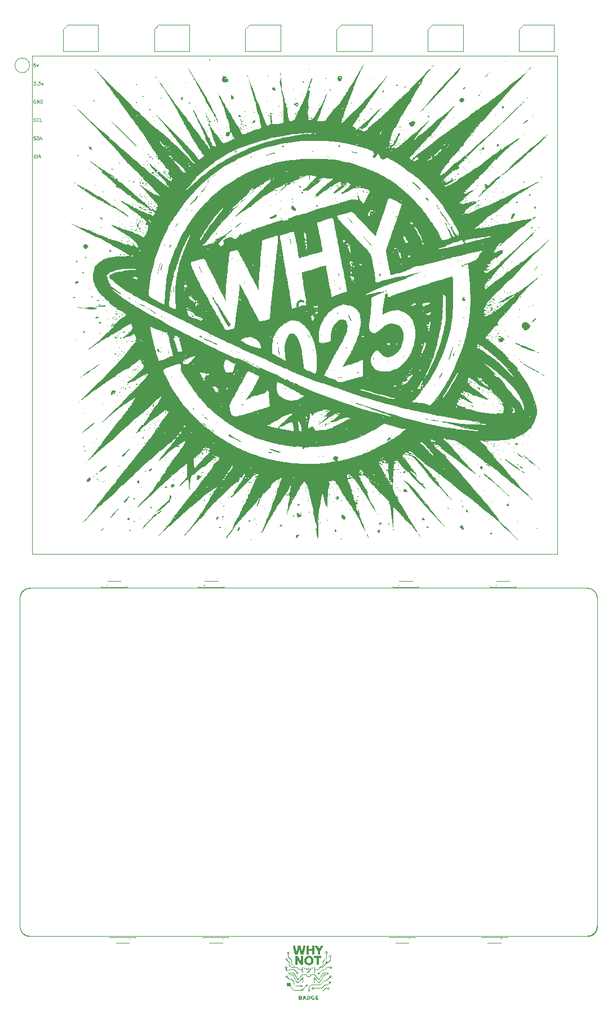
<source format=gto>
G04 #@! TF.GenerationSoftware,KiCad,Pcbnew,9.0.2*
G04 #@! TF.CreationDate,2025-06-10T21:15:00+02:00*
G04 #@! TF.ProjectId,badgeCarrierCard,62616467-6543-4617-9272-696572436172,V2.5*
G04 #@! TF.SameCoordinates,Original*
G04 #@! TF.FileFunction,Legend,Top*
G04 #@! TF.FilePolarity,Positive*
%FSLAX46Y46*%
G04 Gerber Fmt 4.6, Leading zero omitted, Abs format (unit mm)*
G04 Created by KiCad (PCBNEW 9.0.2) date 2025-06-10 21:15:00*
%MOMM*%
%LPD*%
G01*
G04 APERTURE LIST*
%ADD10C,0.090000*%
%ADD11C,0.125000*%
%ADD12C,0.300000*%
%ADD13C,0.000000*%
%ADD14C,0.100000*%
%ADD15C,0.120000*%
G04 APERTURE END LIST*
D10*
X31627550Y-114050395D02*
X31627590Y-114039404D01*
X31627710Y-114028421D01*
X31627909Y-114017446D01*
X31628189Y-114006480D01*
X31628548Y-113995522D01*
X31628987Y-113984573D01*
X31629505Y-113973634D01*
X31630103Y-113962705D01*
X31630780Y-113951785D01*
X31631537Y-113940876D01*
X31632373Y-113929977D01*
X31633289Y-113919089D01*
X31634283Y-113908213D01*
X31635357Y-113897347D01*
X31636510Y-113886494D01*
X31637742Y-113875653D01*
X31639053Y-113864825D01*
X31640443Y-113854009D01*
X31641912Y-113843206D01*
X31643460Y-113832417D01*
X31645086Y-113821642D01*
X31646792Y-113810882D01*
X31648575Y-113800135D01*
X31650437Y-113789404D01*
X31652378Y-113778688D01*
X31654397Y-113767988D01*
X31656494Y-113757304D01*
X31658670Y-113746637D01*
X31660924Y-113735986D01*
X31663255Y-113725353D01*
X31665665Y-113714737D01*
X31668153Y-113704139D01*
X31670718Y-113693560D01*
X31673361Y-113683000D01*
X31676081Y-113672459D01*
X31678879Y-113661938D01*
X31681754Y-113651437D01*
X31684707Y-113640956D01*
X31687737Y-113630497D01*
X31690843Y-113620059D01*
X31694027Y-113609642D01*
X31697287Y-113599249D01*
X31700624Y-113588877D01*
X31704038Y-113578530D01*
X31707527Y-113568205D01*
X31711093Y-113557905D01*
X31714735Y-113547630D01*
X31718453Y-113537380D01*
X31722247Y-113527155D01*
X31726117Y-113516956D01*
X31730061Y-113506784D01*
X31734081Y-113496639D01*
X31738177Y-113486521D01*
X31742347Y-113476431D01*
X31746592Y-113466370D01*
X31750911Y-113456337D01*
X31755305Y-113446334D01*
X31759773Y-113436361D01*
X31764315Y-113426419D01*
X31768930Y-113416507D01*
X31773619Y-113406627D01*
X31778382Y-113396779D01*
X31783218Y-113386964D01*
X31788126Y-113377181D01*
X31793107Y-113367432D01*
X31798160Y-113357718D01*
X31803286Y-113348037D01*
X31808483Y-113338392D01*
X31813752Y-113328783D01*
X31819093Y-113319210D01*
X31824504Y-113309673D01*
X31829986Y-113300174D01*
X31835539Y-113290712D01*
X31841162Y-113281289D01*
X31846855Y-113271905D01*
X31852617Y-113262560D01*
X31858449Y-113253255D01*
X31864350Y-113243991D01*
X31870319Y-113234768D01*
X31876357Y-113225586D01*
X31882463Y-113216446D01*
X31888637Y-113207349D01*
X31894877Y-113198295D01*
X31901185Y-113189285D01*
X31907560Y-113180320D01*
X31914001Y-113171399D01*
X31920507Y-113162523D01*
X31927079Y-113153693D01*
X31933717Y-113144910D01*
X31940419Y-113136173D01*
X31947185Y-113127485D01*
X31954016Y-113118844D01*
X31960910Y-113110252D01*
X31967867Y-113101708D01*
X31974887Y-113093215D01*
X31981969Y-113084771D01*
X31989113Y-113076379D01*
X31996318Y-113068037D01*
X32003585Y-113059747D01*
X32010912Y-113051510D01*
X32018300Y-113043325D01*
X32025747Y-113035193D01*
X32033253Y-113027115D01*
X32040818Y-113019091D01*
X32048442Y-113011122D01*
X32056123Y-113003209D01*
X32063862Y-112995351D01*
X32071657Y-112987549D01*
X32075576Y-112983670D01*
X32079509Y-112979804D01*
X32083456Y-112975953D01*
X32087417Y-112972116D01*
X32091392Y-112968294D01*
X32095380Y-112964486D01*
X32099383Y-112960693D01*
X32103399Y-112956914D01*
X32107428Y-112953150D01*
X32111471Y-112949401D01*
X32115528Y-112945666D01*
X32119598Y-112941947D01*
X32123682Y-112938242D01*
X32127778Y-112934552D01*
X32131888Y-112930877D01*
X32136012Y-112927217D01*
X32140148Y-112923573D01*
X32144297Y-112919943D01*
X32148459Y-112916329D01*
X32152635Y-112912729D01*
X32156822Y-112909146D01*
X32161024Y-112905577D01*
X32165237Y-112902025D01*
X32169463Y-112898487D01*
X32173702Y-112894965D01*
X32177953Y-112891459D01*
X32182217Y-112887968D01*
X32186493Y-112884493D01*
X32190782Y-112881034D01*
X32195083Y-112877591D01*
X32199396Y-112874163D01*
X32203721Y-112870752D01*
X32208058Y-112867356D01*
X32212407Y-112863976D01*
X32216768Y-112860613D01*
X32221141Y-112857265D01*
X32225526Y-112853934D01*
X32229923Y-112850619D01*
X32234331Y-112847320D01*
X32238751Y-112844038D01*
X32243182Y-112840772D01*
X32247625Y-112837522D01*
X32252079Y-112834289D01*
X32256544Y-112831072D01*
X32261021Y-112827872D01*
X32265509Y-112824688D01*
X32270008Y-112821521D01*
X32274518Y-112818370D01*
X32279039Y-112815237D01*
X32283572Y-112812120D01*
X32288114Y-112809020D01*
X32292668Y-112805937D01*
X32297232Y-112802871D01*
X32301808Y-112799821D01*
X32306393Y-112796789D01*
X32310990Y-112793774D01*
X32315596Y-112790776D01*
X32320213Y-112787794D01*
X32324840Y-112784831D01*
X32329478Y-112781884D01*
X32334125Y-112778954D01*
X32338784Y-112776042D01*
X32343451Y-112773147D01*
X32348130Y-112770269D01*
X32352817Y-112767410D01*
X32357515Y-112764566D01*
X32362222Y-112761742D01*
X32366940Y-112758933D01*
X32371666Y-112756144D01*
X32376403Y-112753371D01*
X32381148Y-112750616D01*
X32385904Y-112747878D01*
X32390668Y-112745159D01*
X32395443Y-112742457D01*
X32400225Y-112739773D01*
X32405018Y-112737106D01*
X32409819Y-112734458D01*
X32414630Y-112731827D01*
X32419449Y-112729215D01*
X32424278Y-112726620D01*
X32429115Y-112724043D01*
X32433962Y-112721484D01*
X32438816Y-112718943D01*
X32443680Y-112716420D01*
X32448551Y-112713916D01*
X32453432Y-112711429D01*
X32458320Y-112708961D01*
X32463218Y-112706511D01*
X32468123Y-112704079D01*
X32473038Y-112701665D01*
X32477959Y-112699270D01*
X32482890Y-112696892D01*
X32487827Y-112694534D01*
X32492774Y-112692193D01*
X32497727Y-112689872D01*
X32502690Y-112687568D01*
X32507659Y-112685283D01*
X32512638Y-112683016D01*
X32517622Y-112680768D01*
X32522615Y-112678538D01*
X32527615Y-112676327D01*
X32532623Y-112674134D01*
X32537638Y-112671961D01*
X32542661Y-112669805D01*
X32547690Y-112667669D01*
X32552728Y-112665550D01*
X32557771Y-112663452D01*
X32562823Y-112661371D01*
X32567881Y-112659309D01*
X32572947Y-112657266D01*
X32578018Y-112655242D01*
X32583098Y-112653236D01*
X32588183Y-112651250D01*
X32593277Y-112649282D01*
X32598375Y-112647333D01*
X32603482Y-112645403D01*
X32608593Y-112643493D01*
X32613713Y-112641600D01*
X32618837Y-112639727D01*
X32623970Y-112637873D01*
X32629107Y-112636038D01*
X32634252Y-112634222D01*
X32639402Y-112632425D01*
X32644560Y-112630647D01*
X32649721Y-112628888D01*
X32654891Y-112627148D01*
X32660064Y-112625428D01*
X32665246Y-112623726D01*
X32670431Y-112622044D01*
X32675625Y-112620380D01*
X32680821Y-112618736D01*
X32686026Y-112617111D01*
X32691234Y-112615506D01*
X32696450Y-112613919D01*
X32701669Y-112612352D01*
X32706896Y-112610804D01*
X32712126Y-112609276D01*
X32717363Y-112607766D01*
X32722604Y-112606276D01*
X32727852Y-112604805D01*
X32733103Y-112603354D01*
X32738361Y-112601922D01*
X32743622Y-112600510D01*
X32748891Y-112599116D01*
X32754162Y-112597742D01*
X32759440Y-112596388D01*
X32764721Y-112595053D01*
X32770009Y-112593737D01*
X32775299Y-112592441D01*
X32780597Y-112591164D01*
X32785896Y-112589907D01*
X32791203Y-112588669D01*
X32796512Y-112587451D01*
X32801828Y-112586252D01*
X32807145Y-112585073D01*
X32812470Y-112583913D01*
X32817796Y-112582774D01*
X32823130Y-112581653D01*
X32828465Y-112580552D01*
X32833806Y-112579470D01*
X32839149Y-112578409D01*
X32844499Y-112577366D01*
X32849851Y-112576344D01*
X32855209Y-112575341D01*
X32860568Y-112574357D01*
X32865934Y-112573393D01*
X32871301Y-112572450D01*
X32876674Y-112571525D01*
X32882049Y-112570620D01*
X32887430Y-112569735D01*
X32892812Y-112568870D01*
X32898200Y-112568024D01*
X32903590Y-112567198D01*
X32908985Y-112566392D01*
X32914381Y-112565605D01*
X32919784Y-112564838D01*
X32925187Y-112564091D01*
X32930596Y-112563364D01*
X32936006Y-112562656D01*
X32941421Y-112561968D01*
X32946837Y-112561300D01*
X32952259Y-112560652D01*
X32957682Y-112560023D01*
X32963110Y-112559415D01*
X32968539Y-112558826D01*
X32973973Y-112558257D01*
X32979408Y-112557707D01*
X32984848Y-112557178D01*
X32990289Y-112556668D01*
X32995735Y-112556178D01*
X33001181Y-112555709D01*
X33006632Y-112555258D01*
X33012084Y-112554828D01*
X33017541Y-112554418D01*
X33022998Y-112554027D01*
X33028460Y-112553657D01*
X33033922Y-112553306D01*
X33039390Y-112552975D01*
X33044857Y-112552665D01*
X33050329Y-112552374D01*
X33055801Y-112552103D01*
X33061278Y-112551851D01*
X33066755Y-112551620D01*
X33072237Y-112551409D01*
X33077718Y-112551218D01*
X33083204Y-112551046D01*
X33088690Y-112550895D01*
X33094181Y-112550764D01*
X33099671Y-112550652D01*
X33105165Y-112550561D01*
X33110660Y-112550489D01*
X33116158Y-112550438D01*
X33121657Y-112550406D01*
X33127159Y-112550395D01*
X33127550Y-112550395D01*
X33127550Y-164850402D02*
X33116559Y-164850362D01*
X33105576Y-164850242D01*
X33094601Y-164850043D01*
X33083635Y-164849763D01*
X33072677Y-164849404D01*
X33061728Y-164848965D01*
X33050789Y-164848447D01*
X33039860Y-164847849D01*
X33028940Y-164847172D01*
X33018031Y-164846415D01*
X33007132Y-164845579D01*
X32996244Y-164844663D01*
X32985368Y-164843669D01*
X32974502Y-164842595D01*
X32963649Y-164841442D01*
X32952808Y-164840210D01*
X32941980Y-164838899D01*
X32931164Y-164837509D01*
X32920361Y-164836040D01*
X32909572Y-164834492D01*
X32898797Y-164832866D01*
X32888037Y-164831160D01*
X32877290Y-164829377D01*
X32866559Y-164827515D01*
X32855843Y-164825574D01*
X32845143Y-164823555D01*
X32834459Y-164821458D01*
X32823792Y-164819282D01*
X32813141Y-164817028D01*
X32802508Y-164814697D01*
X32791892Y-164812287D01*
X32781294Y-164809799D01*
X32770715Y-164807234D01*
X32760155Y-164804591D01*
X32749614Y-164801871D01*
X32739093Y-164799073D01*
X32728592Y-164796198D01*
X32718111Y-164793245D01*
X32707652Y-164790215D01*
X32697214Y-164787109D01*
X32686797Y-164783925D01*
X32676404Y-164780665D01*
X32666032Y-164777328D01*
X32655685Y-164773914D01*
X32645360Y-164770425D01*
X32635060Y-164766859D01*
X32624785Y-164763217D01*
X32614535Y-164759499D01*
X32604310Y-164755705D01*
X32594111Y-164751835D01*
X32583939Y-164747891D01*
X32573794Y-164743871D01*
X32563676Y-164739775D01*
X32553586Y-164735605D01*
X32543525Y-164731360D01*
X32533492Y-164727041D01*
X32523489Y-164722647D01*
X32513516Y-164718179D01*
X32503574Y-164713637D01*
X32493662Y-164709022D01*
X32483782Y-164704333D01*
X32473934Y-164699570D01*
X32464119Y-164694734D01*
X32454336Y-164689826D01*
X32444587Y-164684845D01*
X32434873Y-164679792D01*
X32425192Y-164674666D01*
X32415547Y-164669469D01*
X32405938Y-164664200D01*
X32396365Y-164658859D01*
X32386828Y-164653448D01*
X32377329Y-164647966D01*
X32367867Y-164642413D01*
X32358444Y-164636790D01*
X32349060Y-164631097D01*
X32339715Y-164625335D01*
X32330410Y-164619503D01*
X32321146Y-164613602D01*
X32311923Y-164607633D01*
X32302741Y-164601595D01*
X32293601Y-164595489D01*
X32284504Y-164589315D01*
X32275450Y-164583075D01*
X32266440Y-164576767D01*
X32257475Y-164570392D01*
X32248554Y-164563951D01*
X32239678Y-164557445D01*
X32230848Y-164550873D01*
X32222065Y-164544235D01*
X32213328Y-164537533D01*
X32204640Y-164530767D01*
X32195999Y-164523936D01*
X32187407Y-164517042D01*
X32178863Y-164510085D01*
X32170370Y-164503065D01*
X32161926Y-164495983D01*
X32153534Y-164488839D01*
X32145192Y-164481634D01*
X32136902Y-164474367D01*
X32128665Y-164467040D01*
X32120480Y-164459652D01*
X32112348Y-164452205D01*
X32104270Y-164444699D01*
X32096246Y-164437134D01*
X32088277Y-164429510D01*
X32080364Y-164421829D01*
X32072506Y-164414090D01*
X32064704Y-164406295D01*
X32060825Y-164402376D01*
X32056959Y-164398443D01*
X32053108Y-164394496D01*
X32049271Y-164390535D01*
X32045449Y-164386560D01*
X32041641Y-164382572D01*
X32037848Y-164378569D01*
X32034069Y-164374553D01*
X32030305Y-164370524D01*
X32026556Y-164366481D01*
X32022821Y-164362424D01*
X32019102Y-164358354D01*
X32015397Y-164354270D01*
X32011707Y-164350174D01*
X32008032Y-164346064D01*
X32004372Y-164341940D01*
X32000728Y-164337804D01*
X31997098Y-164333655D01*
X31993484Y-164329493D01*
X31989884Y-164325317D01*
X31986301Y-164321130D01*
X31982732Y-164316928D01*
X31979180Y-164312715D01*
X31975642Y-164308489D01*
X31972120Y-164304250D01*
X31968614Y-164299999D01*
X31965123Y-164295735D01*
X31961648Y-164291459D01*
X31958189Y-164287170D01*
X31954746Y-164282869D01*
X31951318Y-164278556D01*
X31947907Y-164274231D01*
X31944511Y-164269894D01*
X31941131Y-164265545D01*
X31937768Y-164261184D01*
X31934420Y-164256811D01*
X31931089Y-164252426D01*
X31927774Y-164248029D01*
X31924475Y-164243621D01*
X31921193Y-164239201D01*
X31917927Y-164234770D01*
X31914677Y-164230327D01*
X31911444Y-164225873D01*
X31908227Y-164221408D01*
X31905027Y-164216931D01*
X31901843Y-164212443D01*
X31898676Y-164207944D01*
X31895525Y-164203434D01*
X31892392Y-164198913D01*
X31889275Y-164194380D01*
X31886175Y-164189838D01*
X31883092Y-164185284D01*
X31880026Y-164180720D01*
X31876976Y-164176144D01*
X31873944Y-164171559D01*
X31870929Y-164166962D01*
X31867931Y-164162356D01*
X31864949Y-164157739D01*
X31861986Y-164153112D01*
X31859039Y-164148474D01*
X31856109Y-164143827D01*
X31853197Y-164139168D01*
X31850302Y-164134501D01*
X31847424Y-164129822D01*
X31844565Y-164125135D01*
X31841721Y-164120437D01*
X31838897Y-164115730D01*
X31836088Y-164111012D01*
X31833299Y-164106286D01*
X31830526Y-164101549D01*
X31827771Y-164096804D01*
X31825033Y-164092048D01*
X31822314Y-164087284D01*
X31819612Y-164082509D01*
X31816928Y-164077727D01*
X31814261Y-164072934D01*
X31811613Y-164068133D01*
X31808982Y-164063322D01*
X31806370Y-164058503D01*
X31803775Y-164053674D01*
X31801198Y-164048837D01*
X31798639Y-164043990D01*
X31796098Y-164039136D01*
X31793575Y-164034272D01*
X31791071Y-164029401D01*
X31788584Y-164024520D01*
X31786116Y-164019632D01*
X31783666Y-164014734D01*
X31781234Y-164009829D01*
X31778820Y-164004914D01*
X31776425Y-163999993D01*
X31774047Y-163995062D01*
X31771689Y-163990125D01*
X31769348Y-163985178D01*
X31767027Y-163980225D01*
X31764723Y-163975262D01*
X31762438Y-163970293D01*
X31760171Y-163965314D01*
X31757923Y-163960330D01*
X31755693Y-163955337D01*
X31753482Y-163950337D01*
X31751289Y-163945329D01*
X31749116Y-163940314D01*
X31746960Y-163935291D01*
X31744824Y-163930262D01*
X31742705Y-163925224D01*
X31740607Y-163920181D01*
X31738526Y-163915129D01*
X31736464Y-163910071D01*
X31734421Y-163905005D01*
X31732397Y-163899934D01*
X31730391Y-163894854D01*
X31728405Y-163889769D01*
X31726437Y-163884675D01*
X31724488Y-163879577D01*
X31722558Y-163874470D01*
X31720648Y-163869359D01*
X31718755Y-163864239D01*
X31716882Y-163859115D01*
X31715028Y-163853982D01*
X31713193Y-163848845D01*
X31711377Y-163843700D01*
X31709580Y-163838550D01*
X31707802Y-163833392D01*
X31706043Y-163828231D01*
X31704303Y-163823061D01*
X31702583Y-163817888D01*
X31700881Y-163812706D01*
X31699199Y-163807521D01*
X31697535Y-163802327D01*
X31695891Y-163797131D01*
X31694266Y-163791926D01*
X31692661Y-163786718D01*
X31691074Y-163781502D01*
X31689507Y-163776283D01*
X31687959Y-163771056D01*
X31686431Y-163765826D01*
X31684921Y-163760589D01*
X31683431Y-163755348D01*
X31681960Y-163750100D01*
X31680509Y-163744849D01*
X31679077Y-163739591D01*
X31677665Y-163734330D01*
X31676271Y-163729061D01*
X31674897Y-163723790D01*
X31673543Y-163718512D01*
X31672208Y-163713231D01*
X31670892Y-163707943D01*
X31669596Y-163702653D01*
X31668319Y-163697355D01*
X31667062Y-163692056D01*
X31665824Y-163686749D01*
X31664606Y-163681440D01*
X31663407Y-163676124D01*
X31662228Y-163670807D01*
X31661068Y-163665482D01*
X31659929Y-163660156D01*
X31658808Y-163654822D01*
X31657707Y-163649487D01*
X31656625Y-163644146D01*
X31655564Y-163638803D01*
X31654521Y-163633453D01*
X31653499Y-163628101D01*
X31652496Y-163622743D01*
X31651512Y-163617384D01*
X31650548Y-163612018D01*
X31649605Y-163606651D01*
X31648680Y-163601278D01*
X31647775Y-163595903D01*
X31646890Y-163590522D01*
X31646025Y-163585140D01*
X31645179Y-163579752D01*
X31644353Y-163574362D01*
X31643547Y-163568967D01*
X31642760Y-163563571D01*
X31641993Y-163558168D01*
X31641246Y-163552765D01*
X31640519Y-163547356D01*
X31639811Y-163541946D01*
X31639123Y-163536531D01*
X31638455Y-163531115D01*
X31637807Y-163525693D01*
X31637178Y-163520270D01*
X31636570Y-163514842D01*
X31635981Y-163509413D01*
X31635412Y-163503979D01*
X31634862Y-163498544D01*
X31634333Y-163493104D01*
X31633823Y-163487663D01*
X31633333Y-163482217D01*
X31632864Y-163476771D01*
X31632413Y-163471320D01*
X31631983Y-163465868D01*
X31631573Y-163460411D01*
X31631182Y-163454954D01*
X31630812Y-163449492D01*
X31630461Y-163444030D01*
X31630130Y-163438562D01*
X31629820Y-163433095D01*
X31629529Y-163427623D01*
X31629258Y-163422151D01*
X31629006Y-163416674D01*
X31628775Y-163411197D01*
X31628564Y-163405715D01*
X31628373Y-163400234D01*
X31628201Y-163394748D01*
X31628050Y-163389262D01*
X31627919Y-163383771D01*
X31627807Y-163378281D01*
X31627716Y-163372787D01*
X31627644Y-163367292D01*
X31627593Y-163361794D01*
X31627561Y-163356295D01*
X31627550Y-163350793D01*
X31627550Y-163350402D01*
X118370048Y-163350402D02*
X118370008Y-163361393D01*
X118369888Y-163372376D01*
X118369689Y-163383351D01*
X118369409Y-163394317D01*
X118369050Y-163405275D01*
X118368611Y-163416224D01*
X118368093Y-163427163D01*
X118367495Y-163438092D01*
X118366818Y-163449012D01*
X118366061Y-163459921D01*
X118365225Y-163470820D01*
X118364309Y-163481708D01*
X118363315Y-163492584D01*
X118362241Y-163503450D01*
X118361088Y-163514303D01*
X118359856Y-163525144D01*
X118358545Y-163535972D01*
X118357155Y-163546788D01*
X118355686Y-163557591D01*
X118354138Y-163568380D01*
X118352512Y-163579155D01*
X118350806Y-163589915D01*
X118349023Y-163600662D01*
X118347161Y-163611393D01*
X118345220Y-163622109D01*
X118343201Y-163632809D01*
X118341104Y-163643493D01*
X118338928Y-163654160D01*
X118336674Y-163664811D01*
X118334343Y-163675444D01*
X118331933Y-163686060D01*
X118329445Y-163696658D01*
X118326880Y-163707237D01*
X118324237Y-163717797D01*
X118321517Y-163728338D01*
X118318719Y-163738859D01*
X118315844Y-163749360D01*
X118312891Y-163759841D01*
X118309861Y-163770300D01*
X118306755Y-163780738D01*
X118303571Y-163791155D01*
X118300311Y-163801548D01*
X118296974Y-163811920D01*
X118293560Y-163822267D01*
X118290071Y-163832592D01*
X118286505Y-163842892D01*
X118282863Y-163853167D01*
X118279145Y-163863417D01*
X118275351Y-163873642D01*
X118271481Y-163883841D01*
X118267537Y-163894013D01*
X118263517Y-163904158D01*
X118259421Y-163914276D01*
X118255251Y-163924366D01*
X118251006Y-163934427D01*
X118246687Y-163944460D01*
X118242293Y-163954463D01*
X118237825Y-163964436D01*
X118233283Y-163974378D01*
X118228668Y-163984290D01*
X118223979Y-163994170D01*
X118219216Y-164004018D01*
X118214380Y-164013833D01*
X118209472Y-164023616D01*
X118204491Y-164033365D01*
X118199438Y-164043079D01*
X118194312Y-164052760D01*
X118189115Y-164062405D01*
X118183846Y-164072014D01*
X118178505Y-164081587D01*
X118173094Y-164091124D01*
X118167612Y-164100623D01*
X118162059Y-164110085D01*
X118156436Y-164119508D01*
X118150743Y-164128892D01*
X118144981Y-164138237D01*
X118139149Y-164147542D01*
X118133248Y-164156806D01*
X118127279Y-164166029D01*
X118121241Y-164175211D01*
X118115135Y-164184351D01*
X118108961Y-164193448D01*
X118102721Y-164202502D01*
X118096413Y-164211512D01*
X118090038Y-164220477D01*
X118083597Y-164229398D01*
X118077091Y-164238274D01*
X118070519Y-164247104D01*
X118063881Y-164255887D01*
X118057179Y-164264624D01*
X118050413Y-164273312D01*
X118043582Y-164281953D01*
X118036688Y-164290545D01*
X118029731Y-164299089D01*
X118022711Y-164307582D01*
X118015629Y-164316026D01*
X118008485Y-164324418D01*
X118001280Y-164332760D01*
X117994013Y-164341050D01*
X117986686Y-164349287D01*
X117979298Y-164357472D01*
X117971851Y-164365604D01*
X117964345Y-164373682D01*
X117956780Y-164381706D01*
X117949156Y-164389675D01*
X117941475Y-164397588D01*
X117933736Y-164405446D01*
X117925941Y-164413248D01*
X117922022Y-164417127D01*
X117918089Y-164420993D01*
X117914142Y-164424844D01*
X117910181Y-164428681D01*
X117906206Y-164432503D01*
X117902218Y-164436311D01*
X117898215Y-164440104D01*
X117894199Y-164443883D01*
X117890170Y-164447647D01*
X117886127Y-164451396D01*
X117882070Y-164455131D01*
X117878000Y-164458850D01*
X117873916Y-164462555D01*
X117869820Y-164466245D01*
X117865710Y-164469920D01*
X117861586Y-164473580D01*
X117857450Y-164477224D01*
X117853301Y-164480854D01*
X117849139Y-164484468D01*
X117844963Y-164488068D01*
X117840776Y-164491651D01*
X117836574Y-164495220D01*
X117832361Y-164498772D01*
X117828135Y-164502310D01*
X117823896Y-164505832D01*
X117819645Y-164509338D01*
X117815381Y-164512829D01*
X117811105Y-164516304D01*
X117806816Y-164519763D01*
X117802515Y-164523206D01*
X117798202Y-164526634D01*
X117793877Y-164530045D01*
X117789540Y-164533441D01*
X117785191Y-164536821D01*
X117780830Y-164540184D01*
X117776457Y-164543532D01*
X117772072Y-164546863D01*
X117767675Y-164550178D01*
X117763267Y-164553477D01*
X117758847Y-164556759D01*
X117754416Y-164560025D01*
X117749973Y-164563275D01*
X117745519Y-164566508D01*
X117741054Y-164569725D01*
X117736577Y-164572925D01*
X117732089Y-164576109D01*
X117727590Y-164579276D01*
X117723080Y-164582427D01*
X117718559Y-164585560D01*
X117714026Y-164588677D01*
X117709484Y-164591777D01*
X117704930Y-164594860D01*
X117700366Y-164597926D01*
X117695790Y-164600976D01*
X117691205Y-164604008D01*
X117686608Y-164607023D01*
X117682002Y-164610021D01*
X117677385Y-164613003D01*
X117672758Y-164615966D01*
X117668120Y-164618913D01*
X117663473Y-164621843D01*
X117658814Y-164624755D01*
X117654147Y-164627650D01*
X117649468Y-164630528D01*
X117644781Y-164633387D01*
X117640083Y-164636231D01*
X117635376Y-164639055D01*
X117630658Y-164641864D01*
X117625932Y-164644653D01*
X117621195Y-164647426D01*
X117616450Y-164650181D01*
X117611694Y-164652919D01*
X117606930Y-164655638D01*
X117602155Y-164658340D01*
X117597373Y-164661024D01*
X117592580Y-164663691D01*
X117587779Y-164666339D01*
X117582968Y-164668970D01*
X117578149Y-164671582D01*
X117573320Y-164674177D01*
X117568483Y-164676754D01*
X117563636Y-164679313D01*
X117558782Y-164681854D01*
X117553918Y-164684377D01*
X117549047Y-164686881D01*
X117544166Y-164689368D01*
X117539278Y-164691836D01*
X117534380Y-164694286D01*
X117529475Y-164696718D01*
X117524560Y-164699132D01*
X117519639Y-164701527D01*
X117514708Y-164703905D01*
X117509771Y-164706263D01*
X117504824Y-164708604D01*
X117499871Y-164710925D01*
X117494908Y-164713229D01*
X117489939Y-164715514D01*
X117484960Y-164717781D01*
X117479976Y-164720029D01*
X117474983Y-164722259D01*
X117469983Y-164724470D01*
X117464975Y-164726663D01*
X117459960Y-164728836D01*
X117454937Y-164730992D01*
X117449908Y-164733128D01*
X117444870Y-164735247D01*
X117439827Y-164737345D01*
X117434775Y-164739426D01*
X117429717Y-164741488D01*
X117424651Y-164743531D01*
X117419580Y-164745555D01*
X117414500Y-164747561D01*
X117409415Y-164749547D01*
X117404321Y-164751515D01*
X117399223Y-164753464D01*
X117394116Y-164755394D01*
X117389005Y-164757304D01*
X117383885Y-164759197D01*
X117378761Y-164761070D01*
X117373628Y-164762924D01*
X117368491Y-164764759D01*
X117363346Y-164766575D01*
X117358196Y-164768372D01*
X117353038Y-164770150D01*
X117347877Y-164771909D01*
X117342707Y-164773649D01*
X117337534Y-164775369D01*
X117332352Y-164777071D01*
X117327167Y-164778753D01*
X117321973Y-164780417D01*
X117316777Y-164782061D01*
X117311572Y-164783686D01*
X117306364Y-164785291D01*
X117301148Y-164786878D01*
X117295929Y-164788445D01*
X117290702Y-164789993D01*
X117285472Y-164791521D01*
X117280235Y-164793031D01*
X117274994Y-164794521D01*
X117269746Y-164795992D01*
X117264495Y-164797443D01*
X117259237Y-164798875D01*
X117253976Y-164800287D01*
X117248707Y-164801681D01*
X117243436Y-164803055D01*
X117238158Y-164804409D01*
X117232877Y-164805744D01*
X117227589Y-164807060D01*
X117222299Y-164808356D01*
X117217001Y-164809633D01*
X117211702Y-164810890D01*
X117206395Y-164812128D01*
X117201086Y-164813346D01*
X117195770Y-164814545D01*
X117190453Y-164815724D01*
X117185128Y-164816884D01*
X117179802Y-164818023D01*
X117174468Y-164819144D01*
X117169133Y-164820245D01*
X117163792Y-164821327D01*
X117158449Y-164822388D01*
X117153099Y-164823431D01*
X117147747Y-164824453D01*
X117142389Y-164825456D01*
X117137030Y-164826440D01*
X117131664Y-164827404D01*
X117126297Y-164828347D01*
X117120924Y-164829272D01*
X117115549Y-164830177D01*
X117110168Y-164831062D01*
X117104786Y-164831927D01*
X117099398Y-164832773D01*
X117094008Y-164833599D01*
X117088613Y-164834405D01*
X117083217Y-164835192D01*
X117077814Y-164835959D01*
X117072411Y-164836706D01*
X117067002Y-164837433D01*
X117061592Y-164838141D01*
X117056177Y-164838829D01*
X117050761Y-164839497D01*
X117045339Y-164840145D01*
X117039916Y-164840774D01*
X117034488Y-164841382D01*
X117029059Y-164841971D01*
X117023625Y-164842540D01*
X117018190Y-164843090D01*
X117012750Y-164843619D01*
X117007309Y-164844129D01*
X117001863Y-164844619D01*
X116996417Y-164845088D01*
X116990966Y-164845539D01*
X116985514Y-164845969D01*
X116980057Y-164846379D01*
X116974600Y-164846770D01*
X116969138Y-164847140D01*
X116963676Y-164847491D01*
X116958208Y-164847822D01*
X116952741Y-164848132D01*
X116947269Y-164848423D01*
X116941797Y-164848694D01*
X116936320Y-164848946D01*
X116930843Y-164849177D01*
X116925361Y-164849388D01*
X116919880Y-164849579D01*
X116914394Y-164849751D01*
X116908908Y-164849902D01*
X116903417Y-164850033D01*
X116897927Y-164850145D01*
X116892433Y-164850236D01*
X116886938Y-164850308D01*
X116881440Y-164850359D01*
X116875941Y-164850391D01*
X116870438Y-164850402D01*
X116870048Y-164850402D01*
X116870048Y-112550395D02*
X116881039Y-112550435D01*
X116892022Y-112550555D01*
X116902997Y-112550754D01*
X116913963Y-112551034D01*
X116924921Y-112551393D01*
X116935870Y-112551832D01*
X116946809Y-112552350D01*
X116957738Y-112552948D01*
X116968658Y-112553625D01*
X116979567Y-112554382D01*
X116990466Y-112555218D01*
X117001354Y-112556134D01*
X117012230Y-112557128D01*
X117023096Y-112558202D01*
X117033949Y-112559355D01*
X117044790Y-112560587D01*
X117055618Y-112561898D01*
X117066434Y-112563288D01*
X117077237Y-112564757D01*
X117088026Y-112566305D01*
X117098801Y-112567931D01*
X117109561Y-112569637D01*
X117120308Y-112571420D01*
X117131039Y-112573282D01*
X117141755Y-112575223D01*
X117152455Y-112577242D01*
X117163139Y-112579339D01*
X117173806Y-112581515D01*
X117184457Y-112583769D01*
X117195090Y-112586100D01*
X117205706Y-112588510D01*
X117216304Y-112590998D01*
X117226883Y-112593563D01*
X117237443Y-112596206D01*
X117247984Y-112598926D01*
X117258505Y-112601724D01*
X117269006Y-112604599D01*
X117279487Y-112607552D01*
X117289946Y-112610582D01*
X117300384Y-112613688D01*
X117310801Y-112616872D01*
X117321194Y-112620132D01*
X117331566Y-112623469D01*
X117341913Y-112626883D01*
X117352238Y-112630372D01*
X117362538Y-112633938D01*
X117372813Y-112637580D01*
X117383063Y-112641298D01*
X117393288Y-112645092D01*
X117403487Y-112648962D01*
X117413659Y-112652906D01*
X117423804Y-112656926D01*
X117433922Y-112661022D01*
X117444012Y-112665192D01*
X117454073Y-112669437D01*
X117464106Y-112673756D01*
X117474109Y-112678150D01*
X117484082Y-112682618D01*
X117494024Y-112687160D01*
X117503936Y-112691775D01*
X117513816Y-112696464D01*
X117523664Y-112701227D01*
X117533479Y-112706063D01*
X117543262Y-112710971D01*
X117553011Y-112715952D01*
X117562725Y-112721005D01*
X117572406Y-112726131D01*
X117582051Y-112731328D01*
X117591660Y-112736597D01*
X117601233Y-112741938D01*
X117610770Y-112747349D01*
X117620269Y-112752831D01*
X117629731Y-112758384D01*
X117639154Y-112764007D01*
X117648538Y-112769700D01*
X117657883Y-112775462D01*
X117667188Y-112781294D01*
X117676452Y-112787195D01*
X117685675Y-112793164D01*
X117694857Y-112799202D01*
X117703997Y-112805308D01*
X117713094Y-112811482D01*
X117722148Y-112817722D01*
X117731158Y-112824030D01*
X117740123Y-112830405D01*
X117749044Y-112836846D01*
X117757920Y-112843352D01*
X117766750Y-112849924D01*
X117775533Y-112856562D01*
X117784270Y-112863264D01*
X117792958Y-112870030D01*
X117801599Y-112876861D01*
X117810191Y-112883755D01*
X117818735Y-112890712D01*
X117827228Y-112897732D01*
X117835672Y-112904814D01*
X117844064Y-112911958D01*
X117852406Y-112919163D01*
X117860696Y-112926430D01*
X117868933Y-112933757D01*
X117877118Y-112941145D01*
X117885250Y-112948592D01*
X117893328Y-112956098D01*
X117901352Y-112963663D01*
X117909321Y-112971287D01*
X117917234Y-112978968D01*
X117925092Y-112986707D01*
X117932894Y-112994502D01*
X117936773Y-112998421D01*
X117940639Y-113002354D01*
X117944490Y-113006301D01*
X117948327Y-113010262D01*
X117952149Y-113014237D01*
X117955957Y-113018225D01*
X117959750Y-113022228D01*
X117963529Y-113026244D01*
X117967293Y-113030273D01*
X117971042Y-113034316D01*
X117974777Y-113038373D01*
X117978496Y-113042443D01*
X117982201Y-113046527D01*
X117985891Y-113050623D01*
X117989566Y-113054733D01*
X117993226Y-113058857D01*
X117996870Y-113062993D01*
X118000500Y-113067142D01*
X118004114Y-113071304D01*
X118007714Y-113075480D01*
X118011297Y-113079667D01*
X118014866Y-113083869D01*
X118018418Y-113088082D01*
X118021956Y-113092308D01*
X118025478Y-113096547D01*
X118028984Y-113100798D01*
X118032475Y-113105062D01*
X118035950Y-113109338D01*
X118039409Y-113113627D01*
X118042852Y-113117928D01*
X118046280Y-113122241D01*
X118049691Y-113126566D01*
X118053087Y-113130903D01*
X118056467Y-113135252D01*
X118059830Y-113139613D01*
X118063178Y-113143986D01*
X118066509Y-113148371D01*
X118069824Y-113152768D01*
X118073123Y-113157176D01*
X118076405Y-113161596D01*
X118079671Y-113166027D01*
X118082921Y-113170470D01*
X118086154Y-113174924D01*
X118089371Y-113179389D01*
X118092571Y-113183866D01*
X118095755Y-113188354D01*
X118098922Y-113192853D01*
X118102073Y-113197363D01*
X118105206Y-113201884D01*
X118108323Y-113206417D01*
X118111423Y-113210959D01*
X118114506Y-113215513D01*
X118117572Y-113220077D01*
X118120622Y-113224653D01*
X118123654Y-113229238D01*
X118126669Y-113233835D01*
X118129667Y-113238441D01*
X118132649Y-113243058D01*
X118135612Y-113247685D01*
X118138559Y-113252323D01*
X118141489Y-113256970D01*
X118144401Y-113261629D01*
X118147296Y-113266296D01*
X118150174Y-113270975D01*
X118153033Y-113275662D01*
X118155877Y-113280360D01*
X118158701Y-113285067D01*
X118161510Y-113289785D01*
X118164299Y-113294511D01*
X118167072Y-113299248D01*
X118169827Y-113303993D01*
X118172565Y-113308749D01*
X118175284Y-113313513D01*
X118177986Y-113318288D01*
X118180670Y-113323070D01*
X118183337Y-113327863D01*
X118185985Y-113332664D01*
X118188616Y-113337475D01*
X118191228Y-113342294D01*
X118193823Y-113347123D01*
X118196400Y-113351960D01*
X118198959Y-113356807D01*
X118201500Y-113361661D01*
X118204023Y-113366525D01*
X118206527Y-113371396D01*
X118209014Y-113376277D01*
X118211482Y-113381165D01*
X118213932Y-113386063D01*
X118216364Y-113390968D01*
X118218778Y-113395883D01*
X118221173Y-113400804D01*
X118223551Y-113405735D01*
X118225909Y-113410672D01*
X118228250Y-113415619D01*
X118230571Y-113420572D01*
X118232875Y-113425535D01*
X118235160Y-113430504D01*
X118237427Y-113435483D01*
X118239675Y-113440467D01*
X118241905Y-113445460D01*
X118244116Y-113450460D01*
X118246309Y-113455468D01*
X118248482Y-113460483D01*
X118250638Y-113465506D01*
X118252774Y-113470535D01*
X118254893Y-113475573D01*
X118256991Y-113480616D01*
X118259072Y-113485668D01*
X118261134Y-113490726D01*
X118263177Y-113495792D01*
X118265201Y-113500863D01*
X118267207Y-113505943D01*
X118269193Y-113511028D01*
X118271161Y-113516122D01*
X118273110Y-113521220D01*
X118275040Y-113526327D01*
X118276950Y-113531438D01*
X118278843Y-113536558D01*
X118280716Y-113541682D01*
X118282570Y-113546815D01*
X118284405Y-113551952D01*
X118286221Y-113557097D01*
X118288018Y-113562247D01*
X118289796Y-113567405D01*
X118291555Y-113572566D01*
X118293295Y-113577736D01*
X118295015Y-113582909D01*
X118296717Y-113588091D01*
X118298399Y-113593276D01*
X118300063Y-113598470D01*
X118301707Y-113603666D01*
X118303332Y-113608871D01*
X118304937Y-113614079D01*
X118306524Y-113619295D01*
X118308091Y-113624514D01*
X118309639Y-113629741D01*
X118311167Y-113634971D01*
X118312677Y-113640208D01*
X118314167Y-113645449D01*
X118315638Y-113650697D01*
X118317089Y-113655948D01*
X118318521Y-113661206D01*
X118319933Y-113666467D01*
X118321327Y-113671736D01*
X118322701Y-113677007D01*
X118324055Y-113682285D01*
X118325390Y-113687566D01*
X118326706Y-113692854D01*
X118328002Y-113698144D01*
X118329279Y-113703442D01*
X118330536Y-113708741D01*
X118331774Y-113714048D01*
X118332992Y-113719357D01*
X118334191Y-113724673D01*
X118335370Y-113729990D01*
X118336530Y-113735315D01*
X118337669Y-113740641D01*
X118338790Y-113745975D01*
X118339891Y-113751310D01*
X118340973Y-113756651D01*
X118342034Y-113761994D01*
X118343077Y-113767344D01*
X118344099Y-113772696D01*
X118345102Y-113778054D01*
X118346086Y-113783413D01*
X118347050Y-113788779D01*
X118347993Y-113794146D01*
X118348918Y-113799519D01*
X118349823Y-113804894D01*
X118350708Y-113810275D01*
X118351573Y-113815657D01*
X118352419Y-113821045D01*
X118353245Y-113826435D01*
X118354051Y-113831830D01*
X118354838Y-113837226D01*
X118355605Y-113842629D01*
X118356352Y-113848032D01*
X118357079Y-113853441D01*
X118357787Y-113858851D01*
X118358475Y-113864266D01*
X118359143Y-113869682D01*
X118359791Y-113875104D01*
X118360420Y-113880527D01*
X118361028Y-113885955D01*
X118361617Y-113891384D01*
X118362186Y-113896818D01*
X118362736Y-113902253D01*
X118363265Y-113907693D01*
X118363775Y-113913134D01*
X118364265Y-113918580D01*
X118364734Y-113924026D01*
X118365185Y-113929477D01*
X118365615Y-113934929D01*
X118366025Y-113940386D01*
X118366416Y-113945843D01*
X118366786Y-113951305D01*
X118367137Y-113956767D01*
X118367468Y-113962235D01*
X118367778Y-113967702D01*
X118368069Y-113973174D01*
X118368340Y-113978646D01*
X118368592Y-113984123D01*
X118368823Y-113989600D01*
X118369034Y-113995082D01*
X118369225Y-114000563D01*
X118369397Y-114006049D01*
X118369548Y-114011535D01*
X118369679Y-114017026D01*
X118369791Y-114022516D01*
X118369882Y-114028010D01*
X118369954Y-114033505D01*
X118370005Y-114039003D01*
X118370037Y-114044502D01*
X118370048Y-114050004D01*
X118370048Y-114050395D01*
X31627550Y-163350402D02*
X31627550Y-114050395D01*
X118370048Y-114050395D02*
X118370048Y-163350402D01*
D11*
X33963188Y-39206119D02*
X33915569Y-39182309D01*
X33915569Y-39182309D02*
X33844140Y-39182309D01*
X33844140Y-39182309D02*
X33772712Y-39206119D01*
X33772712Y-39206119D02*
X33725093Y-39253738D01*
X33725093Y-39253738D02*
X33701283Y-39301357D01*
X33701283Y-39301357D02*
X33677474Y-39396595D01*
X33677474Y-39396595D02*
X33677474Y-39468023D01*
X33677474Y-39468023D02*
X33701283Y-39563261D01*
X33701283Y-39563261D02*
X33725093Y-39610880D01*
X33725093Y-39610880D02*
X33772712Y-39658500D01*
X33772712Y-39658500D02*
X33844140Y-39682309D01*
X33844140Y-39682309D02*
X33891759Y-39682309D01*
X33891759Y-39682309D02*
X33963188Y-39658500D01*
X33963188Y-39658500D02*
X33986997Y-39634690D01*
X33986997Y-39634690D02*
X33986997Y-39468023D01*
X33986997Y-39468023D02*
X33891759Y-39468023D01*
X34201283Y-39682309D02*
X34201283Y-39182309D01*
X34201283Y-39182309D02*
X34486997Y-39682309D01*
X34486997Y-39682309D02*
X34486997Y-39182309D01*
X34725093Y-39682309D02*
X34725093Y-39182309D01*
X34725093Y-39182309D02*
X34844141Y-39182309D01*
X34844141Y-39182309D02*
X34915569Y-39206119D01*
X34915569Y-39206119D02*
X34963188Y-39253738D01*
X34963188Y-39253738D02*
X34986998Y-39301357D01*
X34986998Y-39301357D02*
X35010807Y-39396595D01*
X35010807Y-39396595D02*
X35010807Y-39468023D01*
X35010807Y-39468023D02*
X34986998Y-39563261D01*
X34986998Y-39563261D02*
X34963188Y-39610880D01*
X34963188Y-39610880D02*
X34915569Y-39658500D01*
X34915569Y-39658500D02*
X34844141Y-39682309D01*
X34844141Y-39682309D02*
X34725093Y-39682309D01*
X33939378Y-33682309D02*
X33701283Y-33682309D01*
X33701283Y-33682309D02*
X33677474Y-33920404D01*
X33677474Y-33920404D02*
X33701283Y-33896595D01*
X33701283Y-33896595D02*
X33748902Y-33872785D01*
X33748902Y-33872785D02*
X33867950Y-33872785D01*
X33867950Y-33872785D02*
X33915569Y-33896595D01*
X33915569Y-33896595D02*
X33939378Y-33920404D01*
X33939378Y-33920404D02*
X33963188Y-33968023D01*
X33963188Y-33968023D02*
X33963188Y-34087071D01*
X33963188Y-34087071D02*
X33939378Y-34134690D01*
X33939378Y-34134690D02*
X33915569Y-34158500D01*
X33915569Y-34158500D02*
X33867950Y-34182309D01*
X33867950Y-34182309D02*
X33748902Y-34182309D01*
X33748902Y-34182309D02*
X33701283Y-34158500D01*
X33701283Y-34158500D02*
X33677474Y-34134690D01*
X34129854Y-33848976D02*
X34248902Y-34182309D01*
X34248902Y-34182309D02*
X34367949Y-33848976D01*
X33653664Y-36432309D02*
X33963188Y-36432309D01*
X33963188Y-36432309D02*
X33796521Y-36622785D01*
X33796521Y-36622785D02*
X33867950Y-36622785D01*
X33867950Y-36622785D02*
X33915569Y-36646595D01*
X33915569Y-36646595D02*
X33939378Y-36670404D01*
X33939378Y-36670404D02*
X33963188Y-36718023D01*
X33963188Y-36718023D02*
X33963188Y-36837071D01*
X33963188Y-36837071D02*
X33939378Y-36884690D01*
X33939378Y-36884690D02*
X33915569Y-36908500D01*
X33915569Y-36908500D02*
X33867950Y-36932309D01*
X33867950Y-36932309D02*
X33725093Y-36932309D01*
X33725093Y-36932309D02*
X33677474Y-36908500D01*
X33677474Y-36908500D02*
X33653664Y-36884690D01*
X34177473Y-36884690D02*
X34201283Y-36908500D01*
X34201283Y-36908500D02*
X34177473Y-36932309D01*
X34177473Y-36932309D02*
X34153664Y-36908500D01*
X34153664Y-36908500D02*
X34177473Y-36884690D01*
X34177473Y-36884690D02*
X34177473Y-36932309D01*
X34367949Y-36432309D02*
X34677473Y-36432309D01*
X34677473Y-36432309D02*
X34510806Y-36622785D01*
X34510806Y-36622785D02*
X34582235Y-36622785D01*
X34582235Y-36622785D02*
X34629854Y-36646595D01*
X34629854Y-36646595D02*
X34653663Y-36670404D01*
X34653663Y-36670404D02*
X34677473Y-36718023D01*
X34677473Y-36718023D02*
X34677473Y-36837071D01*
X34677473Y-36837071D02*
X34653663Y-36884690D01*
X34653663Y-36884690D02*
X34629854Y-36908500D01*
X34629854Y-36908500D02*
X34582235Y-36932309D01*
X34582235Y-36932309D02*
X34439378Y-36932309D01*
X34439378Y-36932309D02*
X34391759Y-36908500D01*
X34391759Y-36908500D02*
X34367949Y-36884690D01*
X34844139Y-36598976D02*
X34963187Y-36932309D01*
X34963187Y-36932309D02*
X35082234Y-36598976D01*
X33677474Y-45158500D02*
X33748902Y-45182309D01*
X33748902Y-45182309D02*
X33867950Y-45182309D01*
X33867950Y-45182309D02*
X33915569Y-45158500D01*
X33915569Y-45158500D02*
X33939378Y-45134690D01*
X33939378Y-45134690D02*
X33963188Y-45087071D01*
X33963188Y-45087071D02*
X33963188Y-45039452D01*
X33963188Y-45039452D02*
X33939378Y-44991833D01*
X33939378Y-44991833D02*
X33915569Y-44968023D01*
X33915569Y-44968023D02*
X33867950Y-44944214D01*
X33867950Y-44944214D02*
X33772712Y-44920404D01*
X33772712Y-44920404D02*
X33725093Y-44896595D01*
X33725093Y-44896595D02*
X33701283Y-44872785D01*
X33701283Y-44872785D02*
X33677474Y-44825166D01*
X33677474Y-44825166D02*
X33677474Y-44777547D01*
X33677474Y-44777547D02*
X33701283Y-44729928D01*
X33701283Y-44729928D02*
X33725093Y-44706119D01*
X33725093Y-44706119D02*
X33772712Y-44682309D01*
X33772712Y-44682309D02*
X33891759Y-44682309D01*
X33891759Y-44682309D02*
X33963188Y-44706119D01*
X34177473Y-45182309D02*
X34177473Y-44682309D01*
X34177473Y-44682309D02*
X34296521Y-44682309D01*
X34296521Y-44682309D02*
X34367949Y-44706119D01*
X34367949Y-44706119D02*
X34415568Y-44753738D01*
X34415568Y-44753738D02*
X34439378Y-44801357D01*
X34439378Y-44801357D02*
X34463187Y-44896595D01*
X34463187Y-44896595D02*
X34463187Y-44968023D01*
X34463187Y-44968023D02*
X34439378Y-45063261D01*
X34439378Y-45063261D02*
X34415568Y-45110880D01*
X34415568Y-45110880D02*
X34367949Y-45158500D01*
X34367949Y-45158500D02*
X34296521Y-45182309D01*
X34296521Y-45182309D02*
X34177473Y-45182309D01*
X34653664Y-45039452D02*
X34891759Y-45039452D01*
X34606045Y-45182309D02*
X34772711Y-44682309D01*
X34772711Y-44682309D02*
X34939378Y-45182309D01*
X33677474Y-42408500D02*
X33748902Y-42432309D01*
X33748902Y-42432309D02*
X33867950Y-42432309D01*
X33867950Y-42432309D02*
X33915569Y-42408500D01*
X33915569Y-42408500D02*
X33939378Y-42384690D01*
X33939378Y-42384690D02*
X33963188Y-42337071D01*
X33963188Y-42337071D02*
X33963188Y-42289452D01*
X33963188Y-42289452D02*
X33939378Y-42241833D01*
X33939378Y-42241833D02*
X33915569Y-42218023D01*
X33915569Y-42218023D02*
X33867950Y-42194214D01*
X33867950Y-42194214D02*
X33772712Y-42170404D01*
X33772712Y-42170404D02*
X33725093Y-42146595D01*
X33725093Y-42146595D02*
X33701283Y-42122785D01*
X33701283Y-42122785D02*
X33677474Y-42075166D01*
X33677474Y-42075166D02*
X33677474Y-42027547D01*
X33677474Y-42027547D02*
X33701283Y-41979928D01*
X33701283Y-41979928D02*
X33725093Y-41956119D01*
X33725093Y-41956119D02*
X33772712Y-41932309D01*
X33772712Y-41932309D02*
X33891759Y-41932309D01*
X33891759Y-41932309D02*
X33963188Y-41956119D01*
X34463187Y-42384690D02*
X34439378Y-42408500D01*
X34439378Y-42408500D02*
X34367949Y-42432309D01*
X34367949Y-42432309D02*
X34320330Y-42432309D01*
X34320330Y-42432309D02*
X34248902Y-42408500D01*
X34248902Y-42408500D02*
X34201283Y-42360880D01*
X34201283Y-42360880D02*
X34177473Y-42313261D01*
X34177473Y-42313261D02*
X34153664Y-42218023D01*
X34153664Y-42218023D02*
X34153664Y-42146595D01*
X34153664Y-42146595D02*
X34177473Y-42051357D01*
X34177473Y-42051357D02*
X34201283Y-42003738D01*
X34201283Y-42003738D02*
X34248902Y-41956119D01*
X34248902Y-41956119D02*
X34320330Y-41932309D01*
X34320330Y-41932309D02*
X34367949Y-41932309D01*
X34367949Y-41932309D02*
X34439378Y-41956119D01*
X34439378Y-41956119D02*
X34463187Y-41979928D01*
X34915568Y-42432309D02*
X34677473Y-42432309D01*
X34677473Y-42432309D02*
X34677473Y-41932309D01*
X33701283Y-47932309D02*
X33701283Y-47432309D01*
X34034616Y-47432309D02*
X34129854Y-47432309D01*
X34129854Y-47432309D02*
X34177473Y-47456119D01*
X34177473Y-47456119D02*
X34225092Y-47503738D01*
X34225092Y-47503738D02*
X34248902Y-47598976D01*
X34248902Y-47598976D02*
X34248902Y-47765642D01*
X34248902Y-47765642D02*
X34225092Y-47860880D01*
X34225092Y-47860880D02*
X34177473Y-47908500D01*
X34177473Y-47908500D02*
X34129854Y-47932309D01*
X34129854Y-47932309D02*
X34034616Y-47932309D01*
X34034616Y-47932309D02*
X33986997Y-47908500D01*
X33986997Y-47908500D02*
X33939378Y-47860880D01*
X33939378Y-47860880D02*
X33915569Y-47765642D01*
X33915569Y-47765642D02*
X33915569Y-47598976D01*
X33915569Y-47598976D02*
X33939378Y-47503738D01*
X33939378Y-47503738D02*
X33986997Y-47456119D01*
X33986997Y-47456119D02*
X34034616Y-47432309D01*
X34677474Y-47598976D02*
X34677474Y-47932309D01*
X34558426Y-47408500D02*
X34439379Y-47765642D01*
X34439379Y-47765642D02*
X34748902Y-47765642D01*
D12*
X74178572Y-69499757D02*
X74035715Y-69428328D01*
X74035715Y-69428328D02*
X73821429Y-69428328D01*
X73821429Y-69428328D02*
X73607143Y-69499757D01*
X73607143Y-69499757D02*
X73464286Y-69642614D01*
X73464286Y-69642614D02*
X73392857Y-69785471D01*
X73392857Y-69785471D02*
X73321429Y-70071185D01*
X73321429Y-70071185D02*
X73321429Y-70285471D01*
X73321429Y-70285471D02*
X73392857Y-70571185D01*
X73392857Y-70571185D02*
X73464286Y-70714042D01*
X73464286Y-70714042D02*
X73607143Y-70856900D01*
X73607143Y-70856900D02*
X73821429Y-70928328D01*
X73821429Y-70928328D02*
X73964286Y-70928328D01*
X73964286Y-70928328D02*
X74178572Y-70856900D01*
X74178572Y-70856900D02*
X74250000Y-70785471D01*
X74250000Y-70785471D02*
X74250000Y-70285471D01*
X74250000Y-70285471D02*
X73964286Y-70285471D01*
X75107143Y-69428328D02*
X75107143Y-69785471D01*
X74750000Y-69642614D02*
X75107143Y-69785471D01*
X75107143Y-69785471D02*
X75464286Y-69642614D01*
X74892857Y-70071185D02*
X75107143Y-69785471D01*
X75107143Y-69785471D02*
X75321429Y-70071185D01*
X76250000Y-69428328D02*
X76250000Y-69785471D01*
X75892857Y-69642614D02*
X76250000Y-69785471D01*
X76250000Y-69785471D02*
X76607143Y-69642614D01*
X76035714Y-70071185D02*
X76250000Y-69785471D01*
X76250000Y-69785471D02*
X76464286Y-70071185D01*
X77392857Y-69428328D02*
X77392857Y-69785471D01*
X77035714Y-69642614D02*
X77392857Y-69785471D01*
X77392857Y-69785471D02*
X77750000Y-69642614D01*
X77178571Y-70071185D02*
X77392857Y-69785471D01*
X77392857Y-69785471D02*
X77607143Y-70071185D01*
D13*
G04 #@! TO.C,G\u002A\u002A\u002A*
G36*
X40116185Y-73663583D02*
G01*
X40079479Y-73700289D01*
X40042774Y-73663583D01*
X40079479Y-73626878D01*
X40116185Y-73663583D01*
G37*
G36*
X40630057Y-80123699D02*
G01*
X40593352Y-80160404D01*
X40556647Y-80123699D01*
X40593352Y-80086994D01*
X40630057Y-80123699D01*
G37*
G36*
X41217341Y-97301734D02*
G01*
X41180636Y-97338439D01*
X41143930Y-97301734D01*
X41180636Y-97265029D01*
X41217341Y-97301734D01*
G37*
G36*
X41804624Y-70727167D02*
G01*
X41767919Y-70763873D01*
X41731214Y-70727167D01*
X41767919Y-70690462D01*
X41804624Y-70727167D01*
G37*
G36*
X42098266Y-49438150D02*
G01*
X42061560Y-49474855D01*
X42024855Y-49438150D01*
X42061560Y-49401445D01*
X42098266Y-49438150D01*
G37*
G36*
X42098266Y-67570520D02*
G01*
X42061560Y-67607225D01*
X42024855Y-67570520D01*
X42061560Y-67533815D01*
X42098266Y-67570520D01*
G37*
G36*
X42098266Y-72195375D02*
G01*
X42061560Y-72232081D01*
X42024855Y-72195375D01*
X42061560Y-72158670D01*
X42098266Y-72195375D01*
G37*
G36*
X42612138Y-81224855D02*
G01*
X42575433Y-81261560D01*
X42538728Y-81224855D01*
X42575433Y-81188150D01*
X42612138Y-81224855D01*
G37*
G36*
X42832370Y-63973410D02*
G01*
X42795664Y-64010115D01*
X42758959Y-63973410D01*
X42795664Y-63936705D01*
X42832370Y-63973410D01*
G37*
G36*
X42832370Y-95686705D02*
G01*
X42795664Y-95723410D01*
X42758959Y-95686705D01*
X42795664Y-95650000D01*
X42832370Y-95686705D01*
G37*
G36*
X43566474Y-69626011D02*
G01*
X43529768Y-69662716D01*
X43493063Y-69626011D01*
X43529768Y-69589306D01*
X43566474Y-69626011D01*
G37*
G36*
X43933526Y-60156069D02*
G01*
X43896820Y-60192774D01*
X43860115Y-60156069D01*
X43896820Y-60119364D01*
X43933526Y-60156069D01*
G37*
G36*
X44080346Y-77921387D02*
G01*
X44043641Y-77958092D01*
X44006936Y-77921387D01*
X44043641Y-77884682D01*
X44080346Y-77921387D01*
G37*
G36*
X44227167Y-69332370D02*
G01*
X44190462Y-69369075D01*
X44153757Y-69332370D01*
X44190462Y-69295664D01*
X44227167Y-69332370D01*
G37*
G36*
X44373988Y-71167630D02*
G01*
X44337283Y-71204335D01*
X44300578Y-71167630D01*
X44337283Y-71130925D01*
X44373988Y-71167630D01*
G37*
G36*
X44447399Y-96420809D02*
G01*
X44410693Y-96457514D01*
X44373988Y-96420809D01*
X44410693Y-96384104D01*
X44447399Y-96420809D01*
G37*
G36*
X44520809Y-76012716D02*
G01*
X44484104Y-76049422D01*
X44447399Y-76012716D01*
X44484104Y-75976011D01*
X44520809Y-76012716D01*
G37*
G36*
X44594219Y-60596531D02*
G01*
X44557514Y-60633237D01*
X44520809Y-60596531D01*
X44557514Y-60559826D01*
X44594219Y-60596531D01*
G37*
G36*
X44667630Y-54283237D02*
G01*
X44630925Y-54319942D01*
X44594219Y-54283237D01*
X44630925Y-54246531D01*
X44667630Y-54283237D01*
G37*
G36*
X44667630Y-70727167D02*
G01*
X44630925Y-70763873D01*
X44594219Y-70727167D01*
X44630925Y-70690462D01*
X44667630Y-70727167D01*
G37*
G36*
X44741040Y-70873988D02*
G01*
X44704335Y-70910693D01*
X44667630Y-70873988D01*
X44704335Y-70837283D01*
X44741040Y-70873988D01*
G37*
G36*
X44814451Y-72121965D02*
G01*
X44777745Y-72158670D01*
X44741040Y-72121965D01*
X44777745Y-72085260D01*
X44814451Y-72121965D01*
G37*
G36*
X44814451Y-89373410D02*
G01*
X44777745Y-89410115D01*
X44741040Y-89373410D01*
X44777745Y-89336705D01*
X44814451Y-89373410D01*
G37*
G36*
X44887861Y-75645664D02*
G01*
X44851156Y-75682370D01*
X44814451Y-75645664D01*
X44851156Y-75608959D01*
X44887861Y-75645664D01*
G37*
G36*
X45108092Y-54283237D02*
G01*
X45071387Y-54319942D01*
X45034682Y-54283237D01*
X45071387Y-54246531D01*
X45108092Y-54283237D01*
G37*
G36*
X45254913Y-83353757D02*
G01*
X45218208Y-83390462D01*
X45181503Y-83353757D01*
X45218208Y-83317052D01*
X45254913Y-83353757D01*
G37*
G36*
X45328323Y-59715607D02*
G01*
X45291618Y-59752312D01*
X45254913Y-59715607D01*
X45291618Y-59678901D01*
X45328323Y-59715607D01*
G37*
G36*
X45401734Y-71241040D02*
G01*
X45365029Y-71277745D01*
X45328323Y-71241040D01*
X45365029Y-71204335D01*
X45401734Y-71241040D01*
G37*
G36*
X45475144Y-54063005D02*
G01*
X45438439Y-54099711D01*
X45401734Y-54063005D01*
X45438439Y-54026300D01*
X45475144Y-54063005D01*
G37*
G36*
X45475144Y-76159537D02*
G01*
X45438439Y-76196242D01*
X45401734Y-76159537D01*
X45438439Y-76122832D01*
X45475144Y-76159537D01*
G37*
G36*
X45621965Y-49071098D02*
G01*
X45585260Y-49107803D01*
X45548555Y-49071098D01*
X45585260Y-49034393D01*
X45621965Y-49071098D01*
G37*
G36*
X45695375Y-61844508D02*
G01*
X45658670Y-61881214D01*
X45621965Y-61844508D01*
X45658670Y-61807803D01*
X45695375Y-61844508D01*
G37*
G36*
X45695375Y-87317919D02*
G01*
X45658670Y-87354624D01*
X45621965Y-87317919D01*
X45658670Y-87281214D01*
X45695375Y-87317919D01*
G37*
G36*
X45768786Y-49511560D02*
G01*
X45732081Y-49548266D01*
X45695375Y-49511560D01*
X45732081Y-49474855D01*
X45768786Y-49511560D01*
G37*
G36*
X45768786Y-76600000D02*
G01*
X45732081Y-76636705D01*
X45695375Y-76600000D01*
X45732081Y-76563294D01*
X45768786Y-76600000D01*
G37*
G36*
X45842196Y-72121965D02*
G01*
X45805491Y-72158670D01*
X45768786Y-72121965D01*
X45805491Y-72085260D01*
X45842196Y-72121965D01*
G37*
G36*
X45915607Y-57806936D02*
G01*
X45878901Y-57843641D01*
X45842196Y-57806936D01*
X45878901Y-57770231D01*
X45915607Y-57806936D01*
G37*
G36*
X45915607Y-75205202D02*
G01*
X45878901Y-75241907D01*
X45842196Y-75205202D01*
X45878901Y-75168497D01*
X45915607Y-75205202D01*
G37*
G36*
X45989017Y-101339306D02*
G01*
X45952312Y-101376011D01*
X45915607Y-101339306D01*
X45952312Y-101302601D01*
X45989017Y-101339306D01*
G37*
G36*
X46062427Y-84675144D02*
G01*
X46025722Y-84711849D01*
X45989017Y-84675144D01*
X46025722Y-84638439D01*
X46062427Y-84675144D01*
G37*
G36*
X46209248Y-50759537D02*
G01*
X46172543Y-50796242D01*
X46135838Y-50759537D01*
X46172543Y-50722832D01*
X46209248Y-50759537D01*
G37*
G36*
X46209248Y-59568786D02*
G01*
X46172543Y-59605491D01*
X46135838Y-59568786D01*
X46172543Y-59532081D01*
X46209248Y-59568786D01*
G37*
G36*
X46209248Y-59935838D02*
G01*
X46172543Y-59972543D01*
X46135838Y-59935838D01*
X46172543Y-59899133D01*
X46209248Y-59935838D01*
G37*
G36*
X46209248Y-62211560D02*
G01*
X46172543Y-62248266D01*
X46135838Y-62211560D01*
X46172543Y-62174855D01*
X46209248Y-62211560D01*
G37*
G36*
X46209248Y-71608092D02*
G01*
X46172543Y-71644797D01*
X46135838Y-71608092D01*
X46172543Y-71571387D01*
X46209248Y-71608092D01*
G37*
G36*
X46282659Y-83573988D02*
G01*
X46245953Y-83610693D01*
X46209248Y-83573988D01*
X46245953Y-83537283D01*
X46282659Y-83573988D01*
G37*
G36*
X46356069Y-75792485D02*
G01*
X46319364Y-75829190D01*
X46282659Y-75792485D01*
X46319364Y-75755780D01*
X46356069Y-75792485D01*
G37*
G36*
X46429479Y-84895375D02*
G01*
X46392774Y-84932081D01*
X46356069Y-84895375D01*
X46392774Y-84858670D01*
X46429479Y-84895375D01*
G37*
G36*
X46429479Y-94218497D02*
G01*
X46392774Y-94255202D01*
X46356069Y-94218497D01*
X46392774Y-94181792D01*
X46429479Y-94218497D01*
G37*
G36*
X46502890Y-54650289D02*
G01*
X46466185Y-54686994D01*
X46429479Y-54650289D01*
X46466185Y-54613583D01*
X46502890Y-54650289D01*
G37*
G36*
X46502890Y-71020809D02*
G01*
X46466185Y-71057514D01*
X46429479Y-71020809D01*
X46466185Y-70984104D01*
X46502890Y-71020809D01*
G37*
G36*
X46502890Y-71608092D02*
G01*
X46466185Y-71644797D01*
X46429479Y-71608092D01*
X46466185Y-71571387D01*
X46502890Y-71608092D01*
G37*
G36*
X46502890Y-78215029D02*
G01*
X46466185Y-78251734D01*
X46429479Y-78215029D01*
X46466185Y-78178323D01*
X46502890Y-78215029D01*
G37*
G36*
X46576300Y-49584971D02*
G01*
X46539595Y-49621676D01*
X46502890Y-49584971D01*
X46539595Y-49548266D01*
X46576300Y-49584971D01*
G37*
G36*
X46576300Y-51346820D02*
G01*
X46539595Y-51383526D01*
X46502890Y-51346820D01*
X46539595Y-51310115D01*
X46576300Y-51346820D01*
G37*
G36*
X46576300Y-77774566D02*
G01*
X46539595Y-77811271D01*
X46502890Y-77774566D01*
X46539595Y-77737861D01*
X46576300Y-77774566D01*
G37*
G36*
X46576300Y-94145086D02*
G01*
X46539595Y-94181792D01*
X46502890Y-94145086D01*
X46539595Y-94108381D01*
X46576300Y-94145086D01*
G37*
G36*
X46649711Y-54209826D02*
G01*
X46613005Y-54246531D01*
X46576300Y-54209826D01*
X46613005Y-54173121D01*
X46649711Y-54209826D01*
G37*
G36*
X46649711Y-56045086D02*
G01*
X46613005Y-56081792D01*
X46576300Y-56045086D01*
X46613005Y-56008381D01*
X46649711Y-56045086D01*
G37*
G36*
X46649711Y-74250867D02*
G01*
X46613005Y-74287572D01*
X46576300Y-74250867D01*
X46613005Y-74214162D01*
X46649711Y-74250867D01*
G37*
G36*
X46649711Y-74617919D02*
G01*
X46613005Y-74654624D01*
X46576300Y-74617919D01*
X46613005Y-74581214D01*
X46649711Y-74617919D01*
G37*
G36*
X46649711Y-81078034D02*
G01*
X46613005Y-81114740D01*
X46576300Y-81078034D01*
X46613005Y-81041329D01*
X46649711Y-81078034D01*
G37*
G36*
X46649711Y-82179190D02*
G01*
X46613005Y-82215896D01*
X46576300Y-82179190D01*
X46613005Y-82142485D01*
X46649711Y-82179190D01*
G37*
G36*
X46723121Y-53475722D02*
G01*
X46686416Y-53512427D01*
X46649711Y-53475722D01*
X46686416Y-53439017D01*
X46723121Y-53475722D01*
G37*
G36*
X46869942Y-51346820D02*
G01*
X46833237Y-51383526D01*
X46796531Y-51346820D01*
X46833237Y-51310115D01*
X46869942Y-51346820D01*
G37*
G36*
X46869942Y-57880346D02*
G01*
X46833237Y-57917052D01*
X46796531Y-57880346D01*
X46833237Y-57843641D01*
X46869942Y-57880346D01*
G37*
G36*
X46943352Y-60082659D02*
G01*
X46906647Y-60119364D01*
X46869942Y-60082659D01*
X46906647Y-60045953D01*
X46943352Y-60082659D01*
G37*
G36*
X46943352Y-81591907D02*
G01*
X46906647Y-81628612D01*
X46869942Y-81591907D01*
X46906647Y-81555202D01*
X46943352Y-81591907D01*
G37*
G36*
X46943352Y-83720809D02*
G01*
X46906647Y-83757514D01*
X46869942Y-83720809D01*
X46906647Y-83684104D01*
X46943352Y-83720809D01*
G37*
G36*
X47016763Y-62064740D02*
G01*
X46980057Y-62101445D01*
X46943352Y-62064740D01*
X46980057Y-62028034D01*
X47016763Y-62064740D01*
G37*
G36*
X47016763Y-74544508D02*
G01*
X46980057Y-74581214D01*
X46943352Y-74544508D01*
X46980057Y-74507803D01*
X47016763Y-74544508D01*
G37*
G36*
X47090173Y-59935838D02*
G01*
X47053468Y-59972543D01*
X47016763Y-59935838D01*
X47053468Y-59899133D01*
X47090173Y-59935838D01*
G37*
G36*
X47090173Y-60523121D02*
G01*
X47053468Y-60559826D01*
X47016763Y-60523121D01*
X47053468Y-60486416D01*
X47090173Y-60523121D01*
G37*
G36*
X47090173Y-74177456D02*
G01*
X47053468Y-74214162D01*
X47016763Y-74177456D01*
X47053468Y-74140751D01*
X47090173Y-74177456D01*
G37*
G36*
X47090173Y-75131792D02*
G01*
X47053468Y-75168497D01*
X47016763Y-75131792D01*
X47053468Y-75095086D01*
X47090173Y-75131792D01*
G37*
G36*
X47090173Y-75792485D02*
G01*
X47053468Y-75829190D01*
X47016763Y-75792485D01*
X47053468Y-75755780D01*
X47090173Y-75792485D01*
G37*
G36*
X47163583Y-81371676D02*
G01*
X47126878Y-81408381D01*
X47090173Y-81371676D01*
X47126878Y-81334971D01*
X47163583Y-81371676D01*
G37*
G36*
X47310404Y-60669942D02*
G01*
X47273699Y-60706647D01*
X47236994Y-60669942D01*
X47273699Y-60633237D01*
X47310404Y-60669942D01*
G37*
G36*
X47310404Y-99797688D02*
G01*
X47273699Y-99834393D01*
X47236994Y-99797688D01*
X47273699Y-99760982D01*
X47310404Y-99797688D01*
G37*
G36*
X47383815Y-74471098D02*
G01*
X47347109Y-74507803D01*
X47310404Y-74471098D01*
X47347109Y-74434393D01*
X47383815Y-74471098D01*
G37*
G36*
X47457225Y-59789017D02*
G01*
X47420520Y-59825722D01*
X47383815Y-59789017D01*
X47420520Y-59752312D01*
X47457225Y-59789017D01*
G37*
G36*
X47457225Y-62284971D02*
G01*
X47420520Y-62321676D01*
X47383815Y-62284971D01*
X47420520Y-62248266D01*
X47457225Y-62284971D01*
G37*
G36*
X47530636Y-57953757D02*
G01*
X47493930Y-57990462D01*
X47457225Y-57953757D01*
X47493930Y-57917052D01*
X47530636Y-57953757D01*
G37*
G36*
X47530636Y-58320809D02*
G01*
X47493930Y-58357514D01*
X47457225Y-58320809D01*
X47493930Y-58284104D01*
X47530636Y-58320809D01*
G37*
G36*
X47530636Y-60156069D02*
G01*
X47493930Y-60192774D01*
X47457225Y-60156069D01*
X47493930Y-60119364D01*
X47530636Y-60156069D01*
G37*
G36*
X47530636Y-60669942D02*
G01*
X47493930Y-60706647D01*
X47457225Y-60669942D01*
X47493930Y-60633237D01*
X47530636Y-60669942D01*
G37*
G36*
X47604046Y-80123699D02*
G01*
X47567341Y-80160404D01*
X47530636Y-80123699D01*
X47567341Y-80086994D01*
X47604046Y-80123699D01*
G37*
G36*
X47677456Y-60009248D02*
G01*
X47640751Y-60045953D01*
X47604046Y-60009248D01*
X47640751Y-59972543D01*
X47677456Y-60009248D01*
G37*
G36*
X47677456Y-60302890D02*
G01*
X47640751Y-60339595D01*
X47604046Y-60302890D01*
X47640751Y-60266185D01*
X47677456Y-60302890D01*
G37*
G36*
X47677456Y-79976878D02*
G01*
X47640751Y-80013583D01*
X47604046Y-79976878D01*
X47640751Y-79940173D01*
X47677456Y-79976878D01*
G37*
G36*
X47677456Y-80637572D02*
G01*
X47640751Y-80674277D01*
X47604046Y-80637572D01*
X47640751Y-80600867D01*
X47677456Y-80637572D01*
G37*
G36*
X47750867Y-82179190D02*
G01*
X47714162Y-82215896D01*
X47677456Y-82179190D01*
X47714162Y-82142485D01*
X47750867Y-82179190D01*
G37*
G36*
X47971098Y-54063005D02*
G01*
X47934393Y-54099711D01*
X47897688Y-54063005D01*
X47934393Y-54026300D01*
X47971098Y-54063005D01*
G37*
G36*
X47971098Y-57806936D02*
G01*
X47934393Y-57843641D01*
X47897688Y-57806936D01*
X47934393Y-57770231D01*
X47971098Y-57806936D01*
G37*
G36*
X47971098Y-85042196D02*
G01*
X47934393Y-85078901D01*
X47897688Y-85042196D01*
X47934393Y-85005491D01*
X47971098Y-85042196D01*
G37*
G36*
X48044508Y-57439884D02*
G01*
X48007803Y-57476589D01*
X47971098Y-57439884D01*
X48007803Y-57403179D01*
X48044508Y-57439884D01*
G37*
G36*
X48044508Y-75058381D02*
G01*
X48007803Y-75095086D01*
X47971098Y-75058381D01*
X48007803Y-75021676D01*
X48044508Y-75058381D01*
G37*
G36*
X48117919Y-54870520D02*
G01*
X48081214Y-54907225D01*
X48044508Y-54870520D01*
X48081214Y-54833815D01*
X48117919Y-54870520D01*
G37*
G36*
X48117919Y-58467630D02*
G01*
X48081214Y-58504335D01*
X48044508Y-58467630D01*
X48081214Y-58430925D01*
X48117919Y-58467630D01*
G37*
G36*
X48191329Y-58027167D02*
G01*
X48154624Y-58063873D01*
X48117919Y-58027167D01*
X48154624Y-57990462D01*
X48191329Y-58027167D01*
G37*
G36*
X48191329Y-75572254D02*
G01*
X48154624Y-75608959D01*
X48117919Y-75572254D01*
X48154624Y-75535549D01*
X48191329Y-75572254D01*
G37*
G36*
X48191329Y-76086127D02*
G01*
X48154624Y-76122832D01*
X48117919Y-76086127D01*
X48154624Y-76049422D01*
X48191329Y-76086127D01*
G37*
G36*
X48191329Y-100311560D02*
G01*
X48154624Y-100348266D01*
X48117919Y-100311560D01*
X48154624Y-100274855D01*
X48191329Y-100311560D01*
G37*
G36*
X48264740Y-56852601D02*
G01*
X48228034Y-56889306D01*
X48191329Y-56852601D01*
X48228034Y-56815896D01*
X48264740Y-56852601D01*
G37*
G36*
X48264740Y-57586705D02*
G01*
X48228034Y-57623410D01*
X48191329Y-57586705D01*
X48228034Y-57550000D01*
X48264740Y-57586705D01*
G37*
G36*
X48264740Y-60009248D02*
G01*
X48228034Y-60045953D01*
X48191329Y-60009248D01*
X48228034Y-59972543D01*
X48264740Y-60009248D01*
G37*
G36*
X48264740Y-74838150D02*
G01*
X48228034Y-74874855D01*
X48191329Y-74838150D01*
X48228034Y-74801445D01*
X48264740Y-74838150D01*
G37*
G36*
X48264740Y-84968786D02*
G01*
X48228034Y-85005491D01*
X48191329Y-84968786D01*
X48228034Y-84932081D01*
X48264740Y-84968786D01*
G37*
G36*
X48338150Y-57880346D02*
G01*
X48301445Y-57917052D01*
X48264740Y-57880346D01*
X48301445Y-57843641D01*
X48338150Y-57880346D01*
G37*
G36*
X48338150Y-58247399D02*
G01*
X48301445Y-58284104D01*
X48264740Y-58247399D01*
X48301445Y-58210693D01*
X48338150Y-58247399D01*
G37*
G36*
X48338150Y-60156069D02*
G01*
X48301445Y-60192774D01*
X48264740Y-60156069D01*
X48301445Y-60119364D01*
X48338150Y-60156069D01*
G37*
G36*
X48338150Y-73076300D02*
G01*
X48301445Y-73113005D01*
X48264740Y-73076300D01*
X48301445Y-73039595D01*
X48338150Y-73076300D01*
G37*
G36*
X48338150Y-81738728D02*
G01*
X48301445Y-81775433D01*
X48264740Y-81738728D01*
X48301445Y-81702023D01*
X48338150Y-81738728D01*
G37*
G36*
X48411560Y-54576878D02*
G01*
X48374855Y-54613583D01*
X48338150Y-54576878D01*
X48374855Y-54540173D01*
X48411560Y-54576878D01*
G37*
G36*
X48411560Y-57146242D02*
G01*
X48374855Y-57182948D01*
X48338150Y-57146242D01*
X48374855Y-57109537D01*
X48411560Y-57146242D01*
G37*
G36*
X48411560Y-73296531D02*
G01*
X48374855Y-73333237D01*
X48338150Y-73296531D01*
X48374855Y-73259826D01*
X48411560Y-73296531D01*
G37*
G36*
X48411560Y-82326011D02*
G01*
X48374855Y-82362716D01*
X48338150Y-82326011D01*
X48374855Y-82289306D01*
X48411560Y-82326011D01*
G37*
G36*
X48411560Y-90841618D02*
G01*
X48374855Y-90878323D01*
X48338150Y-90841618D01*
X48374855Y-90804913D01*
X48411560Y-90841618D01*
G37*
G36*
X48484971Y-62578612D02*
G01*
X48448266Y-62615318D01*
X48411560Y-62578612D01*
X48448266Y-62541907D01*
X48484971Y-62578612D01*
G37*
G36*
X48558381Y-56926011D02*
G01*
X48521676Y-56962716D01*
X48484971Y-56926011D01*
X48521676Y-56889306D01*
X48558381Y-56926011D01*
G37*
G36*
X48558381Y-57953757D02*
G01*
X48521676Y-57990462D01*
X48484971Y-57953757D01*
X48521676Y-57917052D01*
X48558381Y-57953757D01*
G37*
G36*
X48631792Y-57733526D02*
G01*
X48595086Y-57770231D01*
X48558381Y-57733526D01*
X48595086Y-57696820D01*
X48631792Y-57733526D01*
G37*
G36*
X48705202Y-58173988D02*
G01*
X48668497Y-58210693D01*
X48631792Y-58173988D01*
X48668497Y-58137283D01*
X48705202Y-58173988D01*
G37*
G36*
X48778612Y-50906358D02*
G01*
X48741907Y-50943063D01*
X48705202Y-50906358D01*
X48741907Y-50869653D01*
X48778612Y-50906358D01*
G37*
G36*
X48778612Y-57880346D02*
G01*
X48741907Y-57917052D01*
X48705202Y-57880346D01*
X48741907Y-57843641D01*
X48778612Y-57880346D01*
G37*
G36*
X48778612Y-75425433D02*
G01*
X48741907Y-75462138D01*
X48705202Y-75425433D01*
X48741907Y-75388728D01*
X48778612Y-75425433D01*
G37*
G36*
X48778612Y-91061849D02*
G01*
X48741907Y-91098555D01*
X48705202Y-91061849D01*
X48741907Y-91025144D01*
X48778612Y-91061849D01*
G37*
G36*
X48852023Y-81738728D02*
G01*
X48815318Y-81775433D01*
X48778612Y-81738728D01*
X48815318Y-81702023D01*
X48852023Y-81738728D01*
G37*
G36*
X48852023Y-89813873D02*
G01*
X48815318Y-89850578D01*
X48778612Y-89813873D01*
X48815318Y-89777167D01*
X48852023Y-89813873D01*
G37*
G36*
X48925433Y-58173988D02*
G01*
X48888728Y-58210693D01*
X48852023Y-58173988D01*
X48888728Y-58137283D01*
X48925433Y-58173988D01*
G37*
G36*
X48998844Y-78875722D02*
G01*
X48962138Y-78912427D01*
X48925433Y-78875722D01*
X48962138Y-78839017D01*
X48998844Y-78875722D01*
G37*
G36*
X49072254Y-58100578D02*
G01*
X49035549Y-58137283D01*
X48998844Y-58100578D01*
X49035549Y-58063873D01*
X49072254Y-58100578D01*
G37*
G36*
X49072254Y-79463005D02*
G01*
X49035549Y-79499711D01*
X48998844Y-79463005D01*
X49035549Y-79426300D01*
X49072254Y-79463005D01*
G37*
G36*
X49145664Y-53328901D02*
G01*
X49108959Y-53365607D01*
X49072254Y-53328901D01*
X49108959Y-53292196D01*
X49145664Y-53328901D01*
G37*
G36*
X49145664Y-55164162D02*
G01*
X49108959Y-55200867D01*
X49072254Y-55164162D01*
X49108959Y-55127456D01*
X49145664Y-55164162D01*
G37*
G36*
X49145664Y-90401156D02*
G01*
X49108959Y-90437861D01*
X49072254Y-90401156D01*
X49108959Y-90364451D01*
X49145664Y-90401156D01*
G37*
G36*
X49219075Y-54797109D02*
G01*
X49182370Y-54833815D01*
X49145664Y-54797109D01*
X49182370Y-54760404D01*
X49219075Y-54797109D01*
G37*
G36*
X49219075Y-56852601D02*
G01*
X49182370Y-56889306D01*
X49145664Y-56852601D01*
X49182370Y-56815896D01*
X49219075Y-56852601D01*
G37*
G36*
X49219075Y-91135260D02*
G01*
X49182370Y-91171965D01*
X49145664Y-91135260D01*
X49182370Y-91098555D01*
X49219075Y-91135260D01*
G37*
G36*
X49292485Y-45987861D02*
G01*
X49255780Y-46024566D01*
X49219075Y-45987861D01*
X49255780Y-45951156D01*
X49292485Y-45987861D01*
G37*
G36*
X49292485Y-53402312D02*
G01*
X49255780Y-53439017D01*
X49219075Y-53402312D01*
X49255780Y-53365607D01*
X49292485Y-53402312D01*
G37*
G36*
X49292485Y-55017341D02*
G01*
X49255780Y-55054046D01*
X49219075Y-55017341D01*
X49255780Y-54980636D01*
X49292485Y-55017341D01*
G37*
G36*
X49365896Y-51346820D02*
G01*
X49329190Y-51383526D01*
X49292485Y-51346820D01*
X49329190Y-51310115D01*
X49365896Y-51346820D01*
G37*
G36*
X49365896Y-79242774D02*
G01*
X49329190Y-79279479D01*
X49292485Y-79242774D01*
X49329190Y-79206069D01*
X49365896Y-79242774D01*
G37*
G36*
X49439306Y-55457803D02*
G01*
X49402601Y-55494508D01*
X49365896Y-55457803D01*
X49402601Y-55421098D01*
X49439306Y-55457803D01*
G37*
G36*
X49439306Y-56558959D02*
G01*
X49402601Y-56595664D01*
X49365896Y-56558959D01*
X49402601Y-56522254D01*
X49439306Y-56558959D01*
G37*
G36*
X49439306Y-57513294D02*
G01*
X49402601Y-57550000D01*
X49365896Y-57513294D01*
X49402601Y-57476589D01*
X49439306Y-57513294D01*
G37*
G36*
X49439306Y-90915029D02*
G01*
X49402601Y-90951734D01*
X49365896Y-90915029D01*
X49402601Y-90878323D01*
X49439306Y-90915029D01*
G37*
G36*
X49439306Y-91208670D02*
G01*
X49402601Y-91245375D01*
X49365896Y-91208670D01*
X49402601Y-91171965D01*
X49439306Y-91208670D01*
G37*
G36*
X49439306Y-91575722D02*
G01*
X49402601Y-91612427D01*
X49365896Y-91575722D01*
X49402601Y-91539017D01*
X49439306Y-91575722D01*
G37*
G36*
X49512716Y-56852601D02*
G01*
X49476011Y-56889306D01*
X49439306Y-56852601D01*
X49476011Y-56815896D01*
X49512716Y-56852601D01*
G37*
G36*
X49512716Y-79095953D02*
G01*
X49476011Y-79132659D01*
X49439306Y-79095953D01*
X49476011Y-79059248D01*
X49512716Y-79095953D01*
G37*
G36*
X49586127Y-79316185D02*
G01*
X49549422Y-79352890D01*
X49512716Y-79316185D01*
X49549422Y-79279479D01*
X49586127Y-79316185D01*
G37*
G36*
X49659537Y-89520231D02*
G01*
X49622832Y-89556936D01*
X49586127Y-89520231D01*
X49622832Y-89483526D01*
X49659537Y-89520231D01*
G37*
G36*
X49732948Y-51053179D02*
G01*
X49696242Y-51089884D01*
X49659537Y-51053179D01*
X49696242Y-51016474D01*
X49732948Y-51053179D01*
G37*
G36*
X49732948Y-53255491D02*
G01*
X49696242Y-53292196D01*
X49659537Y-53255491D01*
X49696242Y-53218786D01*
X49732948Y-53255491D01*
G37*
G36*
X49732948Y-81298266D02*
G01*
X49696242Y-81334971D01*
X49659537Y-81298266D01*
X49696242Y-81261560D01*
X49732948Y-81298266D01*
G37*
G36*
X49732948Y-91208670D02*
G01*
X49696242Y-91245375D01*
X49659537Y-91208670D01*
X49696242Y-91171965D01*
X49732948Y-91208670D01*
G37*
G36*
X49806358Y-58320809D02*
G01*
X49769653Y-58357514D01*
X49732948Y-58320809D01*
X49769653Y-58284104D01*
X49806358Y-58320809D01*
G37*
G36*
X49879768Y-57586705D02*
G01*
X49843063Y-57623410D01*
X49806358Y-57586705D01*
X49843063Y-57550000D01*
X49879768Y-57586705D01*
G37*
G36*
X49879768Y-97375144D02*
G01*
X49843063Y-97411849D01*
X49806358Y-97375144D01*
X49843063Y-97338439D01*
X49879768Y-97375144D01*
G37*
G36*
X49953179Y-87538150D02*
G01*
X49916474Y-87574855D01*
X49879768Y-87538150D01*
X49916474Y-87501445D01*
X49953179Y-87538150D01*
G37*
G36*
X50026589Y-55164162D02*
G01*
X49989884Y-55200867D01*
X49953179Y-55164162D01*
X49989884Y-55127456D01*
X50026589Y-55164162D01*
G37*
G36*
X50026589Y-55824855D02*
G01*
X49989884Y-55861560D01*
X49953179Y-55824855D01*
X49989884Y-55788150D01*
X50026589Y-55824855D01*
G37*
G36*
X50026589Y-80857803D02*
G01*
X49989884Y-80894508D01*
X49953179Y-80857803D01*
X49989884Y-80821098D01*
X50026589Y-80857803D01*
G37*
G36*
X50026589Y-86730636D02*
G01*
X49989884Y-86767341D01*
X49953179Y-86730636D01*
X49989884Y-86693930D01*
X50026589Y-86730636D01*
G37*
G36*
X50173410Y-51273410D02*
G01*
X50136705Y-51310115D01*
X50100000Y-51273410D01*
X50136705Y-51236705D01*
X50173410Y-51273410D01*
G37*
G36*
X50173410Y-53695953D02*
G01*
X50136705Y-53732659D01*
X50100000Y-53695953D01*
X50136705Y-53659248D01*
X50173410Y-53695953D01*
G37*
G36*
X50173410Y-58761271D02*
G01*
X50136705Y-58797977D01*
X50100000Y-58761271D01*
X50136705Y-58724566D01*
X50173410Y-58761271D01*
G37*
G36*
X50173410Y-81078034D02*
G01*
X50136705Y-81114740D01*
X50100000Y-81078034D01*
X50136705Y-81041329D01*
X50173410Y-81078034D01*
G37*
G36*
X50246820Y-53989595D02*
G01*
X50210115Y-54026300D01*
X50173410Y-53989595D01*
X50210115Y-53952890D01*
X50246820Y-53989595D01*
G37*
G36*
X50246820Y-57293063D02*
G01*
X50210115Y-57329768D01*
X50173410Y-57293063D01*
X50210115Y-57256358D01*
X50246820Y-57293063D01*
G37*
G36*
X50246820Y-86290173D02*
G01*
X50210115Y-86326878D01*
X50173410Y-86290173D01*
X50210115Y-86253468D01*
X50246820Y-86290173D01*
G37*
G36*
X50320231Y-51934104D02*
G01*
X50283526Y-51970809D01*
X50246820Y-51934104D01*
X50283526Y-51897399D01*
X50320231Y-51934104D01*
G37*
G36*
X50320231Y-57733526D02*
G01*
X50283526Y-57770231D01*
X50246820Y-57733526D01*
X50283526Y-57696820D01*
X50320231Y-57733526D01*
G37*
G36*
X50320231Y-58908092D02*
G01*
X50283526Y-58944797D01*
X50246820Y-58908092D01*
X50283526Y-58871387D01*
X50320231Y-58908092D01*
G37*
G36*
X50393641Y-90768208D02*
G01*
X50356936Y-90804913D01*
X50320231Y-90768208D01*
X50356936Y-90731503D01*
X50393641Y-90768208D01*
G37*
G36*
X50467052Y-58320809D02*
G01*
X50430346Y-58357514D01*
X50393641Y-58320809D01*
X50430346Y-58284104D01*
X50467052Y-58320809D01*
G37*
G36*
X50467052Y-58467630D02*
G01*
X50430346Y-58504335D01*
X50393641Y-58467630D01*
X50430346Y-58430925D01*
X50467052Y-58467630D01*
G37*
G36*
X50467052Y-59275144D02*
G01*
X50430346Y-59311849D01*
X50393641Y-59275144D01*
X50430346Y-59238439D01*
X50467052Y-59275144D01*
G37*
G36*
X50540462Y-51567052D02*
G01*
X50503757Y-51603757D01*
X50467052Y-51567052D01*
X50503757Y-51530346D01*
X50540462Y-51567052D01*
G37*
G36*
X50540462Y-55898266D02*
G01*
X50503757Y-55934971D01*
X50467052Y-55898266D01*
X50503757Y-55861560D01*
X50540462Y-55898266D01*
G37*
G36*
X50540462Y-58100578D02*
G01*
X50503757Y-58137283D01*
X50467052Y-58100578D01*
X50503757Y-58063873D01*
X50540462Y-58100578D01*
G37*
G36*
X50687283Y-48043352D02*
G01*
X50650578Y-48080057D01*
X50613873Y-48043352D01*
X50650578Y-48006647D01*
X50687283Y-48043352D01*
G37*
G36*
X50687283Y-58320809D02*
G01*
X50650578Y-58357514D01*
X50613873Y-58320809D01*
X50650578Y-58284104D01*
X50687283Y-58320809D01*
G37*
G36*
X50687283Y-90034104D02*
G01*
X50650578Y-90070809D01*
X50613873Y-90034104D01*
X50650578Y-89997399D01*
X50687283Y-90034104D01*
G37*
G36*
X50760693Y-51934104D02*
G01*
X50723988Y-51970809D01*
X50687283Y-51934104D01*
X50723988Y-51897399D01*
X50760693Y-51934104D01*
G37*
G36*
X50834104Y-48924277D02*
G01*
X50797399Y-48960982D01*
X50760693Y-48924277D01*
X50797399Y-48887572D01*
X50834104Y-48924277D01*
G37*
G36*
X50834104Y-54576878D02*
G01*
X50797399Y-54613583D01*
X50760693Y-54576878D01*
X50797399Y-54540173D01*
X50834104Y-54576878D01*
G37*
G36*
X50907514Y-53989595D02*
G01*
X50870809Y-54026300D01*
X50834104Y-53989595D01*
X50870809Y-53952890D01*
X50907514Y-53989595D01*
G37*
G36*
X50907514Y-86069942D02*
G01*
X50870809Y-86106647D01*
X50834104Y-86069942D01*
X50870809Y-86033237D01*
X50907514Y-86069942D01*
G37*
G36*
X50980925Y-54430057D02*
G01*
X50944219Y-54466763D01*
X50907514Y-54430057D01*
X50944219Y-54393352D01*
X50980925Y-54430057D01*
G37*
G36*
X50980925Y-86730636D02*
G01*
X50944219Y-86767341D01*
X50907514Y-86730636D01*
X50944219Y-86693930D01*
X50980925Y-86730636D01*
G37*
G36*
X51054335Y-52301156D02*
G01*
X51017630Y-52337861D01*
X50980925Y-52301156D01*
X51017630Y-52264451D01*
X51054335Y-52301156D01*
G37*
G36*
X51054335Y-53989595D02*
G01*
X51017630Y-54026300D01*
X50980925Y-53989595D01*
X51017630Y-53952890D01*
X51054335Y-53989595D01*
G37*
G36*
X51054335Y-56191907D02*
G01*
X51017630Y-56228612D01*
X50980925Y-56191907D01*
X51017630Y-56155202D01*
X51054335Y-56191907D01*
G37*
G36*
X51054335Y-88492485D02*
G01*
X51017630Y-88529190D01*
X50980925Y-88492485D01*
X51017630Y-88455780D01*
X51054335Y-88492485D01*
G37*
G36*
X51127745Y-85556069D02*
G01*
X51091040Y-85592774D01*
X51054335Y-85556069D01*
X51091040Y-85519364D01*
X51127745Y-85556069D01*
G37*
G36*
X51201156Y-47529479D02*
G01*
X51164451Y-47566185D01*
X51127745Y-47529479D01*
X51164451Y-47492774D01*
X51201156Y-47529479D01*
G37*
G36*
X51201156Y-49438150D02*
G01*
X51164451Y-49474855D01*
X51127745Y-49438150D01*
X51164451Y-49401445D01*
X51201156Y-49438150D01*
G37*
G36*
X51201156Y-49805202D02*
G01*
X51164451Y-49841907D01*
X51127745Y-49805202D01*
X51164451Y-49768497D01*
X51201156Y-49805202D01*
G37*
G36*
X51274566Y-52741618D02*
G01*
X51237861Y-52778323D01*
X51201156Y-52741618D01*
X51237861Y-52704913D01*
X51274566Y-52741618D01*
G37*
G36*
X51274566Y-85409248D02*
G01*
X51237861Y-85445953D01*
X51201156Y-85409248D01*
X51237861Y-85372543D01*
X51274566Y-85409248D01*
G37*
G36*
X51274566Y-88492485D02*
G01*
X51237861Y-88529190D01*
X51201156Y-88492485D01*
X51237861Y-88455780D01*
X51274566Y-88492485D01*
G37*
G36*
X51347977Y-54430057D02*
G01*
X51311271Y-54466763D01*
X51274566Y-54430057D01*
X51311271Y-54393352D01*
X51347977Y-54430057D01*
G37*
G36*
X51421387Y-85776300D02*
G01*
X51384682Y-85813005D01*
X51347977Y-85776300D01*
X51384682Y-85739595D01*
X51421387Y-85776300D01*
G37*
G36*
X51494797Y-54430057D02*
G01*
X51458092Y-54466763D01*
X51421387Y-54430057D01*
X51458092Y-54393352D01*
X51494797Y-54430057D01*
G37*
G36*
X51494797Y-85115607D02*
G01*
X51458092Y-85152312D01*
X51421387Y-85115607D01*
X51458092Y-85078901D01*
X51494797Y-85115607D01*
G37*
G36*
X51568208Y-54576878D02*
G01*
X51531503Y-54613583D01*
X51494797Y-54576878D01*
X51531503Y-54540173D01*
X51568208Y-54576878D01*
G37*
G36*
X51568208Y-85262427D02*
G01*
X51531503Y-85299133D01*
X51494797Y-85262427D01*
X51531503Y-85225722D01*
X51568208Y-85262427D01*
G37*
G36*
X51715029Y-96127167D02*
G01*
X51678323Y-96163873D01*
X51641618Y-96127167D01*
X51678323Y-96090462D01*
X51715029Y-96127167D01*
G37*
G36*
X51788439Y-49071098D02*
G01*
X51751734Y-49107803D01*
X51715029Y-49071098D01*
X51751734Y-49034393D01*
X51788439Y-49071098D01*
G37*
G36*
X51935260Y-42317341D02*
G01*
X51898555Y-42354046D01*
X51861849Y-42317341D01*
X51898555Y-42280636D01*
X51935260Y-42317341D01*
G37*
G36*
X51935260Y-84748555D02*
G01*
X51898555Y-84785260D01*
X51861849Y-84748555D01*
X51898555Y-84711849D01*
X51935260Y-84748555D01*
G37*
G36*
X52008670Y-87611560D02*
G01*
X51971965Y-87648266D01*
X51935260Y-87611560D01*
X51971965Y-87574855D01*
X52008670Y-87611560D01*
G37*
G36*
X52008670Y-87978612D02*
G01*
X51971965Y-88015318D01*
X51935260Y-87978612D01*
X51971965Y-87941907D01*
X52008670Y-87978612D01*
G37*
G36*
X52082081Y-49144508D02*
G01*
X52045375Y-49181214D01*
X52008670Y-49144508D01*
X52045375Y-49107803D01*
X52082081Y-49144508D01*
G37*
G36*
X52155491Y-48704046D02*
G01*
X52118786Y-48740751D01*
X52082081Y-48704046D01*
X52118786Y-48667341D01*
X52155491Y-48704046D01*
G37*
G36*
X52155491Y-84748555D02*
G01*
X52118786Y-84785260D01*
X52082081Y-84748555D01*
X52118786Y-84711849D01*
X52155491Y-84748555D01*
G37*
G36*
X52228901Y-87684971D02*
G01*
X52192196Y-87721676D01*
X52155491Y-87684971D01*
X52192196Y-87648266D01*
X52228901Y-87684971D01*
G37*
G36*
X52302312Y-50759537D02*
G01*
X52265607Y-50796242D01*
X52228901Y-50759537D01*
X52265607Y-50722832D01*
X52302312Y-50759537D01*
G37*
G36*
X52375722Y-40775722D02*
G01*
X52339017Y-40812427D01*
X52302312Y-40775722D01*
X52339017Y-40739017D01*
X52375722Y-40775722D01*
G37*
G36*
X52375722Y-87464740D02*
G01*
X52339017Y-87501445D01*
X52302312Y-87464740D01*
X52339017Y-87428034D01*
X52375722Y-87464740D01*
G37*
G36*
X52449133Y-86950867D02*
G01*
X52412427Y-86987572D01*
X52375722Y-86950867D01*
X52412427Y-86914162D01*
X52449133Y-86950867D01*
G37*
G36*
X52595953Y-49144508D02*
G01*
X52559248Y-49181214D01*
X52522543Y-49144508D01*
X52559248Y-49107803D01*
X52595953Y-49144508D01*
G37*
G36*
X52595953Y-87391329D02*
G01*
X52559248Y-87428034D01*
X52522543Y-87391329D01*
X52559248Y-87354624D01*
X52595953Y-87391329D01*
G37*
G36*
X52742774Y-71608092D02*
G01*
X52706069Y-71644797D01*
X52669364Y-71608092D01*
X52706069Y-71571387D01*
X52742774Y-71608092D01*
G37*
G36*
X52889595Y-76453179D02*
G01*
X52852890Y-76489884D01*
X52816185Y-76453179D01*
X52852890Y-76416474D01*
X52889595Y-76453179D01*
G37*
G36*
X52963005Y-49217919D02*
G01*
X52926300Y-49254624D01*
X52889595Y-49217919D01*
X52926300Y-49181214D01*
X52963005Y-49217919D01*
G37*
G36*
X52963005Y-49805202D02*
G01*
X52926300Y-49841907D01*
X52889595Y-49805202D01*
X52926300Y-49768497D01*
X52963005Y-49805202D01*
G37*
G36*
X52963005Y-93557803D02*
G01*
X52926300Y-93594508D01*
X52889595Y-93557803D01*
X52926300Y-93521098D01*
X52963005Y-93557803D01*
G37*
G36*
X53330057Y-86730636D02*
G01*
X53293352Y-86767341D01*
X53256647Y-86730636D01*
X53293352Y-86693930D01*
X53330057Y-86730636D01*
G37*
G36*
X53403468Y-61257225D02*
G01*
X53366763Y-61293930D01*
X53330057Y-61257225D01*
X53366763Y-61220520D01*
X53403468Y-61257225D01*
G37*
G36*
X53476878Y-71975144D02*
G01*
X53440173Y-72011849D01*
X53403468Y-71975144D01*
X53440173Y-71938439D01*
X53476878Y-71975144D01*
G37*
G36*
X53550289Y-50392485D02*
G01*
X53513583Y-50429190D01*
X53476878Y-50392485D01*
X53513583Y-50355780D01*
X53550289Y-50392485D01*
G37*
G36*
X53697109Y-50392485D02*
G01*
X53660404Y-50429190D01*
X53623699Y-50392485D01*
X53660404Y-50355780D01*
X53697109Y-50392485D01*
G37*
G36*
X53990751Y-102807514D02*
G01*
X53954046Y-102844219D01*
X53917341Y-102807514D01*
X53954046Y-102770809D01*
X53990751Y-102807514D01*
G37*
G36*
X54064162Y-92823699D02*
G01*
X54027456Y-92860404D01*
X53990751Y-92823699D01*
X54027456Y-92786994D01*
X54064162Y-92823699D01*
G37*
G36*
X54284393Y-69038728D02*
G01*
X54247688Y-69075433D01*
X54210982Y-69038728D01*
X54247688Y-69002023D01*
X54284393Y-69038728D01*
G37*
G36*
X54357803Y-92750289D02*
G01*
X54321098Y-92786994D01*
X54284393Y-92750289D01*
X54321098Y-92713583D01*
X54357803Y-92750289D01*
G37*
G36*
X54431214Y-80784393D02*
G01*
X54394508Y-80821098D01*
X54357803Y-80784393D01*
X54394508Y-80747688D01*
X54431214Y-80784393D01*
G37*
G36*
X54504624Y-68598266D02*
G01*
X54467919Y-68634971D01*
X54431214Y-68598266D01*
X54467919Y-68561560D01*
X54504624Y-68598266D01*
G37*
G36*
X54504624Y-101853179D02*
G01*
X54467919Y-101889884D01*
X54431214Y-101853179D01*
X54467919Y-101816474D01*
X54504624Y-101853179D01*
G37*
G36*
X54651445Y-43051445D02*
G01*
X54614740Y-43088150D01*
X54578034Y-43051445D01*
X54614740Y-43014740D01*
X54651445Y-43051445D01*
G37*
G36*
X54651445Y-45400578D02*
G01*
X54614740Y-45437283D01*
X54578034Y-45400578D01*
X54614740Y-45363873D01*
X54651445Y-45400578D01*
G37*
G36*
X54651445Y-59201734D02*
G01*
X54614740Y-59238439D01*
X54578034Y-59201734D01*
X54614740Y-59165029D01*
X54651445Y-59201734D01*
G37*
G36*
X54798266Y-60009248D02*
G01*
X54761560Y-60045953D01*
X54724855Y-60009248D01*
X54761560Y-59972543D01*
X54798266Y-60009248D01*
G37*
G36*
X54798266Y-103247977D02*
G01*
X54761560Y-103284682D01*
X54724855Y-103247977D01*
X54761560Y-103211271D01*
X54798266Y-103247977D01*
G37*
G36*
X54871676Y-58834682D02*
G01*
X54834971Y-58871387D01*
X54798266Y-58834682D01*
X54834971Y-58797977D01*
X54871676Y-58834682D01*
G37*
G36*
X55018497Y-91795953D02*
G01*
X54981792Y-91832659D01*
X54945086Y-91795953D01*
X54981792Y-91759248D01*
X55018497Y-91795953D01*
G37*
G36*
X55091907Y-92236416D02*
G01*
X55055202Y-92273121D01*
X55018497Y-92236416D01*
X55055202Y-92199711D01*
X55091907Y-92236416D01*
G37*
G36*
X55238728Y-74911560D02*
G01*
X55202023Y-74948266D01*
X55165318Y-74911560D01*
X55202023Y-74874855D01*
X55238728Y-74911560D01*
G37*
G36*
X55238728Y-75865896D02*
G01*
X55202023Y-75902601D01*
X55165318Y-75865896D01*
X55202023Y-75829190D01*
X55238728Y-75865896D01*
G37*
G36*
X55238728Y-82766474D02*
G01*
X55202023Y-82803179D01*
X55165318Y-82766474D01*
X55202023Y-82729768D01*
X55238728Y-82766474D01*
G37*
G36*
X55458959Y-82399422D02*
G01*
X55422254Y-82436127D01*
X55385549Y-82399422D01*
X55422254Y-82362716D01*
X55458959Y-82399422D01*
G37*
G36*
X55752601Y-95026011D02*
G01*
X55715896Y-95062716D01*
X55679190Y-95026011D01*
X55715896Y-94989306D01*
X55752601Y-95026011D01*
G37*
G36*
X55899422Y-56705780D02*
G01*
X55862716Y-56742485D01*
X55826011Y-56705780D01*
X55862716Y-56669075D01*
X55899422Y-56705780D01*
G37*
G36*
X55899422Y-80784393D02*
G01*
X55862716Y-80821098D01*
X55826011Y-80784393D01*
X55862716Y-80747688D01*
X55899422Y-80784393D01*
G37*
G36*
X55899422Y-82766474D02*
G01*
X55862716Y-82803179D01*
X55826011Y-82766474D01*
X55862716Y-82729768D01*
X55899422Y-82766474D01*
G37*
G36*
X56046242Y-83206936D02*
G01*
X56009537Y-83243641D01*
X55972832Y-83206936D01*
X56009537Y-83170231D01*
X56046242Y-83206936D01*
G37*
G36*
X56119653Y-56338728D02*
G01*
X56082948Y-56375433D01*
X56046242Y-56338728D01*
X56082948Y-56302023D01*
X56119653Y-56338728D01*
G37*
G36*
X56339884Y-81004624D02*
G01*
X56303179Y-81041329D01*
X56266474Y-81004624D01*
X56303179Y-80967919D01*
X56339884Y-81004624D01*
G37*
G36*
X56486705Y-88198844D02*
G01*
X56450000Y-88235549D01*
X56413294Y-88198844D01*
X56450000Y-88162138D01*
X56486705Y-88198844D01*
G37*
G36*
X56633526Y-36591329D02*
G01*
X56596820Y-36628034D01*
X56560115Y-36591329D01*
X56596820Y-36554624D01*
X56633526Y-36591329D01*
G37*
G36*
X56633526Y-45620809D02*
G01*
X56596820Y-45657514D01*
X56560115Y-45620809D01*
X56596820Y-45584104D01*
X56633526Y-45620809D01*
G37*
G36*
X56633526Y-67130057D02*
G01*
X56596820Y-67166763D01*
X56560115Y-67130057D01*
X56596820Y-67093352D01*
X56633526Y-67130057D01*
G37*
G36*
X56633526Y-94218497D02*
G01*
X56596820Y-94255202D01*
X56560115Y-94218497D01*
X56596820Y-94181792D01*
X56633526Y-94218497D01*
G37*
G36*
X56706936Y-97815607D02*
G01*
X56670231Y-97852312D01*
X56633526Y-97815607D01*
X56670231Y-97778901D01*
X56706936Y-97815607D01*
G37*
G36*
X57073988Y-45547399D02*
G01*
X57037283Y-45584104D01*
X57000578Y-45547399D01*
X57037283Y-45510693D01*
X57073988Y-45547399D01*
G37*
G36*
X57147399Y-83427167D02*
G01*
X57110693Y-83463873D01*
X57073988Y-83427167D01*
X57110693Y-83390462D01*
X57147399Y-83427167D01*
G37*
G36*
X57220809Y-45767630D02*
G01*
X57184104Y-45804335D01*
X57147399Y-45767630D01*
X57184104Y-45730925D01*
X57220809Y-45767630D01*
G37*
G36*
X57441040Y-45180346D02*
G01*
X57404335Y-45217052D01*
X57367630Y-45180346D01*
X57404335Y-45143641D01*
X57441040Y-45180346D01*
G37*
G36*
X57441040Y-46428323D02*
G01*
X57404335Y-46465029D01*
X57367630Y-46428323D01*
X57404335Y-46391618D01*
X57441040Y-46428323D01*
G37*
G36*
X57441040Y-68965318D02*
G01*
X57404335Y-69002023D01*
X57367630Y-68965318D01*
X57404335Y-68928612D01*
X57441040Y-68965318D01*
G37*
G36*
X57734682Y-46208092D02*
G01*
X57697977Y-46244797D01*
X57661271Y-46208092D01*
X57697977Y-46171387D01*
X57734682Y-46208092D01*
G37*
G36*
X57734682Y-69258959D02*
G01*
X57697977Y-69295664D01*
X57661271Y-69258959D01*
X57697977Y-69222254D01*
X57734682Y-69258959D01*
G37*
G36*
X57734682Y-97008092D02*
G01*
X57697977Y-97044797D01*
X57661271Y-97008092D01*
X57697977Y-96971387D01*
X57734682Y-97008092D01*
G37*
G36*
X57954913Y-46795375D02*
G01*
X57918208Y-46832081D01*
X57881503Y-46795375D01*
X57918208Y-46758670D01*
X57954913Y-46795375D01*
G37*
G36*
X57954913Y-93337572D02*
G01*
X57918208Y-93374277D01*
X57881503Y-93337572D01*
X57918208Y-93300867D01*
X57954913Y-93337572D01*
G37*
G36*
X57954913Y-93924855D02*
G01*
X57918208Y-93961560D01*
X57881503Y-93924855D01*
X57918208Y-93888150D01*
X57954913Y-93924855D01*
G37*
G36*
X58028323Y-40115029D02*
G01*
X57991618Y-40151734D01*
X57954913Y-40115029D01*
X57991618Y-40078323D01*
X58028323Y-40115029D01*
G37*
G36*
X58101734Y-93484393D02*
G01*
X58065029Y-93521098D01*
X58028323Y-93484393D01*
X58065029Y-93447688D01*
X58101734Y-93484393D01*
G37*
G36*
X58321965Y-46721965D02*
G01*
X58285260Y-46758670D01*
X58248555Y-46721965D01*
X58285260Y-46685260D01*
X58321965Y-46721965D01*
G37*
G36*
X58542196Y-47676300D02*
G01*
X58505491Y-47713005D01*
X58468786Y-47676300D01*
X58505491Y-47639595D01*
X58542196Y-47676300D01*
G37*
G36*
X58542196Y-53475722D02*
G01*
X58505491Y-53512427D01*
X58468786Y-53475722D01*
X58505491Y-53439017D01*
X58542196Y-53475722D01*
G37*
G36*
X58615607Y-46868786D02*
G01*
X58578901Y-46905491D01*
X58542196Y-46868786D01*
X58578901Y-46832081D01*
X58615607Y-46868786D01*
G37*
G36*
X58615607Y-72048555D02*
G01*
X58578901Y-72085260D01*
X58542196Y-72048555D01*
X58578901Y-72011849D01*
X58615607Y-72048555D01*
G37*
G36*
X58762427Y-47602890D02*
G01*
X58725722Y-47639595D01*
X58689017Y-47602890D01*
X58725722Y-47566185D01*
X58762427Y-47602890D01*
G37*
G36*
X58835838Y-42390751D02*
G01*
X58799133Y-42427456D01*
X58762427Y-42390751D01*
X58799133Y-42354046D01*
X58835838Y-42390751D01*
G37*
G36*
X59202890Y-94805780D02*
G01*
X59166185Y-94842485D01*
X59129479Y-94805780D01*
X59166185Y-94769075D01*
X59202890Y-94805780D01*
G37*
G36*
X59349711Y-95099422D02*
G01*
X59313005Y-95136127D01*
X59276300Y-95099422D01*
X59313005Y-95062716D01*
X59349711Y-95099422D01*
G37*
G36*
X59349711Y-95319653D02*
G01*
X59313005Y-95356358D01*
X59276300Y-95319653D01*
X59313005Y-95282948D01*
X59349711Y-95319653D01*
G37*
G36*
X59423121Y-65441618D02*
G01*
X59386416Y-65478323D01*
X59349711Y-65441618D01*
X59386416Y-65404913D01*
X59423121Y-65441618D01*
G37*
G36*
X59423121Y-92016185D02*
G01*
X59386416Y-92052890D01*
X59349711Y-92016185D01*
X59386416Y-91979479D01*
X59423121Y-92016185D01*
G37*
G36*
X59496531Y-94879190D02*
G01*
X59459826Y-94915896D01*
X59423121Y-94879190D01*
X59459826Y-94842485D01*
X59496531Y-94879190D01*
G37*
G36*
X59643352Y-43638728D02*
G01*
X59606647Y-43675433D01*
X59569942Y-43638728D01*
X59606647Y-43602023D01*
X59643352Y-43638728D01*
G37*
G36*
X59790173Y-66836416D02*
G01*
X59753468Y-66873121D01*
X59716763Y-66836416D01*
X59753468Y-66799711D01*
X59790173Y-66836416D01*
G37*
G36*
X59936994Y-44152601D02*
G01*
X59900289Y-44189306D01*
X59863583Y-44152601D01*
X59900289Y-44115896D01*
X59936994Y-44152601D01*
G37*
G36*
X59936994Y-98402890D02*
G01*
X59900289Y-98439595D01*
X59863583Y-98402890D01*
X59900289Y-98366185D01*
X59936994Y-98402890D01*
G37*
G36*
X60010404Y-42610982D02*
G01*
X59973699Y-42647688D01*
X59936994Y-42610982D01*
X59973699Y-42574277D01*
X60010404Y-42610982D01*
G37*
G36*
X60010404Y-66689595D02*
G01*
X59973699Y-66726300D01*
X59936994Y-66689595D01*
X59973699Y-66652890D01*
X60010404Y-66689595D01*
G37*
G36*
X60010404Y-88272254D02*
G01*
X59973699Y-88308959D01*
X59936994Y-88272254D01*
X59973699Y-88235549D01*
X60010404Y-88272254D01*
G37*
G36*
X60157225Y-94071676D02*
G01*
X60120520Y-94108381D01*
X60083815Y-94071676D01*
X60120520Y-94034971D01*
X60157225Y-94071676D01*
G37*
G36*
X60157225Y-94512138D02*
G01*
X60120520Y-94548844D01*
X60083815Y-94512138D01*
X60120520Y-94475433D01*
X60157225Y-94512138D01*
G37*
G36*
X60304046Y-42904624D02*
G01*
X60267341Y-42941329D01*
X60230636Y-42904624D01*
X60267341Y-42867919D01*
X60304046Y-42904624D01*
G37*
G36*
X60304046Y-60009248D02*
G01*
X60267341Y-60045953D01*
X60230636Y-60009248D01*
X60267341Y-59972543D01*
X60304046Y-60009248D01*
G37*
G36*
X60304046Y-98182659D02*
G01*
X60267341Y-98219364D01*
X60230636Y-98182659D01*
X60267341Y-98145953D01*
X60304046Y-98182659D01*
G37*
G36*
X60450867Y-98182659D02*
G01*
X60414162Y-98219364D01*
X60377456Y-98182659D01*
X60414162Y-98145953D01*
X60450867Y-98182659D01*
G37*
G36*
X60597688Y-43051445D02*
G01*
X60560982Y-43088150D01*
X60524277Y-43051445D01*
X60560982Y-43014740D01*
X60597688Y-43051445D01*
G37*
G36*
X60744508Y-59421965D02*
G01*
X60707803Y-59458670D01*
X60671098Y-59421965D01*
X60707803Y-59385260D01*
X60744508Y-59421965D01*
G37*
G36*
X60964740Y-59275144D02*
G01*
X60928034Y-59311849D01*
X60891329Y-59275144D01*
X60928034Y-59238439D01*
X60964740Y-59275144D01*
G37*
G36*
X61038150Y-68157803D02*
G01*
X61001445Y-68194508D01*
X60964740Y-68157803D01*
X61001445Y-68121098D01*
X61038150Y-68157803D01*
G37*
G36*
X61258381Y-87611560D02*
G01*
X61221676Y-87648266D01*
X61184971Y-87611560D01*
X61221676Y-87574855D01*
X61258381Y-87611560D01*
G37*
G36*
X61478612Y-93337572D02*
G01*
X61441907Y-93374277D01*
X61405202Y-93337572D01*
X61441907Y-93300867D01*
X61478612Y-93337572D01*
G37*
G36*
X61625433Y-50025433D02*
G01*
X61588728Y-50062138D01*
X61552023Y-50025433D01*
X61588728Y-49988728D01*
X61625433Y-50025433D01*
G37*
G36*
X61698844Y-76526589D02*
G01*
X61662138Y-76563294D01*
X61625433Y-76526589D01*
X61662138Y-76489884D01*
X61698844Y-76526589D01*
G37*
G36*
X61772254Y-99577456D02*
G01*
X61735549Y-99614162D01*
X61698844Y-99577456D01*
X61735549Y-99540751D01*
X61772254Y-99577456D01*
G37*
G36*
X61845664Y-43124855D02*
G01*
X61808959Y-43161560D01*
X61772254Y-43124855D01*
X61808959Y-43088150D01*
X61845664Y-43124855D01*
G37*
G36*
X61845664Y-44446242D02*
G01*
X61808959Y-44482948D01*
X61772254Y-44446242D01*
X61808959Y-44409537D01*
X61845664Y-44446242D01*
G37*
G36*
X61919075Y-44886705D02*
G01*
X61882370Y-44923410D01*
X61845664Y-44886705D01*
X61882370Y-44850000D01*
X61919075Y-44886705D01*
G37*
G36*
X61919075Y-58834682D02*
G01*
X61882370Y-58871387D01*
X61845664Y-58834682D01*
X61882370Y-58797977D01*
X61919075Y-58834682D01*
G37*
G36*
X61919075Y-60816763D02*
G01*
X61882370Y-60853468D01*
X61845664Y-60816763D01*
X61882370Y-60780057D01*
X61919075Y-60816763D01*
G37*
G36*
X61919075Y-76673410D02*
G01*
X61882370Y-76710115D01*
X61845664Y-76673410D01*
X61882370Y-76636705D01*
X61919075Y-76673410D01*
G37*
G36*
X61992485Y-42097109D02*
G01*
X61955780Y-42133815D01*
X61919075Y-42097109D01*
X61955780Y-42060404D01*
X61992485Y-42097109D01*
G37*
G36*
X62139306Y-57806936D02*
G01*
X62102601Y-57843641D01*
X62065896Y-57806936D01*
X62102601Y-57770231D01*
X62139306Y-57806936D01*
G37*
G36*
X62139306Y-102293641D02*
G01*
X62102601Y-102330346D01*
X62065896Y-102293641D01*
X62102601Y-102256936D01*
X62139306Y-102293641D01*
G37*
G36*
X62212716Y-60669942D02*
G01*
X62176011Y-60706647D01*
X62139306Y-60669942D01*
X62176011Y-60633237D01*
X62212716Y-60669942D01*
G37*
G36*
X62212716Y-60816763D02*
G01*
X62176011Y-60853468D01*
X62139306Y-60816763D01*
X62176011Y-60780057D01*
X62212716Y-60816763D01*
G37*
G36*
X62212716Y-76893641D02*
G01*
X62176011Y-76930346D01*
X62139306Y-76893641D01*
X62176011Y-76856936D01*
X62212716Y-76893641D01*
G37*
G36*
X62506358Y-59128323D02*
G01*
X62469653Y-59165029D01*
X62432948Y-59128323D01*
X62469653Y-59091618D01*
X62506358Y-59128323D01*
G37*
G36*
X62506358Y-99430636D02*
G01*
X62469653Y-99467341D01*
X62432948Y-99430636D01*
X62469653Y-99393930D01*
X62506358Y-99430636D01*
G37*
G36*
X62653179Y-35416763D02*
G01*
X62616474Y-35453468D01*
X62579768Y-35416763D01*
X62616474Y-35380057D01*
X62653179Y-35416763D01*
G37*
G36*
X62653179Y-43271676D02*
G01*
X62616474Y-43308381D01*
X62579768Y-43271676D01*
X62616474Y-43234971D01*
X62653179Y-43271676D01*
G37*
G36*
X62653179Y-45180346D02*
G01*
X62616474Y-45217052D01*
X62579768Y-45180346D01*
X62616474Y-45143641D01*
X62653179Y-45180346D01*
G37*
G36*
X62726589Y-47676300D02*
G01*
X62689884Y-47713005D01*
X62653179Y-47676300D01*
X62689884Y-47639595D01*
X62726589Y-47676300D01*
G37*
G36*
X62873410Y-79169364D02*
G01*
X62836705Y-79206069D01*
X62800000Y-79169364D01*
X62836705Y-79132659D01*
X62873410Y-79169364D01*
G37*
G36*
X63093641Y-58394219D02*
G01*
X63056936Y-58430925D01*
X63020231Y-58394219D01*
X63056936Y-58357514D01*
X63093641Y-58394219D01*
G37*
G36*
X63093641Y-99283815D02*
G01*
X63056936Y-99320520D01*
X63020231Y-99283815D01*
X63056936Y-99247109D01*
X63093641Y-99283815D01*
G37*
G36*
X63167052Y-43712138D02*
G01*
X63130346Y-43748844D01*
X63093641Y-43712138D01*
X63130346Y-43675433D01*
X63167052Y-43712138D01*
G37*
G36*
X63313873Y-100311560D02*
G01*
X63277167Y-100348266D01*
X63240462Y-100311560D01*
X63277167Y-100274855D01*
X63313873Y-100311560D01*
G37*
G36*
X63387283Y-73149711D02*
G01*
X63350578Y-73186416D01*
X63313873Y-73149711D01*
X63350578Y-73113005D01*
X63387283Y-73149711D01*
G37*
G36*
X63460693Y-76967052D02*
G01*
X63423988Y-77003757D01*
X63387283Y-76967052D01*
X63423988Y-76930346D01*
X63460693Y-76967052D01*
G37*
G36*
X63607514Y-49584971D02*
G01*
X63570809Y-49621676D01*
X63534104Y-49584971D01*
X63570809Y-49548266D01*
X63607514Y-49584971D01*
G37*
G36*
X63754335Y-68598266D02*
G01*
X63717630Y-68634971D01*
X63680925Y-68598266D01*
X63717630Y-68561560D01*
X63754335Y-68598266D01*
G37*
G36*
X63827745Y-59862427D02*
G01*
X63791040Y-59899133D01*
X63754335Y-59862427D01*
X63791040Y-59825722D01*
X63827745Y-59862427D01*
G37*
G36*
X63827745Y-80417341D02*
G01*
X63791040Y-80454046D01*
X63754335Y-80417341D01*
X63791040Y-80380636D01*
X63827745Y-80417341D01*
G37*
G36*
X63901156Y-69919653D02*
G01*
X63864451Y-69956358D01*
X63827745Y-69919653D01*
X63864451Y-69882948D01*
X63901156Y-69919653D01*
G37*
G36*
X63974566Y-68671676D02*
G01*
X63937861Y-68708381D01*
X63901156Y-68671676D01*
X63937861Y-68634971D01*
X63974566Y-68671676D01*
G37*
G36*
X64194797Y-77040462D02*
G01*
X64158092Y-77077167D01*
X64121387Y-77040462D01*
X64158092Y-77003757D01*
X64194797Y-77040462D01*
G37*
G36*
X64268208Y-48850867D02*
G01*
X64231503Y-48887572D01*
X64194797Y-48850867D01*
X64231503Y-48814162D01*
X64268208Y-48850867D01*
G37*
G36*
X64341618Y-97008092D02*
G01*
X64304913Y-97044797D01*
X64268208Y-97008092D01*
X64304913Y-96971387D01*
X64341618Y-97008092D01*
G37*
G36*
X64415029Y-89300000D02*
G01*
X64378323Y-89336705D01*
X64341618Y-89300000D01*
X64378323Y-89263294D01*
X64415029Y-89300000D01*
G37*
G36*
X64415029Y-89960693D02*
G01*
X64378323Y-89997399D01*
X64341618Y-89960693D01*
X64378323Y-89923988D01*
X64415029Y-89960693D01*
G37*
G36*
X64415029Y-101706358D02*
G01*
X64378323Y-101743063D01*
X64341618Y-101706358D01*
X64378323Y-101669653D01*
X64415029Y-101706358D01*
G37*
G36*
X64561849Y-63532948D02*
G01*
X64525144Y-63569653D01*
X64488439Y-63532948D01*
X64525144Y-63496242D01*
X64561849Y-63532948D01*
G37*
G36*
X64561849Y-76820231D02*
G01*
X64525144Y-76856936D01*
X64488439Y-76820231D01*
X64525144Y-76783526D01*
X64561849Y-76820231D01*
G37*
G36*
X64561849Y-77113873D02*
G01*
X64525144Y-77150578D01*
X64488439Y-77113873D01*
X64525144Y-77077167D01*
X64561849Y-77113873D01*
G37*
G36*
X64635260Y-56926011D02*
G01*
X64598555Y-56962716D01*
X64561849Y-56926011D01*
X64598555Y-56889306D01*
X64635260Y-56926011D01*
G37*
G36*
X64635260Y-98916763D02*
G01*
X64598555Y-98953468D01*
X64561849Y-98916763D01*
X64598555Y-98880057D01*
X64635260Y-98916763D01*
G37*
G36*
X65075722Y-43858959D02*
G01*
X65039017Y-43895664D01*
X65002312Y-43858959D01*
X65039017Y-43822254D01*
X65075722Y-43858959D01*
G37*
G36*
X65075722Y-83133526D02*
G01*
X65039017Y-83170231D01*
X65002312Y-83133526D01*
X65039017Y-83096820D01*
X65075722Y-83133526D01*
G37*
G36*
X65149133Y-66249133D02*
G01*
X65112427Y-66285838D01*
X65075722Y-66249133D01*
X65112427Y-66212427D01*
X65149133Y-66249133D01*
G37*
G36*
X65222543Y-42317341D02*
G01*
X65185838Y-42354046D01*
X65149133Y-42317341D01*
X65185838Y-42280636D01*
X65222543Y-42317341D01*
G37*
G36*
X65222543Y-43271676D02*
G01*
X65185838Y-43308381D01*
X65149133Y-43271676D01*
X65185838Y-43234971D01*
X65222543Y-43271676D01*
G37*
G36*
X65222543Y-57366474D02*
G01*
X65185838Y-57403179D01*
X65149133Y-57366474D01*
X65185838Y-57329768D01*
X65222543Y-57366474D01*
G37*
G36*
X65222543Y-99357225D02*
G01*
X65185838Y-99393930D01*
X65149133Y-99357225D01*
X65185838Y-99320520D01*
X65222543Y-99357225D01*
G37*
G36*
X65295953Y-42831214D02*
G01*
X65259248Y-42867919D01*
X65222543Y-42831214D01*
X65259248Y-42794508D01*
X65295953Y-42831214D01*
G37*
G36*
X65295953Y-48997688D02*
G01*
X65259248Y-49034393D01*
X65222543Y-48997688D01*
X65259248Y-48960982D01*
X65295953Y-48997688D01*
G37*
G36*
X65295953Y-49217919D02*
G01*
X65259248Y-49254624D01*
X65222543Y-49217919D01*
X65259248Y-49181214D01*
X65295953Y-49217919D01*
G37*
G36*
X65369364Y-41730057D02*
G01*
X65332659Y-41766763D01*
X65295953Y-41730057D01*
X65332659Y-41693352D01*
X65369364Y-41730057D01*
G37*
G36*
X65369364Y-44079190D02*
G01*
X65332659Y-44115896D01*
X65295953Y-44079190D01*
X65332659Y-44042485D01*
X65369364Y-44079190D01*
G37*
G36*
X65442774Y-35416763D02*
G01*
X65406069Y-35453468D01*
X65369364Y-35416763D01*
X65406069Y-35380057D01*
X65442774Y-35416763D01*
G37*
G36*
X65442774Y-42390751D02*
G01*
X65406069Y-42427456D01*
X65369364Y-42390751D01*
X65406069Y-42354046D01*
X65442774Y-42390751D01*
G37*
G36*
X65442774Y-49071098D02*
G01*
X65406069Y-49107803D01*
X65369364Y-49071098D01*
X65406069Y-49034393D01*
X65442774Y-49071098D01*
G37*
G36*
X65516185Y-84087861D02*
G01*
X65479479Y-84124566D01*
X65442774Y-84087861D01*
X65479479Y-84051156D01*
X65516185Y-84087861D01*
G37*
G36*
X65589595Y-57733526D02*
G01*
X65552890Y-57770231D01*
X65516185Y-57733526D01*
X65552890Y-57696820D01*
X65589595Y-57733526D01*
G37*
G36*
X65589595Y-95980346D02*
G01*
X65552890Y-96017052D01*
X65516185Y-95980346D01*
X65552890Y-95943641D01*
X65589595Y-95980346D01*
G37*
G36*
X65663005Y-53769364D02*
G01*
X65626300Y-53806069D01*
X65589595Y-53769364D01*
X65626300Y-53732659D01*
X65663005Y-53769364D01*
G37*
G36*
X65663005Y-97008092D02*
G01*
X65626300Y-97044797D01*
X65589595Y-97008092D01*
X65626300Y-96971387D01*
X65663005Y-97008092D01*
G37*
G36*
X65663005Y-97228323D02*
G01*
X65626300Y-97265029D01*
X65589595Y-97228323D01*
X65626300Y-97191618D01*
X65663005Y-97228323D01*
G37*
G36*
X65663005Y-98182659D02*
G01*
X65626300Y-98219364D01*
X65589595Y-98182659D01*
X65626300Y-98145953D01*
X65663005Y-98182659D01*
G37*
G36*
X65736416Y-97668786D02*
G01*
X65699711Y-97705491D01*
X65663005Y-97668786D01*
X65699711Y-97632081D01*
X65736416Y-97668786D01*
G37*
G36*
X65809826Y-43418497D02*
G01*
X65773121Y-43455202D01*
X65736416Y-43418497D01*
X65773121Y-43381792D01*
X65809826Y-43418497D01*
G37*
G36*
X65809826Y-58027167D02*
G01*
X65773121Y-58063873D01*
X65736416Y-58027167D01*
X65773121Y-57990462D01*
X65809826Y-58027167D01*
G37*
G36*
X65809826Y-98769942D02*
G01*
X65773121Y-98806647D01*
X65736416Y-98769942D01*
X65773121Y-98733237D01*
X65809826Y-98769942D01*
G37*
G36*
X65883237Y-42390751D02*
G01*
X65846531Y-42427456D01*
X65809826Y-42390751D01*
X65846531Y-42354046D01*
X65883237Y-42390751D01*
G37*
G36*
X65883237Y-43712138D02*
G01*
X65846531Y-43748844D01*
X65809826Y-43712138D01*
X65846531Y-43675433D01*
X65883237Y-43712138D01*
G37*
G36*
X65883237Y-82693063D02*
G01*
X65846531Y-82729768D01*
X65809826Y-82693063D01*
X65846531Y-82656358D01*
X65883237Y-82693063D01*
G37*
G36*
X65956647Y-35857225D02*
G01*
X65919942Y-35893930D01*
X65883237Y-35857225D01*
X65919942Y-35820520D01*
X65956647Y-35857225D01*
G37*
G36*
X66103468Y-42390751D02*
G01*
X66066763Y-42427456D01*
X66030057Y-42390751D01*
X66066763Y-42354046D01*
X66103468Y-42390751D01*
G37*
G36*
X66103468Y-43051445D02*
G01*
X66066763Y-43088150D01*
X66030057Y-43051445D01*
X66066763Y-43014740D01*
X66103468Y-43051445D01*
G37*
G36*
X66103468Y-96934682D02*
G01*
X66066763Y-96971387D01*
X66030057Y-96934682D01*
X66066763Y-96897977D01*
X66103468Y-96934682D01*
G37*
G36*
X66250289Y-53108670D02*
G01*
X66213583Y-53145375D01*
X66176878Y-53108670D01*
X66213583Y-53071965D01*
X66250289Y-53108670D01*
G37*
G36*
X66397109Y-43638728D02*
G01*
X66360404Y-43675433D01*
X66323699Y-43638728D01*
X66360404Y-43602023D01*
X66397109Y-43638728D01*
G37*
G36*
X66397109Y-77701156D02*
G01*
X66360404Y-77737861D01*
X66323699Y-77701156D01*
X66360404Y-77664451D01*
X66397109Y-77701156D01*
G37*
G36*
X66470520Y-42537572D02*
G01*
X66433815Y-42574277D01*
X66397109Y-42537572D01*
X66433815Y-42500867D01*
X66470520Y-42537572D01*
G37*
G36*
X66543930Y-42684393D02*
G01*
X66507225Y-42721098D01*
X66470520Y-42684393D01*
X66507225Y-42647688D01*
X66543930Y-42684393D01*
G37*
G36*
X66690751Y-40482081D02*
G01*
X66654046Y-40518786D01*
X66617341Y-40482081D01*
X66654046Y-40445375D01*
X66690751Y-40482081D01*
G37*
G36*
X66690751Y-96641040D02*
G01*
X66654046Y-96677745D01*
X66617341Y-96641040D01*
X66654046Y-96604335D01*
X66690751Y-96641040D01*
G37*
G36*
X66764162Y-96273988D02*
G01*
X66727456Y-96310693D01*
X66690751Y-96273988D01*
X66727456Y-96237283D01*
X66764162Y-96273988D01*
G37*
G36*
X66837572Y-102367052D02*
G01*
X66800867Y-102403757D01*
X66764162Y-102367052D01*
X66800867Y-102330346D01*
X66837572Y-102367052D01*
G37*
G36*
X66984393Y-43418497D02*
G01*
X66947688Y-43455202D01*
X66910982Y-43418497D01*
X66947688Y-43381792D01*
X66984393Y-43418497D01*
G37*
G36*
X67498266Y-43271676D02*
G01*
X67461560Y-43308381D01*
X67424855Y-43271676D01*
X67461560Y-43234971D01*
X67498266Y-43271676D01*
G37*
G36*
X67498266Y-84528323D02*
G01*
X67461560Y-84565029D01*
X67424855Y-84528323D01*
X67461560Y-84491618D01*
X67498266Y-84528323D01*
G37*
G36*
X67571676Y-78949133D02*
G01*
X67534971Y-78985838D01*
X67498266Y-78949133D01*
X67534971Y-78912427D01*
X67571676Y-78949133D01*
G37*
G36*
X68085549Y-55678034D02*
G01*
X68048844Y-55714740D01*
X68012138Y-55678034D01*
X68048844Y-55641329D01*
X68085549Y-55678034D01*
G37*
G36*
X68085549Y-100164740D02*
G01*
X68048844Y-100201445D01*
X68012138Y-100164740D01*
X68048844Y-100128034D01*
X68085549Y-100164740D01*
G37*
G36*
X68158959Y-56265318D02*
G01*
X68122254Y-56302023D01*
X68085549Y-56265318D01*
X68122254Y-56228612D01*
X68158959Y-56265318D01*
G37*
G36*
X68379190Y-66836416D02*
G01*
X68342485Y-66873121D01*
X68305780Y-66836416D01*
X68342485Y-66799711D01*
X68379190Y-66836416D01*
G37*
G36*
X68379190Y-67056647D02*
G01*
X68342485Y-67093352D01*
X68305780Y-67056647D01*
X68342485Y-67019942D01*
X68379190Y-67056647D01*
G37*
G36*
X68599422Y-99430636D02*
G01*
X68562716Y-99467341D01*
X68526011Y-99430636D01*
X68562716Y-99393930D01*
X68599422Y-99430636D01*
G37*
G36*
X68672832Y-41069364D02*
G01*
X68636127Y-41106069D01*
X68599422Y-41069364D01*
X68636127Y-41032659D01*
X68672832Y-41069364D01*
G37*
G36*
X68746242Y-39380925D02*
G01*
X68709537Y-39417630D01*
X68672832Y-39380925D01*
X68709537Y-39344219D01*
X68746242Y-39380925D01*
G37*
G36*
X68746242Y-64340462D02*
G01*
X68709537Y-64377167D01*
X68672832Y-64340462D01*
X68709537Y-64303757D01*
X68746242Y-64340462D01*
G37*
G36*
X68893063Y-97962427D02*
G01*
X68856358Y-97999133D01*
X68819653Y-97962427D01*
X68856358Y-97925722D01*
X68893063Y-97962427D01*
G37*
G36*
X68966474Y-70653757D02*
G01*
X68929768Y-70690462D01*
X68893063Y-70653757D01*
X68929768Y-70617052D01*
X68966474Y-70653757D01*
G37*
G36*
X69039884Y-48263583D02*
G01*
X69003179Y-48300289D01*
X68966474Y-48263583D01*
X69003179Y-48226878D01*
X69039884Y-48263583D01*
G37*
G36*
X69260115Y-42684393D02*
G01*
X69223410Y-42721098D01*
X69186705Y-42684393D01*
X69223410Y-42647688D01*
X69260115Y-42684393D01*
G37*
G36*
X69260115Y-98402890D02*
G01*
X69223410Y-98439595D01*
X69186705Y-98402890D01*
X69223410Y-98366185D01*
X69260115Y-98402890D01*
G37*
G36*
X69333526Y-55017341D02*
G01*
X69296820Y-55054046D01*
X69260115Y-55017341D01*
X69296820Y-54980636D01*
X69333526Y-55017341D01*
G37*
G36*
X69406936Y-98843352D02*
G01*
X69370231Y-98880057D01*
X69333526Y-98843352D01*
X69370231Y-98806647D01*
X69406936Y-98843352D01*
G37*
G36*
X69700578Y-39234104D02*
G01*
X69663873Y-39270809D01*
X69627167Y-39234104D01*
X69663873Y-39197399D01*
X69700578Y-39234104D01*
G37*
G36*
X69773988Y-75058381D02*
G01*
X69737283Y-75095086D01*
X69700578Y-75058381D01*
X69737283Y-75021676D01*
X69773988Y-75058381D01*
G37*
G36*
X69847399Y-41509826D02*
G01*
X69810693Y-41546531D01*
X69773988Y-41509826D01*
X69810693Y-41473121D01*
X69847399Y-41509826D01*
G37*
G36*
X69847399Y-97668786D02*
G01*
X69810693Y-97705491D01*
X69773988Y-97668786D01*
X69810693Y-97632081D01*
X69847399Y-97668786D01*
G37*
G36*
X69994219Y-40922543D02*
G01*
X69957514Y-40959248D01*
X69920809Y-40922543D01*
X69957514Y-40885838D01*
X69994219Y-40922543D01*
G37*
G36*
X69994219Y-88052023D02*
G01*
X69957514Y-88088728D01*
X69920809Y-88052023D01*
X69957514Y-88015318D01*
X69994219Y-88052023D01*
G37*
G36*
X70141040Y-48263583D02*
G01*
X70104335Y-48300289D01*
X70067630Y-48263583D01*
X70104335Y-48226878D01*
X70141040Y-48263583D01*
G37*
G36*
X70214451Y-47015607D02*
G01*
X70177745Y-47052312D01*
X70141040Y-47015607D01*
X70177745Y-46978901D01*
X70214451Y-47015607D01*
G37*
G36*
X70214451Y-97815607D02*
G01*
X70177745Y-97852312D01*
X70141040Y-97815607D01*
X70177745Y-97778901D01*
X70214451Y-97815607D01*
G37*
G36*
X70287861Y-74911560D02*
G01*
X70251156Y-74948266D01*
X70214451Y-74911560D01*
X70251156Y-74874855D01*
X70287861Y-74911560D01*
G37*
G36*
X70508092Y-39087283D02*
G01*
X70471387Y-39123988D01*
X70434682Y-39087283D01*
X70471387Y-39050578D01*
X70508092Y-39087283D01*
G37*
G36*
X70581503Y-46868786D02*
G01*
X70544797Y-46905491D01*
X70508092Y-46868786D01*
X70544797Y-46832081D01*
X70581503Y-46868786D01*
G37*
G36*
X70581503Y-57219653D02*
G01*
X70544797Y-57256358D01*
X70508092Y-57219653D01*
X70544797Y-57182948D01*
X70581503Y-57219653D01*
G37*
G36*
X70581503Y-87611560D02*
G01*
X70544797Y-87648266D01*
X70508092Y-87611560D01*
X70544797Y-87574855D01*
X70581503Y-87611560D01*
G37*
G36*
X70654913Y-34609248D02*
G01*
X70618208Y-34645953D01*
X70581503Y-34609248D01*
X70618208Y-34572543D01*
X70654913Y-34609248D01*
G37*
G36*
X70875144Y-54356647D02*
G01*
X70838439Y-54393352D01*
X70801734Y-54356647D01*
X70838439Y-54319942D01*
X70875144Y-54356647D01*
G37*
G36*
X70948555Y-55457803D02*
G01*
X70911849Y-55494508D01*
X70875144Y-55457803D01*
X70911849Y-55421098D01*
X70948555Y-55457803D01*
G37*
G36*
X71021965Y-38500000D02*
G01*
X70985260Y-38536705D01*
X70948555Y-38500000D01*
X70985260Y-38463294D01*
X71021965Y-38500000D01*
G37*
G36*
X71095375Y-41216185D02*
G01*
X71058670Y-41252890D01*
X71021965Y-41216185D01*
X71058670Y-41179479D01*
X71095375Y-41216185D01*
G37*
G36*
X71095375Y-87244508D02*
G01*
X71058670Y-87281214D01*
X71021965Y-87244508D01*
X71058670Y-87207803D01*
X71095375Y-87244508D01*
G37*
G36*
X71168786Y-40995953D02*
G01*
X71132081Y-41032659D01*
X71095375Y-40995953D01*
X71132081Y-40959248D01*
X71168786Y-40995953D01*
G37*
G36*
X71168786Y-82546242D02*
G01*
X71132081Y-82582948D01*
X71095375Y-82546242D01*
X71132081Y-82509537D01*
X71168786Y-82546242D01*
G37*
G36*
X71242196Y-100017919D02*
G01*
X71205491Y-100054624D01*
X71168786Y-100017919D01*
X71205491Y-99981214D01*
X71242196Y-100017919D01*
G37*
G36*
X71389017Y-86950867D02*
G01*
X71352312Y-86987572D01*
X71315607Y-86950867D01*
X71352312Y-86914162D01*
X71389017Y-86950867D01*
G37*
G36*
X71462427Y-52521387D02*
G01*
X71425722Y-52558092D01*
X71389017Y-52521387D01*
X71425722Y-52484682D01*
X71462427Y-52521387D01*
G37*
G36*
X71462427Y-82252601D02*
G01*
X71425722Y-82289306D01*
X71389017Y-82252601D01*
X71425722Y-82215896D01*
X71462427Y-82252601D01*
G37*
G36*
X71462427Y-86804046D02*
G01*
X71425722Y-86840751D01*
X71389017Y-86804046D01*
X71425722Y-86767341D01*
X71462427Y-86804046D01*
G37*
G36*
X71535838Y-56045086D02*
G01*
X71499133Y-56081792D01*
X71462427Y-56045086D01*
X71499133Y-56008381D01*
X71535838Y-56045086D01*
G37*
G36*
X71535838Y-82913294D02*
G01*
X71499133Y-82950000D01*
X71462427Y-82913294D01*
X71499133Y-82876589D01*
X71535838Y-82913294D01*
G37*
G36*
X71609248Y-98990173D02*
G01*
X71572543Y-99026878D01*
X71535838Y-98990173D01*
X71572543Y-98953468D01*
X71609248Y-98990173D01*
G37*
G36*
X71756069Y-53108670D02*
G01*
X71719364Y-53145375D01*
X71682659Y-53108670D01*
X71719364Y-53071965D01*
X71756069Y-53108670D01*
G37*
G36*
X71756069Y-88345664D02*
G01*
X71719364Y-88382370D01*
X71682659Y-88345664D01*
X71719364Y-88308959D01*
X71756069Y-88345664D01*
G37*
G36*
X71902890Y-86730636D02*
G01*
X71866185Y-86767341D01*
X71829479Y-86730636D01*
X71866185Y-86693930D01*
X71902890Y-86730636D01*
G37*
G36*
X71976300Y-59935838D02*
G01*
X71939595Y-59972543D01*
X71902890Y-59935838D01*
X71939595Y-59899133D01*
X71976300Y-59935838D01*
G37*
G36*
X71976300Y-61257225D02*
G01*
X71939595Y-61293930D01*
X71902890Y-61257225D01*
X71939595Y-61220520D01*
X71976300Y-61257225D01*
G37*
G36*
X71976300Y-98843352D02*
G01*
X71939595Y-98880057D01*
X71902890Y-98843352D01*
X71939595Y-98806647D01*
X71976300Y-98843352D01*
G37*
G36*
X72049711Y-53108670D02*
G01*
X72013005Y-53145375D01*
X71976300Y-53108670D01*
X72013005Y-53071965D01*
X72049711Y-53108670D01*
G37*
G36*
X72123121Y-88052023D02*
G01*
X72086416Y-88088728D01*
X72049711Y-88052023D01*
X72086416Y-88015318D01*
X72123121Y-88052023D01*
G37*
G36*
X72196531Y-40702312D02*
G01*
X72159826Y-40739017D01*
X72123121Y-40702312D01*
X72159826Y-40665607D01*
X72196531Y-40702312D01*
G37*
G36*
X72196531Y-59789017D02*
G01*
X72159826Y-59825722D01*
X72123121Y-59789017D01*
X72159826Y-59752312D01*
X72196531Y-59789017D01*
G37*
G36*
X72269942Y-88712716D02*
G01*
X72233237Y-88749422D01*
X72196531Y-88712716D01*
X72233237Y-88676011D01*
X72269942Y-88712716D01*
G37*
G36*
X72416763Y-60082659D02*
G01*
X72380057Y-60119364D01*
X72343352Y-60082659D01*
X72380057Y-60045953D01*
X72416763Y-60082659D01*
G37*
G36*
X72490173Y-87978612D02*
G01*
X72453468Y-88015318D01*
X72416763Y-87978612D01*
X72453468Y-87941907D01*
X72490173Y-87978612D01*
G37*
G36*
X72490173Y-88345664D02*
G01*
X72453468Y-88382370D01*
X72416763Y-88345664D01*
X72453468Y-88308959D01*
X72490173Y-88345664D01*
G37*
G36*
X73077456Y-39013873D02*
G01*
X73040751Y-39050578D01*
X73004046Y-39013873D01*
X73040751Y-38977167D01*
X73077456Y-39013873D01*
G37*
G36*
X73297688Y-51787283D02*
G01*
X73260982Y-51823988D01*
X73224277Y-51787283D01*
X73260982Y-51750578D01*
X73297688Y-51787283D01*
G37*
G36*
X73371098Y-52961849D02*
G01*
X73334393Y-52998555D01*
X73297688Y-52961849D01*
X73334393Y-52925144D01*
X73371098Y-52961849D01*
G37*
G36*
X73444508Y-65368208D02*
G01*
X73407803Y-65404913D01*
X73371098Y-65368208D01*
X73407803Y-65331503D01*
X73444508Y-65368208D01*
G37*
G36*
X73517919Y-98402890D02*
G01*
X73481214Y-98439595D01*
X73444508Y-98402890D01*
X73481214Y-98366185D01*
X73517919Y-98402890D01*
G37*
G36*
X73811560Y-53402312D02*
G01*
X73774855Y-53439017D01*
X73738150Y-53402312D01*
X73774855Y-53365607D01*
X73811560Y-53402312D01*
G37*
G36*
X73958381Y-51860693D02*
G01*
X73921676Y-51897399D01*
X73884971Y-51860693D01*
X73921676Y-51823988D01*
X73958381Y-51860693D01*
G37*
G36*
X73958381Y-53622543D02*
G01*
X73921676Y-53659248D01*
X73884971Y-53622543D01*
X73921676Y-53585838D01*
X73958381Y-53622543D01*
G37*
G36*
X74031792Y-92089595D02*
G01*
X73995086Y-92126300D01*
X73958381Y-92089595D01*
X73995086Y-92052890D01*
X74031792Y-92089595D01*
G37*
G36*
X74105202Y-98916763D02*
G01*
X74068497Y-98953468D01*
X74031792Y-98916763D01*
X74068497Y-98880057D01*
X74105202Y-98916763D01*
G37*
G36*
X74178612Y-97081503D02*
G01*
X74141907Y-97118208D01*
X74105202Y-97081503D01*
X74141907Y-97044797D01*
X74178612Y-97081503D01*
G37*
G36*
X74178612Y-98109248D02*
G01*
X74141907Y-98145953D01*
X74105202Y-98109248D01*
X74141907Y-98072543D01*
X74178612Y-98109248D01*
G37*
G36*
X74178612Y-99283815D02*
G01*
X74141907Y-99320520D01*
X74105202Y-99283815D01*
X74141907Y-99247109D01*
X74178612Y-99283815D01*
G37*
G36*
X74325433Y-96934682D02*
G01*
X74288728Y-96971387D01*
X74252023Y-96934682D01*
X74288728Y-96897977D01*
X74325433Y-96934682D01*
G37*
G36*
X74398844Y-50906358D02*
G01*
X74362138Y-50943063D01*
X74325433Y-50906358D01*
X74362138Y-50869653D01*
X74398844Y-50906358D01*
G37*
G36*
X74472254Y-75058381D02*
G01*
X74435549Y-75095086D01*
X74398844Y-75058381D01*
X74435549Y-75021676D01*
X74472254Y-75058381D01*
G37*
G36*
X74472254Y-97008092D02*
G01*
X74435549Y-97044797D01*
X74398844Y-97008092D01*
X74435549Y-96971387D01*
X74472254Y-97008092D01*
G37*
G36*
X74545664Y-50759537D02*
G01*
X74508959Y-50796242D01*
X74472254Y-50759537D01*
X74508959Y-50722832D01*
X74545664Y-50759537D01*
G37*
G36*
X74692485Y-97962427D02*
G01*
X74655780Y-97999133D01*
X74619075Y-97962427D01*
X74655780Y-97925722D01*
X74692485Y-97962427D01*
G37*
G36*
X74692485Y-98329479D02*
G01*
X74655780Y-98366185D01*
X74619075Y-98329479D01*
X74655780Y-98292774D01*
X74692485Y-98329479D01*
G37*
G36*
X74912716Y-99063583D02*
G01*
X74876011Y-99100289D01*
X74839306Y-99063583D01*
X74876011Y-99026878D01*
X74912716Y-99063583D01*
G37*
G36*
X75059537Y-98990173D02*
G01*
X75022832Y-99026878D01*
X74986127Y-98990173D01*
X75022832Y-98953468D01*
X75059537Y-98990173D01*
G37*
G36*
X75132948Y-34535838D02*
G01*
X75096242Y-34572543D01*
X75059537Y-34535838D01*
X75096242Y-34499133D01*
X75132948Y-34535838D01*
G37*
G36*
X75132948Y-40849133D02*
G01*
X75096242Y-40885838D01*
X75059537Y-40849133D01*
X75096242Y-40812427D01*
X75132948Y-40849133D01*
G37*
G36*
X75132948Y-99944508D02*
G01*
X75096242Y-99981214D01*
X75059537Y-99944508D01*
X75096242Y-99907803D01*
X75132948Y-99944508D01*
G37*
G36*
X75426589Y-46868786D02*
G01*
X75389884Y-46905491D01*
X75353179Y-46868786D01*
X75389884Y-46832081D01*
X75426589Y-46868786D01*
G37*
G36*
X75500000Y-41363005D02*
G01*
X75463294Y-41399711D01*
X75426589Y-41363005D01*
X75463294Y-41326300D01*
X75500000Y-41363005D01*
G37*
G36*
X75720231Y-87244508D02*
G01*
X75683526Y-87281214D01*
X75646820Y-87244508D01*
X75683526Y-87207803D01*
X75720231Y-87244508D01*
G37*
G36*
X75793641Y-40849133D02*
G01*
X75756936Y-40885838D01*
X75720231Y-40849133D01*
X75756936Y-40812427D01*
X75793641Y-40849133D01*
G37*
G36*
X75793641Y-41509826D02*
G01*
X75756936Y-41546531D01*
X75720231Y-41509826D01*
X75756936Y-41473121D01*
X75793641Y-41509826D01*
G37*
G36*
X75867052Y-78508670D02*
G01*
X75830346Y-78545375D01*
X75793641Y-78508670D01*
X75830346Y-78471965D01*
X75867052Y-78508670D01*
G37*
G36*
X75867052Y-87464740D02*
G01*
X75830346Y-87501445D01*
X75793641Y-87464740D01*
X75830346Y-87428034D01*
X75867052Y-87464740D01*
G37*
G36*
X75940462Y-86877456D02*
G01*
X75903757Y-86914162D01*
X75867052Y-86877456D01*
X75903757Y-86840751D01*
X75940462Y-86877456D01*
G37*
G36*
X76013873Y-86363583D02*
G01*
X75977167Y-86400289D01*
X75940462Y-86363583D01*
X75977167Y-86326878D01*
X76013873Y-86363583D01*
G37*
G36*
X76087283Y-39087283D02*
G01*
X76050578Y-39123988D01*
X76013873Y-39087283D01*
X76050578Y-39050578D01*
X76087283Y-39087283D01*
G37*
G36*
X76160693Y-87831792D02*
G01*
X76123988Y-87868497D01*
X76087283Y-87831792D01*
X76123988Y-87795086D01*
X76160693Y-87831792D01*
G37*
G36*
X76380925Y-55457803D02*
G01*
X76344219Y-55494508D01*
X76307514Y-55457803D01*
X76344219Y-55421098D01*
X76380925Y-55457803D01*
G37*
G36*
X76454335Y-105156647D02*
G01*
X76417630Y-105193352D01*
X76380925Y-105156647D01*
X76417630Y-105119942D01*
X76454335Y-105156647D01*
G37*
G36*
X76601156Y-54723699D02*
G01*
X76564451Y-54760404D01*
X76527745Y-54723699D01*
X76564451Y-54686994D01*
X76601156Y-54723699D01*
G37*
G36*
X76601156Y-87538150D02*
G01*
X76564451Y-87574855D01*
X76527745Y-87538150D01*
X76564451Y-87501445D01*
X76601156Y-87538150D01*
G37*
G36*
X76601156Y-102440462D02*
G01*
X76564451Y-102477167D01*
X76527745Y-102440462D01*
X76564451Y-102403757D01*
X76601156Y-102440462D01*
G37*
G36*
X76674566Y-39674566D02*
G01*
X76637861Y-39711271D01*
X76601156Y-39674566D01*
X76637861Y-39637861D01*
X76674566Y-39674566D01*
G37*
G36*
X76674566Y-39968208D02*
G01*
X76637861Y-40004913D01*
X76601156Y-39968208D01*
X76637861Y-39931503D01*
X76674566Y-39968208D01*
G37*
G36*
X76674566Y-53695953D02*
G01*
X76637861Y-53732659D01*
X76601156Y-53695953D01*
X76637861Y-53659248D01*
X76674566Y-53695953D01*
G37*
G36*
X76747977Y-41876878D02*
G01*
X76711271Y-41913583D01*
X76674566Y-41876878D01*
X76711271Y-41840173D01*
X76747977Y-41876878D01*
G37*
G36*
X76747977Y-87171098D02*
G01*
X76711271Y-87207803D01*
X76674566Y-87171098D01*
X76711271Y-87134393D01*
X76747977Y-87171098D01*
G37*
G36*
X76747977Y-87464740D02*
G01*
X76711271Y-87501445D01*
X76674566Y-87464740D01*
X76711271Y-87428034D01*
X76747977Y-87464740D01*
G37*
G36*
X76894797Y-86730636D02*
G01*
X76858092Y-86767341D01*
X76821387Y-86730636D01*
X76858092Y-86693930D01*
X76894797Y-86730636D01*
G37*
G36*
X76968208Y-39087283D02*
G01*
X76931503Y-39123988D01*
X76894797Y-39087283D01*
X76931503Y-39050578D01*
X76968208Y-39087283D01*
G37*
G36*
X77041618Y-39307514D02*
G01*
X77004913Y-39344219D01*
X76968208Y-39307514D01*
X77004913Y-39270809D01*
X77041618Y-39307514D01*
G37*
G36*
X77115029Y-86510404D02*
G01*
X77078323Y-86547109D01*
X77041618Y-86510404D01*
X77078323Y-86473699D01*
X77115029Y-86510404D01*
G37*
G36*
X77115029Y-100898844D02*
G01*
X77078323Y-100935549D01*
X77041618Y-100898844D01*
X77078323Y-100862138D01*
X77115029Y-100898844D01*
G37*
G36*
X77188439Y-86877456D02*
G01*
X77151734Y-86914162D01*
X77115029Y-86877456D01*
X77151734Y-86840751D01*
X77188439Y-86877456D01*
G37*
G36*
X77188439Y-88052023D02*
G01*
X77151734Y-88088728D01*
X77115029Y-88052023D01*
X77151734Y-88015318D01*
X77188439Y-88052023D01*
G37*
G36*
X77261849Y-87097688D02*
G01*
X77225144Y-87134393D01*
X77188439Y-87097688D01*
X77225144Y-87060982D01*
X77261849Y-87097688D01*
G37*
G36*
X77335260Y-86069942D02*
G01*
X77298555Y-86106647D01*
X77261849Y-86069942D01*
X77298555Y-86033237D01*
X77335260Y-86069942D01*
G37*
G36*
X77335260Y-88198844D02*
G01*
X77298555Y-88235549D01*
X77261849Y-88198844D01*
X77298555Y-88162138D01*
X77335260Y-88198844D01*
G37*
G36*
X77482081Y-37765896D02*
G01*
X77445375Y-37802601D01*
X77408670Y-37765896D01*
X77445375Y-37729190D01*
X77482081Y-37765896D01*
G37*
G36*
X77702312Y-52888439D02*
G01*
X77665607Y-52925144D01*
X77628901Y-52888439D01*
X77665607Y-52851734D01*
X77702312Y-52888439D01*
G37*
G36*
X77702312Y-74104046D02*
G01*
X77665607Y-74140751D01*
X77628901Y-74104046D01*
X77665607Y-74067341D01*
X77702312Y-74104046D01*
G37*
G36*
X77849133Y-47676300D02*
G01*
X77812427Y-47713005D01*
X77775722Y-47676300D01*
X77812427Y-47639595D01*
X77849133Y-47676300D01*
G37*
G36*
X78069364Y-87611560D02*
G01*
X78032659Y-87648266D01*
X77995953Y-87611560D01*
X78032659Y-87574855D01*
X78069364Y-87611560D01*
G37*
G36*
X78142774Y-47749711D02*
G01*
X78106069Y-47786416D01*
X78069364Y-47749711D01*
X78106069Y-47713005D01*
X78142774Y-47749711D01*
G37*
G36*
X78142774Y-60743352D02*
G01*
X78106069Y-60780057D01*
X78069364Y-60743352D01*
X78106069Y-60706647D01*
X78142774Y-60743352D01*
G37*
G36*
X78216185Y-72342196D02*
G01*
X78179479Y-72378901D01*
X78142774Y-72342196D01*
X78179479Y-72305491D01*
X78216185Y-72342196D01*
G37*
G36*
X78216185Y-73663583D02*
G01*
X78179479Y-73700289D01*
X78142774Y-73663583D01*
X78179479Y-73626878D01*
X78216185Y-73663583D01*
G37*
G36*
X78289595Y-72929479D02*
G01*
X78252890Y-72966185D01*
X78216185Y-72929479D01*
X78252890Y-72892774D01*
X78289595Y-72929479D01*
G37*
G36*
X78289595Y-93190751D02*
G01*
X78252890Y-93227456D01*
X78216185Y-93190751D01*
X78252890Y-93154046D01*
X78289595Y-93190751D01*
G37*
G36*
X78363005Y-79830057D02*
G01*
X78326300Y-79866763D01*
X78289595Y-79830057D01*
X78326300Y-79793352D01*
X78363005Y-79830057D01*
G37*
G36*
X78436416Y-97815607D02*
G01*
X78399711Y-97852312D01*
X78363005Y-97815607D01*
X78399711Y-97778901D01*
X78436416Y-97815607D01*
G37*
G36*
X78583237Y-40628901D02*
G01*
X78546531Y-40665607D01*
X78509826Y-40628901D01*
X78546531Y-40592196D01*
X78583237Y-40628901D01*
G37*
G36*
X78583237Y-97375144D02*
G01*
X78546531Y-97411849D01*
X78509826Y-97375144D01*
X78546531Y-97338439D01*
X78583237Y-97375144D01*
G37*
G36*
X78656647Y-72562427D02*
G01*
X78619942Y-72599133D01*
X78583237Y-72562427D01*
X78619942Y-72525722D01*
X78656647Y-72562427D01*
G37*
G36*
X78656647Y-96641040D02*
G01*
X78619942Y-96677745D01*
X78583237Y-96641040D01*
X78619942Y-96604335D01*
X78656647Y-96641040D01*
G37*
G36*
X78730057Y-87097688D02*
G01*
X78693352Y-87134393D01*
X78656647Y-87097688D01*
X78693352Y-87060982D01*
X78730057Y-87097688D01*
G37*
G36*
X78803468Y-97448555D02*
G01*
X78766763Y-97485260D01*
X78730057Y-97448555D01*
X78766763Y-97411849D01*
X78803468Y-97448555D01*
G37*
G36*
X78876878Y-86950867D02*
G01*
X78840173Y-86987572D01*
X78803468Y-86950867D01*
X78840173Y-86914162D01*
X78876878Y-86950867D01*
G37*
G36*
X78876878Y-99577456D02*
G01*
X78840173Y-99614162D01*
X78803468Y-99577456D01*
X78840173Y-99540751D01*
X78876878Y-99577456D01*
G37*
G36*
X78950289Y-66983237D02*
G01*
X78913583Y-67019942D01*
X78876878Y-66983237D01*
X78913583Y-66946531D01*
X78950289Y-66983237D01*
G37*
G36*
X78950289Y-79756647D02*
G01*
X78913583Y-79793352D01*
X78876878Y-79756647D01*
X78913583Y-79719942D01*
X78950289Y-79756647D01*
G37*
G36*
X78950289Y-96934682D02*
G01*
X78913583Y-96971387D01*
X78876878Y-96934682D01*
X78913583Y-96897977D01*
X78950289Y-96934682D01*
G37*
G36*
X78950289Y-97742196D02*
G01*
X78913583Y-97778901D01*
X78876878Y-97742196D01*
X78913583Y-97705491D01*
X78950289Y-97742196D01*
G37*
G36*
X79097109Y-53549133D02*
G01*
X79060404Y-53585838D01*
X79023699Y-53549133D01*
X79060404Y-53512427D01*
X79097109Y-53549133D01*
G37*
G36*
X79097109Y-98256069D02*
G01*
X79060404Y-98292774D01*
X79023699Y-98256069D01*
X79060404Y-98219364D01*
X79097109Y-98256069D01*
G37*
G36*
X79243930Y-97889017D02*
G01*
X79207225Y-97925722D01*
X79170520Y-97889017D01*
X79207225Y-97852312D01*
X79243930Y-97889017D01*
G37*
G36*
X79390751Y-54430057D02*
G01*
X79354046Y-54466763D01*
X79317341Y-54430057D01*
X79354046Y-54393352D01*
X79390751Y-54430057D01*
G37*
G36*
X79390751Y-97521965D02*
G01*
X79354046Y-97558670D01*
X79317341Y-97521965D01*
X79354046Y-97485260D01*
X79390751Y-97521965D01*
G37*
G36*
X79537572Y-51787283D02*
G01*
X79500867Y-51823988D01*
X79464162Y-51787283D01*
X79500867Y-51750578D01*
X79537572Y-51787283D01*
G37*
G36*
X79610982Y-68010982D02*
G01*
X79574277Y-68047688D01*
X79537572Y-68010982D01*
X79574277Y-67974277D01*
X79610982Y-68010982D01*
G37*
G36*
X79684393Y-51713873D02*
G01*
X79647688Y-51750578D01*
X79610982Y-51713873D01*
X79647688Y-51677167D01*
X79684393Y-51713873D01*
G37*
G36*
X79684393Y-51934104D02*
G01*
X79647688Y-51970809D01*
X79610982Y-51934104D01*
X79647688Y-51897399D01*
X79684393Y-51934104D01*
G37*
G36*
X79831214Y-53549133D02*
G01*
X79794508Y-53585838D01*
X79757803Y-53549133D01*
X79794508Y-53512427D01*
X79831214Y-53549133D01*
G37*
G36*
X79904624Y-100091329D02*
G01*
X79867919Y-100128034D01*
X79831214Y-100091329D01*
X79867919Y-100054624D01*
X79904624Y-100091329D01*
G37*
G36*
X79978034Y-87391329D02*
G01*
X79941329Y-87428034D01*
X79904624Y-87391329D01*
X79941329Y-87354624D01*
X79978034Y-87391329D01*
G37*
G36*
X80124855Y-91135260D02*
G01*
X80088150Y-91171965D01*
X80051445Y-91135260D01*
X80088150Y-91098555D01*
X80124855Y-91135260D01*
G37*
G36*
X80271676Y-42243930D02*
G01*
X80234971Y-42280636D01*
X80198266Y-42243930D01*
X80234971Y-42207225D01*
X80271676Y-42243930D01*
G37*
G36*
X80271676Y-70653757D02*
G01*
X80234971Y-70690462D01*
X80198266Y-70653757D01*
X80234971Y-70617052D01*
X80271676Y-70653757D01*
G37*
G36*
X80345086Y-53549133D02*
G01*
X80308381Y-53585838D01*
X80271676Y-53549133D01*
X80308381Y-53512427D01*
X80345086Y-53549133D01*
G37*
G36*
X80491907Y-71314451D02*
G01*
X80455202Y-71351156D01*
X80418497Y-71314451D01*
X80455202Y-71277745D01*
X80491907Y-71314451D01*
G37*
G36*
X80565318Y-52227745D02*
G01*
X80528612Y-52264451D01*
X80491907Y-52227745D01*
X80528612Y-52191040D01*
X80565318Y-52227745D01*
G37*
G36*
X80712138Y-92603468D02*
G01*
X80675433Y-92640173D01*
X80638728Y-92603468D01*
X80675433Y-92566763D01*
X80712138Y-92603468D01*
G37*
G36*
X80712138Y-99944508D02*
G01*
X80675433Y-99981214D01*
X80638728Y-99944508D01*
X80675433Y-99907803D01*
X80712138Y-99944508D01*
G37*
G36*
X80932370Y-51713873D02*
G01*
X80895664Y-51750578D01*
X80858959Y-51713873D01*
X80895664Y-51677167D01*
X80932370Y-51713873D01*
G37*
G36*
X80932370Y-60816763D02*
G01*
X80895664Y-60853468D01*
X80858959Y-60816763D01*
X80895664Y-60780057D01*
X80932370Y-60816763D01*
G37*
G36*
X81079190Y-46868786D02*
G01*
X81042485Y-46905491D01*
X81005780Y-46868786D01*
X81042485Y-46832081D01*
X81079190Y-46868786D01*
G37*
G36*
X81226011Y-96494219D02*
G01*
X81189306Y-96530925D01*
X81152601Y-96494219D01*
X81189306Y-96457514D01*
X81226011Y-96494219D01*
G37*
G36*
X81299422Y-100678612D02*
G01*
X81262716Y-100715318D01*
X81226011Y-100678612D01*
X81262716Y-100641907D01*
X81299422Y-100678612D01*
G37*
G36*
X81446242Y-65147977D02*
G01*
X81409537Y-65184682D01*
X81372832Y-65147977D01*
X81409537Y-65111271D01*
X81446242Y-65147977D01*
G37*
G36*
X81519653Y-75939306D02*
G01*
X81482948Y-75976011D01*
X81446242Y-75939306D01*
X81482948Y-75902601D01*
X81519653Y-75939306D01*
G37*
G36*
X81593063Y-65955491D02*
G01*
X81556358Y-65992196D01*
X81519653Y-65955491D01*
X81556358Y-65918786D01*
X81593063Y-65955491D01*
G37*
G36*
X81666474Y-97301734D02*
G01*
X81629768Y-97338439D01*
X81593063Y-97301734D01*
X81629768Y-97265029D01*
X81666474Y-97301734D01*
G37*
G36*
X81739884Y-57733526D02*
G01*
X81703179Y-57770231D01*
X81666474Y-57733526D01*
X81703179Y-57696820D01*
X81739884Y-57733526D01*
G37*
G36*
X81813294Y-43051445D02*
G01*
X81776589Y-43088150D01*
X81739884Y-43051445D01*
X81776589Y-43014740D01*
X81813294Y-43051445D01*
G37*
G36*
X81813294Y-97962427D02*
G01*
X81776589Y-97999133D01*
X81739884Y-97962427D01*
X81776589Y-97925722D01*
X81813294Y-97962427D01*
G37*
G36*
X82106936Y-52961849D02*
G01*
X82070231Y-52998555D01*
X82033526Y-52961849D01*
X82070231Y-52925144D01*
X82106936Y-52961849D01*
G37*
G36*
X82106936Y-96641040D02*
G01*
X82070231Y-96677745D01*
X82033526Y-96641040D01*
X82070231Y-96604335D01*
X82106936Y-96641040D01*
G37*
G36*
X82180346Y-43124855D02*
G01*
X82143641Y-43161560D01*
X82106936Y-43124855D01*
X82143641Y-43088150D01*
X82180346Y-43124855D01*
G37*
G36*
X82180346Y-80197109D02*
G01*
X82143641Y-80233815D01*
X82106936Y-80197109D01*
X82143641Y-80160404D01*
X82180346Y-80197109D01*
G37*
G36*
X82253757Y-38720231D02*
G01*
X82217052Y-38756936D01*
X82180346Y-38720231D01*
X82217052Y-38683526D01*
X82253757Y-38720231D01*
G37*
G36*
X82400578Y-53108670D02*
G01*
X82363873Y-53145375D01*
X82327167Y-53108670D01*
X82363873Y-53071965D01*
X82400578Y-53108670D01*
G37*
G36*
X82547399Y-42170520D02*
G01*
X82510693Y-42207225D01*
X82473988Y-42170520D01*
X82510693Y-42133815D01*
X82547399Y-42170520D01*
G37*
G36*
X82547399Y-42610982D02*
G01*
X82510693Y-42647688D01*
X82473988Y-42610982D01*
X82510693Y-42574277D01*
X82547399Y-42610982D01*
G37*
G36*
X82547399Y-53402312D02*
G01*
X82510693Y-53439017D01*
X82473988Y-53402312D01*
X82510693Y-53365607D01*
X82547399Y-53402312D01*
G37*
G36*
X82620809Y-47235838D02*
G01*
X82584104Y-47272543D01*
X82547399Y-47235838D01*
X82584104Y-47199133D01*
X82620809Y-47235838D01*
G37*
G36*
X82620809Y-99577456D02*
G01*
X82584104Y-99614162D01*
X82547399Y-99577456D01*
X82584104Y-99540751D01*
X82620809Y-99577456D01*
G37*
G36*
X82767630Y-41436416D02*
G01*
X82730925Y-41473121D01*
X82694219Y-41436416D01*
X82730925Y-41399711D01*
X82767630Y-41436416D01*
G37*
G36*
X82841040Y-97742196D02*
G01*
X82804335Y-97778901D01*
X82767630Y-97742196D01*
X82804335Y-97705491D01*
X82841040Y-97742196D01*
G37*
G36*
X82841040Y-98329479D02*
G01*
X82804335Y-98366185D01*
X82767630Y-98329479D01*
X82804335Y-98292774D01*
X82841040Y-98329479D01*
G37*
G36*
X82914451Y-41289595D02*
G01*
X82877745Y-41326300D01*
X82841040Y-41289595D01*
X82877745Y-41252890D01*
X82914451Y-41289595D01*
G37*
G36*
X82914451Y-42610982D02*
G01*
X82877745Y-42647688D01*
X82841040Y-42610982D01*
X82877745Y-42574277D01*
X82914451Y-42610982D01*
G37*
G36*
X82987861Y-53622543D02*
G01*
X82951156Y-53659248D01*
X82914451Y-53622543D01*
X82951156Y-53585838D01*
X82987861Y-53622543D01*
G37*
G36*
X82987861Y-98035838D02*
G01*
X82951156Y-98072543D01*
X82914451Y-98035838D01*
X82951156Y-97999133D01*
X82987861Y-98035838D01*
G37*
G36*
X83061271Y-95319653D02*
G01*
X83024566Y-95356358D01*
X82987861Y-95319653D01*
X83024566Y-95282948D01*
X83061271Y-95319653D01*
G37*
G36*
X83134682Y-96127167D02*
G01*
X83097977Y-96163873D01*
X83061271Y-96127167D01*
X83097977Y-96090462D01*
X83134682Y-96127167D01*
G37*
G36*
X83134682Y-99210404D02*
G01*
X83097977Y-99247109D01*
X83061271Y-99210404D01*
X83097977Y-99173699D01*
X83134682Y-99210404D01*
G37*
G36*
X83208092Y-41876878D02*
G01*
X83171387Y-41913583D01*
X83134682Y-41876878D01*
X83171387Y-41840173D01*
X83208092Y-41876878D01*
G37*
G36*
X83281503Y-99430636D02*
G01*
X83244797Y-99467341D01*
X83208092Y-99430636D01*
X83244797Y-99393930D01*
X83281503Y-99430636D01*
G37*
G36*
X83428323Y-47382659D02*
G01*
X83391618Y-47419364D01*
X83354913Y-47382659D01*
X83391618Y-47345953D01*
X83428323Y-47382659D01*
G37*
G36*
X83501734Y-41803468D02*
G01*
X83465029Y-41840173D01*
X83428323Y-41803468D01*
X83465029Y-41766763D01*
X83501734Y-41803468D01*
G37*
G36*
X83501734Y-52888439D02*
G01*
X83465029Y-52925144D01*
X83428323Y-52888439D01*
X83465029Y-52851734D01*
X83501734Y-52888439D01*
G37*
G36*
X83648555Y-52888439D02*
G01*
X83611849Y-52925144D01*
X83575144Y-52888439D01*
X83611849Y-52851734D01*
X83648555Y-52888439D01*
G37*
G36*
X83868786Y-41950289D02*
G01*
X83832081Y-41986994D01*
X83795375Y-41950289D01*
X83832081Y-41913583D01*
X83868786Y-41950289D01*
G37*
G36*
X83868786Y-91869364D02*
G01*
X83832081Y-91906069D01*
X83795375Y-91869364D01*
X83832081Y-91832659D01*
X83868786Y-91869364D01*
G37*
G36*
X83942196Y-40922543D02*
G01*
X83905491Y-40959248D01*
X83868786Y-40922543D01*
X83905491Y-40885838D01*
X83942196Y-40922543D01*
G37*
G36*
X84089017Y-97081503D02*
G01*
X84052312Y-97118208D01*
X84015607Y-97081503D01*
X84052312Y-97044797D01*
X84089017Y-97081503D01*
G37*
G36*
X84382659Y-35857225D02*
G01*
X84345953Y-35893930D01*
X84309248Y-35857225D01*
X84345953Y-35820520D01*
X84382659Y-35857225D01*
G37*
G36*
X84382659Y-36150867D02*
G01*
X84345953Y-36187572D01*
X84309248Y-36150867D01*
X84345953Y-36114162D01*
X84382659Y-36150867D01*
G37*
G36*
X84602890Y-61624277D02*
G01*
X84566185Y-61660982D01*
X84529479Y-61624277D01*
X84566185Y-61587572D01*
X84602890Y-61624277D01*
G37*
G36*
X84749711Y-98329479D02*
G01*
X84713005Y-98366185D01*
X84676300Y-98329479D01*
X84713005Y-98292774D01*
X84749711Y-98329479D01*
G37*
G36*
X85116763Y-97815607D02*
G01*
X85080057Y-97852312D01*
X85043352Y-97815607D01*
X85080057Y-97778901D01*
X85116763Y-97815607D01*
G37*
G36*
X85190173Y-73149711D02*
G01*
X85153468Y-73186416D01*
X85116763Y-73149711D01*
X85153468Y-73113005D01*
X85190173Y-73149711D01*
G37*
G36*
X85336994Y-101339306D02*
G01*
X85300289Y-101376011D01*
X85263583Y-101339306D01*
X85300289Y-101302601D01*
X85336994Y-101339306D01*
G37*
G36*
X85410404Y-39601156D02*
G01*
X85373699Y-39637861D01*
X85336994Y-39601156D01*
X85373699Y-39564451D01*
X85410404Y-39601156D01*
G37*
G36*
X85410404Y-98109248D02*
G01*
X85373699Y-98145953D01*
X85336994Y-98109248D01*
X85373699Y-98072543D01*
X85410404Y-98109248D01*
G37*
G36*
X85557225Y-65661849D02*
G01*
X85520520Y-65698555D01*
X85483815Y-65661849D01*
X85520520Y-65625144D01*
X85557225Y-65661849D01*
G37*
G36*
X85630636Y-63753179D02*
G01*
X85593930Y-63789884D01*
X85557225Y-63753179D01*
X85593930Y-63716474D01*
X85630636Y-63753179D01*
G37*
G36*
X85630636Y-78949133D02*
G01*
X85593930Y-78985838D01*
X85557225Y-78949133D01*
X85593930Y-78912427D01*
X85630636Y-78949133D01*
G37*
G36*
X85630636Y-98769942D02*
G01*
X85593930Y-98806647D01*
X85557225Y-98769942D01*
X85593930Y-98733237D01*
X85630636Y-98769942D01*
G37*
G36*
X85777456Y-85189017D02*
G01*
X85740751Y-85225722D01*
X85704046Y-85189017D01*
X85740751Y-85152312D01*
X85777456Y-85189017D01*
G37*
G36*
X85850867Y-101412716D02*
G01*
X85814162Y-101449422D01*
X85777456Y-101412716D01*
X85814162Y-101376011D01*
X85850867Y-101412716D01*
G37*
G36*
X85924277Y-85702890D02*
G01*
X85887572Y-85739595D01*
X85850867Y-85702890D01*
X85887572Y-85666185D01*
X85924277Y-85702890D01*
G37*
G36*
X85924277Y-103541618D02*
G01*
X85887572Y-103578323D01*
X85850867Y-103541618D01*
X85887572Y-103504913D01*
X85924277Y-103541618D01*
G37*
G36*
X86071098Y-40995953D02*
G01*
X86034393Y-41032659D01*
X85997688Y-40995953D01*
X86034393Y-40959248D01*
X86071098Y-40995953D01*
G37*
G36*
X86364740Y-58761271D02*
G01*
X86328034Y-58797977D01*
X86291329Y-58761271D01*
X86328034Y-58724566D01*
X86364740Y-58761271D01*
G37*
G36*
X86364740Y-67790751D02*
G01*
X86328034Y-67827456D01*
X86291329Y-67790751D01*
X86328034Y-67754046D01*
X86364740Y-67790751D01*
G37*
G36*
X86364740Y-78802312D02*
G01*
X86328034Y-78839017D01*
X86291329Y-78802312D01*
X86328034Y-78765607D01*
X86364740Y-78802312D01*
G37*
G36*
X86364740Y-94218497D02*
G01*
X86328034Y-94255202D01*
X86291329Y-94218497D01*
X86328034Y-94181792D01*
X86364740Y-94218497D01*
G37*
G36*
X86511560Y-39234104D02*
G01*
X86474855Y-39270809D01*
X86438150Y-39234104D01*
X86474855Y-39197399D01*
X86511560Y-39234104D01*
G37*
G36*
X86511560Y-64780925D02*
G01*
X86474855Y-64817630D01*
X86438150Y-64780925D01*
X86474855Y-64744219D01*
X86511560Y-64780925D01*
G37*
G36*
X86511560Y-67717341D02*
G01*
X86474855Y-67754046D01*
X86438150Y-67717341D01*
X86474855Y-67680636D01*
X86511560Y-67717341D01*
G37*
G36*
X86658381Y-93557803D02*
G01*
X86621676Y-93594508D01*
X86584971Y-93557803D01*
X86621676Y-93521098D01*
X86658381Y-93557803D01*
G37*
G36*
X86805202Y-90401156D02*
G01*
X86768497Y-90437861D01*
X86731792Y-90401156D01*
X86768497Y-90364451D01*
X86805202Y-90401156D01*
G37*
G36*
X86805202Y-94291907D02*
G01*
X86768497Y-94328612D01*
X86731792Y-94291907D01*
X86768497Y-94255202D01*
X86805202Y-94291907D01*
G37*
G36*
X87465896Y-71901734D02*
G01*
X87429190Y-71938439D01*
X87392485Y-71901734D01*
X87429190Y-71865029D01*
X87465896Y-71901734D01*
G37*
G36*
X87539306Y-89887283D02*
G01*
X87502601Y-89923988D01*
X87465896Y-89887283D01*
X87502601Y-89850578D01*
X87539306Y-89887283D01*
G37*
G36*
X87759537Y-44372832D02*
G01*
X87722832Y-44409537D01*
X87686127Y-44372832D01*
X87722832Y-44336127D01*
X87759537Y-44372832D01*
G37*
G36*
X87759537Y-56118497D02*
G01*
X87722832Y-56155202D01*
X87686127Y-56118497D01*
X87722832Y-56081792D01*
X87759537Y-56118497D01*
G37*
G36*
X87832948Y-95466474D02*
G01*
X87796242Y-95503179D01*
X87759537Y-95466474D01*
X87796242Y-95429768D01*
X87832948Y-95466474D01*
G37*
G36*
X87906358Y-43638728D02*
G01*
X87869653Y-43675433D01*
X87832948Y-43638728D01*
X87869653Y-43602023D01*
X87906358Y-43638728D01*
G37*
G36*
X87906358Y-97595375D02*
G01*
X87869653Y-97632081D01*
X87832948Y-97595375D01*
X87869653Y-97558670D01*
X87906358Y-97595375D01*
G37*
G36*
X87979768Y-44299422D02*
G01*
X87943063Y-44336127D01*
X87906358Y-44299422D01*
X87943063Y-44262716D01*
X87979768Y-44299422D01*
G37*
G36*
X87979768Y-49291329D02*
G01*
X87943063Y-49328034D01*
X87906358Y-49291329D01*
X87943063Y-49254624D01*
X87979768Y-49291329D01*
G37*
G36*
X87979768Y-95613294D02*
G01*
X87943063Y-95650000D01*
X87906358Y-95613294D01*
X87943063Y-95576589D01*
X87979768Y-95613294D01*
G37*
G36*
X88053179Y-93924855D02*
G01*
X88016474Y-93961560D01*
X87979768Y-93924855D01*
X88016474Y-93888150D01*
X88053179Y-93924855D01*
G37*
G36*
X88053179Y-95760115D02*
G01*
X88016474Y-95796820D01*
X87979768Y-95760115D01*
X88016474Y-95723410D01*
X88053179Y-95760115D01*
G37*
G36*
X88053179Y-96861271D02*
G01*
X88016474Y-96897977D01*
X87979768Y-96861271D01*
X88016474Y-96824566D01*
X88053179Y-96861271D01*
G37*
G36*
X88126589Y-44299422D02*
G01*
X88089884Y-44336127D01*
X88053179Y-44299422D01*
X88089884Y-44262716D01*
X88126589Y-44299422D01*
G37*
G36*
X88126589Y-94512138D02*
G01*
X88089884Y-94548844D01*
X88053179Y-94512138D01*
X88089884Y-94475433D01*
X88126589Y-94512138D01*
G37*
G36*
X88126589Y-95906936D02*
G01*
X88089884Y-95943641D01*
X88053179Y-95906936D01*
X88089884Y-95870231D01*
X88126589Y-95906936D01*
G37*
G36*
X88200000Y-97668786D02*
G01*
X88163294Y-97705491D01*
X88126589Y-97668786D01*
X88163294Y-97632081D01*
X88200000Y-97668786D01*
G37*
G36*
X88273410Y-97081503D02*
G01*
X88236705Y-97118208D01*
X88200000Y-97081503D01*
X88236705Y-97044797D01*
X88273410Y-97081503D01*
G37*
G36*
X88346820Y-55164162D02*
G01*
X88310115Y-55200867D01*
X88273410Y-55164162D01*
X88310115Y-55127456D01*
X88346820Y-55164162D01*
G37*
G36*
X88346820Y-98623121D02*
G01*
X88310115Y-98659826D01*
X88273410Y-98623121D01*
X88310115Y-98586416D01*
X88346820Y-98623121D01*
G37*
G36*
X88420231Y-97742196D02*
G01*
X88383526Y-97778901D01*
X88346820Y-97742196D01*
X88383526Y-97705491D01*
X88420231Y-97742196D01*
G37*
G36*
X88493641Y-95172832D02*
G01*
X88456936Y-95209537D01*
X88420231Y-95172832D01*
X88456936Y-95136127D01*
X88493641Y-95172832D01*
G37*
G36*
X88493641Y-98329479D02*
G01*
X88456936Y-98366185D01*
X88420231Y-98329479D01*
X88456936Y-98292774D01*
X88493641Y-98329479D01*
G37*
G36*
X88567052Y-97889017D02*
G01*
X88530346Y-97925722D01*
X88493641Y-97889017D01*
X88530346Y-97852312D01*
X88567052Y-97889017D01*
G37*
G36*
X88860693Y-43051445D02*
G01*
X88823988Y-43088150D01*
X88787283Y-43051445D01*
X88823988Y-43014740D01*
X88860693Y-43051445D01*
G37*
G36*
X88860693Y-43785549D02*
G01*
X88823988Y-43822254D01*
X88787283Y-43785549D01*
X88823988Y-43748844D01*
X88860693Y-43785549D01*
G37*
G36*
X88860693Y-97962427D02*
G01*
X88823988Y-97999133D01*
X88787283Y-97962427D01*
X88823988Y-97925722D01*
X88860693Y-97962427D01*
G37*
G36*
X88934104Y-95760115D02*
G01*
X88897399Y-95796820D01*
X88860693Y-95760115D01*
X88897399Y-95723410D01*
X88934104Y-95760115D01*
G37*
G36*
X88934104Y-99357225D02*
G01*
X88897399Y-99393930D01*
X88860693Y-99357225D01*
X88897399Y-99320520D01*
X88934104Y-99357225D01*
G37*
G36*
X89007514Y-97301734D02*
G01*
X88970809Y-97338439D01*
X88934104Y-97301734D01*
X88970809Y-97265029D01*
X89007514Y-97301734D01*
G37*
G36*
X89154335Y-94585549D02*
G01*
X89117630Y-94622254D01*
X89080925Y-94585549D01*
X89117630Y-94548844D01*
X89154335Y-94585549D01*
G37*
G36*
X89227745Y-95833526D02*
G01*
X89191040Y-95870231D01*
X89154335Y-95833526D01*
X89191040Y-95796820D01*
X89227745Y-95833526D01*
G37*
G36*
X89301156Y-42390751D02*
G01*
X89264451Y-42427456D01*
X89227745Y-42390751D01*
X89264451Y-42354046D01*
X89301156Y-42390751D01*
G37*
G36*
X89301156Y-77994797D02*
G01*
X89264451Y-78031503D01*
X89227745Y-77994797D01*
X89264451Y-77958092D01*
X89301156Y-77994797D01*
G37*
G36*
X89301156Y-96861271D02*
G01*
X89264451Y-96897977D01*
X89227745Y-96861271D01*
X89264451Y-96824566D01*
X89301156Y-96861271D01*
G37*
G36*
X89374566Y-43198266D02*
G01*
X89337861Y-43234971D01*
X89301156Y-43198266D01*
X89337861Y-43161560D01*
X89374566Y-43198266D01*
G37*
G36*
X89374566Y-43785549D02*
G01*
X89337861Y-43822254D01*
X89301156Y-43785549D01*
X89337861Y-43748844D01*
X89374566Y-43785549D01*
G37*
G36*
X89374566Y-95613294D02*
G01*
X89337861Y-95650000D01*
X89301156Y-95613294D01*
X89337861Y-95576589D01*
X89374566Y-95613294D01*
G37*
G36*
X89374566Y-96273988D02*
G01*
X89337861Y-96310693D01*
X89301156Y-96273988D01*
X89337861Y-96237283D01*
X89374566Y-96273988D01*
G37*
G36*
X89374566Y-97154913D02*
G01*
X89337861Y-97191618D01*
X89301156Y-97154913D01*
X89337861Y-97118208D01*
X89374566Y-97154913D01*
G37*
G36*
X89447977Y-71828323D02*
G01*
X89411271Y-71865029D01*
X89374566Y-71828323D01*
X89411271Y-71791618D01*
X89447977Y-71828323D01*
G37*
G36*
X89447977Y-72489017D02*
G01*
X89411271Y-72525722D01*
X89374566Y-72489017D01*
X89411271Y-72452312D01*
X89447977Y-72489017D01*
G37*
G36*
X89594797Y-38206358D02*
G01*
X89558092Y-38243063D01*
X89521387Y-38206358D01*
X89558092Y-38169653D01*
X89594797Y-38206358D01*
G37*
G36*
X89594797Y-98696531D02*
G01*
X89558092Y-98733237D01*
X89521387Y-98696531D01*
X89558092Y-98659826D01*
X89594797Y-98696531D01*
G37*
G36*
X89668208Y-95393063D02*
G01*
X89631503Y-95429768D01*
X89594797Y-95393063D01*
X89631503Y-95356358D01*
X89668208Y-95393063D01*
G37*
G36*
X89741618Y-37031792D02*
G01*
X89704913Y-37068497D01*
X89668208Y-37031792D01*
X89704913Y-36995086D01*
X89741618Y-37031792D01*
G37*
G36*
X89815029Y-76012716D02*
G01*
X89778323Y-76049422D01*
X89741618Y-76012716D01*
X89778323Y-75976011D01*
X89815029Y-76012716D01*
G37*
G36*
X89815029Y-98843352D02*
G01*
X89778323Y-98880057D01*
X89741618Y-98843352D01*
X89778323Y-98806647D01*
X89815029Y-98843352D01*
G37*
G36*
X89888439Y-52080925D02*
G01*
X89851734Y-52117630D01*
X89815029Y-52080925D01*
X89851734Y-52044219D01*
X89888439Y-52080925D01*
G37*
G36*
X89888439Y-74984971D02*
G01*
X89851734Y-75021676D01*
X89815029Y-74984971D01*
X89851734Y-74948266D01*
X89888439Y-74984971D01*
G37*
G36*
X89888439Y-95246242D02*
G01*
X89851734Y-95282948D01*
X89815029Y-95246242D01*
X89851734Y-95209537D01*
X89888439Y-95246242D01*
G37*
G36*
X90035260Y-42243930D02*
G01*
X89998555Y-42280636D01*
X89961849Y-42243930D01*
X89998555Y-42207225D01*
X90035260Y-42243930D01*
G37*
G36*
X90255491Y-76159537D02*
G01*
X90218786Y-76196242D01*
X90182081Y-76159537D01*
X90218786Y-76122832D01*
X90255491Y-76159537D01*
G37*
G36*
X90328901Y-93264162D02*
G01*
X90292196Y-93300867D01*
X90255491Y-93264162D01*
X90292196Y-93227456D01*
X90328901Y-93264162D01*
G37*
G36*
X90475722Y-76453179D02*
G01*
X90439017Y-76489884D01*
X90402312Y-76453179D01*
X90439017Y-76416474D01*
X90475722Y-76453179D01*
G37*
G36*
X90549133Y-51420231D02*
G01*
X90512427Y-51456936D01*
X90475722Y-51420231D01*
X90512427Y-51383526D01*
X90549133Y-51420231D01*
G37*
G36*
X90549133Y-57733526D02*
G01*
X90512427Y-57770231D01*
X90475722Y-57733526D01*
X90512427Y-57696820D01*
X90549133Y-57733526D01*
G37*
G36*
X90549133Y-93117341D02*
G01*
X90512427Y-93154046D01*
X90475722Y-93117341D01*
X90512427Y-93080636D01*
X90549133Y-93117341D01*
G37*
G36*
X90769364Y-94585549D02*
G01*
X90732659Y-94622254D01*
X90695953Y-94585549D01*
X90732659Y-94548844D01*
X90769364Y-94585549D01*
G37*
G36*
X91063005Y-47235838D02*
G01*
X91026300Y-47272543D01*
X90989595Y-47235838D01*
X91026300Y-47199133D01*
X91063005Y-47235838D01*
G37*
G36*
X91209826Y-52668208D02*
G01*
X91173121Y-52704913D01*
X91136416Y-52668208D01*
X91173121Y-52631503D01*
X91209826Y-52668208D01*
G37*
G36*
X91283237Y-95026011D02*
G01*
X91246531Y-95062716D01*
X91209826Y-95026011D01*
X91246531Y-94989306D01*
X91283237Y-95026011D01*
G37*
G36*
X91430057Y-48043352D02*
G01*
X91393352Y-48080057D01*
X91356647Y-48043352D01*
X91393352Y-48006647D01*
X91430057Y-48043352D01*
G37*
G36*
X91503468Y-40041618D02*
G01*
X91466763Y-40078323D01*
X91430057Y-40041618D01*
X91466763Y-40004913D01*
X91503468Y-40041618D01*
G37*
G36*
X91576878Y-52741618D02*
G01*
X91540173Y-52778323D01*
X91503468Y-52741618D01*
X91540173Y-52704913D01*
X91576878Y-52741618D01*
G37*
G36*
X91943930Y-46795375D02*
G01*
X91907225Y-46832081D01*
X91870520Y-46795375D01*
X91907225Y-46758670D01*
X91943930Y-46795375D01*
G37*
G36*
X92017341Y-46281503D02*
G01*
X91980636Y-46318208D01*
X91943930Y-46281503D01*
X91980636Y-46244797D01*
X92017341Y-46281503D01*
G37*
G36*
X92164162Y-64267052D02*
G01*
X92127456Y-64303757D01*
X92090751Y-64267052D01*
X92127456Y-64230346D01*
X92164162Y-64267052D01*
G37*
G36*
X92310982Y-46428323D02*
G01*
X92274277Y-46465029D01*
X92237572Y-46428323D01*
X92274277Y-46391618D01*
X92310982Y-46428323D01*
G37*
G36*
X92457803Y-69919653D02*
G01*
X92421098Y-69956358D01*
X92384393Y-69919653D01*
X92421098Y-69882948D01*
X92457803Y-69919653D01*
G37*
G36*
X92457803Y-96127167D02*
G01*
X92421098Y-96163873D01*
X92384393Y-96127167D01*
X92421098Y-96090462D01*
X92457803Y-96127167D01*
G37*
G36*
X92824855Y-97448555D02*
G01*
X92788150Y-97485260D01*
X92751445Y-97448555D01*
X92788150Y-97411849D01*
X92824855Y-97448555D01*
G37*
G36*
X92898266Y-41876878D02*
G01*
X92861560Y-41913583D01*
X92824855Y-41876878D01*
X92861560Y-41840173D01*
X92898266Y-41876878D01*
G37*
G36*
X92898266Y-45327167D02*
G01*
X92861560Y-45363873D01*
X92824855Y-45327167D01*
X92861560Y-45290462D01*
X92898266Y-45327167D01*
G37*
G36*
X93045086Y-73369942D02*
G01*
X93008381Y-73406647D01*
X92971676Y-73369942D01*
X93008381Y-73333237D01*
X93045086Y-73369942D01*
G37*
G36*
X93118497Y-54503468D02*
G01*
X93081792Y-54540173D01*
X93045086Y-54503468D01*
X93081792Y-54466763D01*
X93118497Y-54503468D01*
G37*
G36*
X93338728Y-40849133D02*
G01*
X93302023Y-40885838D01*
X93265318Y-40849133D01*
X93302023Y-40812427D01*
X93338728Y-40849133D01*
G37*
G36*
X93926011Y-35416763D02*
G01*
X93889306Y-35453468D01*
X93852601Y-35416763D01*
X93889306Y-35380057D01*
X93926011Y-35416763D01*
G37*
G36*
X93999422Y-44446242D02*
G01*
X93962716Y-44482948D01*
X93926011Y-44446242D01*
X93962716Y-44409537D01*
X93999422Y-44446242D01*
G37*
G36*
X93999422Y-81958959D02*
G01*
X93962716Y-81995664D01*
X93926011Y-81958959D01*
X93962716Y-81922254D01*
X93999422Y-81958959D01*
G37*
G36*
X94072832Y-82252601D02*
G01*
X94036127Y-82289306D01*
X93999422Y-82252601D01*
X94036127Y-82215896D01*
X94072832Y-82252601D01*
G37*
G36*
X94219653Y-44446242D02*
G01*
X94182948Y-44482948D01*
X94146242Y-44446242D01*
X94182948Y-44409537D01*
X94219653Y-44446242D01*
G37*
G36*
X94219653Y-65882081D02*
G01*
X94182948Y-65918786D01*
X94146242Y-65882081D01*
X94182948Y-65845375D01*
X94219653Y-65882081D01*
G37*
G36*
X94293063Y-56705780D02*
G01*
X94256358Y-56742485D01*
X94219653Y-56705780D01*
X94256358Y-56669075D01*
X94293063Y-56705780D01*
G37*
G36*
X94366474Y-96273988D02*
G01*
X94329768Y-96310693D01*
X94293063Y-96273988D01*
X94329768Y-96237283D01*
X94366474Y-96273988D01*
G37*
G36*
X94513294Y-95686705D02*
G01*
X94476589Y-95723410D01*
X94439884Y-95686705D01*
X94476589Y-95650000D01*
X94513294Y-95686705D01*
G37*
G36*
X94733526Y-91795953D02*
G01*
X94696820Y-91832659D01*
X94660115Y-91795953D01*
X94696820Y-91759248D01*
X94733526Y-91795953D01*
G37*
G36*
X94953757Y-43345086D02*
G01*
X94917052Y-43381792D01*
X94880346Y-43345086D01*
X94917052Y-43308381D01*
X94953757Y-43345086D01*
G37*
G36*
X94953757Y-64707514D02*
G01*
X94917052Y-64744219D01*
X94880346Y-64707514D01*
X94917052Y-64670809D01*
X94953757Y-64707514D01*
G37*
G36*
X95173988Y-79683237D02*
G01*
X95137283Y-79719942D01*
X95100578Y-79683237D01*
X95137283Y-79646531D01*
X95173988Y-79683237D01*
G37*
G36*
X95247399Y-70653757D02*
G01*
X95210693Y-70690462D01*
X95173988Y-70653757D01*
X95210693Y-70617052D01*
X95247399Y-70653757D01*
G37*
G36*
X95320809Y-49731792D02*
G01*
X95284104Y-49768497D01*
X95247399Y-49731792D01*
X95284104Y-49695086D01*
X95320809Y-49731792D01*
G37*
G36*
X95320809Y-57072832D02*
G01*
X95284104Y-57109537D01*
X95247399Y-57072832D01*
X95284104Y-57036127D01*
X95320809Y-57072832D01*
G37*
G36*
X95394219Y-50098844D02*
G01*
X95357514Y-50135549D01*
X95320809Y-50098844D01*
X95357514Y-50062138D01*
X95394219Y-50098844D01*
G37*
G36*
X95467630Y-68671676D02*
G01*
X95430925Y-68708381D01*
X95394219Y-68671676D01*
X95430925Y-68634971D01*
X95467630Y-68671676D01*
G37*
G36*
X95467630Y-69993063D02*
G01*
X95430925Y-70029768D01*
X95394219Y-69993063D01*
X95430925Y-69956358D01*
X95467630Y-69993063D01*
G37*
G36*
X95541040Y-70139884D02*
G01*
X95504335Y-70176589D01*
X95467630Y-70139884D01*
X95504335Y-70103179D01*
X95541040Y-70139884D01*
G37*
G36*
X95614451Y-96273988D02*
G01*
X95577745Y-96310693D01*
X95541040Y-96273988D01*
X95577745Y-96237283D01*
X95614451Y-96273988D01*
G37*
G36*
X95834682Y-90474566D02*
G01*
X95797977Y-90511271D01*
X95761271Y-90474566D01*
X95797977Y-90437861D01*
X95834682Y-90474566D01*
G37*
G36*
X95908092Y-51200000D02*
G01*
X95871387Y-51236705D01*
X95834682Y-51200000D01*
X95871387Y-51163294D01*
X95908092Y-51200000D01*
G37*
G36*
X96054913Y-51053179D02*
G01*
X96018208Y-51089884D01*
X95981503Y-51053179D01*
X96018208Y-51016474D01*
X96054913Y-51053179D01*
G37*
G36*
X96054913Y-61036994D02*
G01*
X96018208Y-61073699D01*
X95981503Y-61036994D01*
X96018208Y-61000289D01*
X96054913Y-61036994D01*
G37*
G36*
X96128323Y-92970520D02*
G01*
X96091618Y-93007225D01*
X96054913Y-92970520D01*
X96091618Y-92933815D01*
X96128323Y-92970520D01*
G37*
G36*
X96201734Y-93264162D02*
G01*
X96165029Y-93300867D01*
X96128323Y-93264162D01*
X96165029Y-93227456D01*
X96201734Y-93264162D01*
G37*
G36*
X96275144Y-50686127D02*
G01*
X96238439Y-50722832D01*
X96201734Y-50686127D01*
X96238439Y-50649422D01*
X96275144Y-50686127D01*
G37*
G36*
X96348555Y-63165896D02*
G01*
X96311849Y-63202601D01*
X96275144Y-63165896D01*
X96311849Y-63129190D01*
X96348555Y-63165896D01*
G37*
G36*
X96348555Y-65588439D02*
G01*
X96311849Y-65625144D01*
X96275144Y-65588439D01*
X96311849Y-65551734D01*
X96348555Y-65588439D01*
G37*
G36*
X96421965Y-48263583D02*
G01*
X96385260Y-48300289D01*
X96348555Y-48263583D01*
X96385260Y-48226878D01*
X96421965Y-48263583D01*
G37*
G36*
X96421965Y-58027167D02*
G01*
X96385260Y-58063873D01*
X96348555Y-58027167D01*
X96385260Y-57990462D01*
X96421965Y-58027167D01*
G37*
G36*
X96495375Y-90474566D02*
G01*
X96458670Y-90511271D01*
X96421965Y-90474566D01*
X96458670Y-90437861D01*
X96495375Y-90474566D01*
G37*
G36*
X96568786Y-65515029D02*
G01*
X96532081Y-65551734D01*
X96495375Y-65515029D01*
X96532081Y-65478323D01*
X96568786Y-65515029D01*
G37*
G36*
X96568786Y-100678612D02*
G01*
X96532081Y-100715318D01*
X96495375Y-100678612D01*
X96532081Y-100641907D01*
X96568786Y-100678612D01*
G37*
G36*
X96715607Y-39160693D02*
G01*
X96678901Y-39197399D01*
X96642196Y-39160693D01*
X96678901Y-39123988D01*
X96715607Y-39160693D01*
G37*
G36*
X96789017Y-47749711D02*
G01*
X96752312Y-47786416D01*
X96715607Y-47749711D01*
X96752312Y-47713005D01*
X96789017Y-47749711D01*
G37*
G36*
X96789017Y-51126589D02*
G01*
X96752312Y-51163294D01*
X96715607Y-51126589D01*
X96752312Y-51089884D01*
X96789017Y-51126589D01*
G37*
G36*
X96862427Y-48410404D02*
G01*
X96825722Y-48447109D01*
X96789017Y-48410404D01*
X96825722Y-48373699D01*
X96862427Y-48410404D01*
G37*
G36*
X96862427Y-50832948D02*
G01*
X96825722Y-50869653D01*
X96789017Y-50832948D01*
X96825722Y-50796242D01*
X96862427Y-50832948D01*
G37*
G36*
X97302890Y-63606358D02*
G01*
X97266185Y-63643063D01*
X97229479Y-63606358D01*
X97266185Y-63569653D01*
X97302890Y-63606358D01*
G37*
G36*
X97302890Y-90768208D02*
G01*
X97266185Y-90804913D01*
X97229479Y-90768208D01*
X97266185Y-90731503D01*
X97302890Y-90768208D01*
G37*
G36*
X97302890Y-99283815D02*
G01*
X97266185Y-99320520D01*
X97229479Y-99283815D01*
X97266185Y-99247109D01*
X97302890Y-99283815D01*
G37*
G36*
X97376300Y-50686127D02*
G01*
X97339595Y-50722832D01*
X97302890Y-50686127D01*
X97339595Y-50649422D01*
X97376300Y-50686127D01*
G37*
G36*
X97376300Y-66175722D02*
G01*
X97339595Y-66212427D01*
X97302890Y-66175722D01*
X97339595Y-66139017D01*
X97376300Y-66175722D01*
G37*
G36*
X97449711Y-63239306D02*
G01*
X97413005Y-63276011D01*
X97376300Y-63239306D01*
X97413005Y-63202601D01*
X97449711Y-63239306D01*
G37*
G36*
X97449711Y-90915029D02*
G01*
X97413005Y-90951734D01*
X97376300Y-90915029D01*
X97413005Y-90878323D01*
X97449711Y-90915029D01*
G37*
G36*
X97449711Y-93998266D02*
G01*
X97413005Y-94034971D01*
X97376300Y-93998266D01*
X97413005Y-93961560D01*
X97449711Y-93998266D01*
G37*
G36*
X97523121Y-70066474D02*
G01*
X97486416Y-70103179D01*
X97449711Y-70066474D01*
X97486416Y-70029768D01*
X97523121Y-70066474D01*
G37*
G36*
X97596531Y-48263583D02*
G01*
X97559826Y-48300289D01*
X97523121Y-48263583D01*
X97559826Y-48226878D01*
X97596531Y-48263583D01*
G37*
G36*
X97596531Y-50686127D02*
G01*
X97559826Y-50722832D01*
X97523121Y-50686127D01*
X97559826Y-50649422D01*
X97596531Y-50686127D01*
G37*
G36*
X97596531Y-60743352D02*
G01*
X97559826Y-60780057D01*
X97523121Y-60743352D01*
X97559826Y-60706647D01*
X97596531Y-60743352D01*
G37*
G36*
X97669942Y-91061849D02*
G01*
X97633237Y-91098555D01*
X97596531Y-91061849D01*
X97633237Y-91025144D01*
X97669942Y-91061849D01*
G37*
G36*
X97816763Y-49144508D02*
G01*
X97780057Y-49181214D01*
X97743352Y-49144508D01*
X97780057Y-49107803D01*
X97816763Y-49144508D01*
G37*
G36*
X97816763Y-64120231D02*
G01*
X97780057Y-64156936D01*
X97743352Y-64120231D01*
X97780057Y-64083526D01*
X97816763Y-64120231D01*
G37*
G36*
X97816763Y-74984971D02*
G01*
X97780057Y-75021676D01*
X97743352Y-74984971D01*
X97780057Y-74948266D01*
X97816763Y-74984971D01*
G37*
G36*
X97890173Y-50686127D02*
G01*
X97853468Y-50722832D01*
X97816763Y-50686127D01*
X97853468Y-50649422D01*
X97890173Y-50686127D01*
G37*
G36*
X97963583Y-47235838D02*
G01*
X97926878Y-47272543D01*
X97890173Y-47235838D01*
X97926878Y-47199133D01*
X97963583Y-47235838D01*
G37*
G36*
X97963583Y-91208670D02*
G01*
X97926878Y-91245375D01*
X97890173Y-91208670D01*
X97926878Y-91171965D01*
X97963583Y-91208670D01*
G37*
G36*
X98036994Y-50686127D02*
G01*
X98000289Y-50722832D01*
X97963583Y-50686127D01*
X98000289Y-50649422D01*
X98036994Y-50686127D01*
G37*
G36*
X98036994Y-84675144D02*
G01*
X98000289Y-84711849D01*
X97963583Y-84675144D01*
X98000289Y-84638439D01*
X98036994Y-84675144D01*
G37*
G36*
X98110404Y-49438150D02*
G01*
X98073699Y-49474855D01*
X98036994Y-49438150D01*
X98073699Y-49401445D01*
X98110404Y-49438150D01*
G37*
G36*
X98110404Y-50465896D02*
G01*
X98073699Y-50502601D01*
X98036994Y-50465896D01*
X98073699Y-50429190D01*
X98110404Y-50465896D01*
G37*
G36*
X98110404Y-85262427D02*
G01*
X98073699Y-85299133D01*
X98036994Y-85262427D01*
X98073699Y-85225722D01*
X98110404Y-85262427D01*
G37*
G36*
X98110404Y-91795953D02*
G01*
X98073699Y-91832659D01*
X98036994Y-91795953D01*
X98073699Y-91759248D01*
X98110404Y-91795953D01*
G37*
G36*
X98183815Y-74397688D02*
G01*
X98147109Y-74434393D01*
X98110404Y-74397688D01*
X98147109Y-74360982D01*
X98183815Y-74397688D01*
G37*
G36*
X98330636Y-66909826D02*
G01*
X98293930Y-66946531D01*
X98257225Y-66909826D01*
X98293930Y-66873121D01*
X98330636Y-66909826D01*
G37*
G36*
X98330636Y-67864162D02*
G01*
X98293930Y-67900867D01*
X98257225Y-67864162D01*
X98293930Y-67827456D01*
X98330636Y-67864162D01*
G37*
G36*
X98330636Y-91355491D02*
G01*
X98293930Y-91392196D01*
X98257225Y-91355491D01*
X98293930Y-91318786D01*
X98330636Y-91355491D01*
G37*
G36*
X98404046Y-50245664D02*
G01*
X98367341Y-50282370D01*
X98330636Y-50245664D01*
X98367341Y-50208959D01*
X98404046Y-50245664D01*
G37*
G36*
X98404046Y-84748555D02*
G01*
X98367341Y-84785260D01*
X98330636Y-84748555D01*
X98367341Y-84711849D01*
X98404046Y-84748555D01*
G37*
G36*
X98550867Y-63679768D02*
G01*
X98514162Y-63716474D01*
X98477456Y-63679768D01*
X98514162Y-63643063D01*
X98550867Y-63679768D01*
G37*
G36*
X98550867Y-73369942D02*
G01*
X98514162Y-73406647D01*
X98477456Y-73369942D01*
X98514162Y-73333237D01*
X98550867Y-73369942D01*
G37*
G36*
X98550867Y-83133526D02*
G01*
X98514162Y-83170231D01*
X98477456Y-83133526D01*
X98514162Y-83096820D01*
X98550867Y-83133526D01*
G37*
G36*
X98550867Y-84528323D02*
G01*
X98514162Y-84565029D01*
X98477456Y-84528323D01*
X98514162Y-84491618D01*
X98550867Y-84528323D01*
G37*
G36*
X98550867Y-91428901D02*
G01*
X98514162Y-91465607D01*
X98477456Y-91428901D01*
X98514162Y-91392196D01*
X98550867Y-91428901D01*
G37*
G36*
X98550867Y-93117341D02*
G01*
X98514162Y-93154046D01*
X98477456Y-93117341D01*
X98514162Y-93080636D01*
X98550867Y-93117341D01*
G37*
G36*
X98624277Y-92750289D02*
G01*
X98587572Y-92786994D01*
X98550867Y-92750289D01*
X98587572Y-92713583D01*
X98624277Y-92750289D01*
G37*
G36*
X98624277Y-93264162D02*
G01*
X98587572Y-93300867D01*
X98550867Y-93264162D01*
X98587572Y-93227456D01*
X98624277Y-93264162D01*
G37*
G36*
X98771098Y-47015607D02*
G01*
X98734393Y-47052312D01*
X98697688Y-47015607D01*
X98734393Y-46978901D01*
X98771098Y-47015607D01*
G37*
G36*
X98771098Y-64340462D02*
G01*
X98734393Y-64377167D01*
X98697688Y-64340462D01*
X98734393Y-64303757D01*
X98771098Y-64340462D01*
G37*
G36*
X98771098Y-85409248D02*
G01*
X98734393Y-85445953D01*
X98697688Y-85409248D01*
X98734393Y-85372543D01*
X98771098Y-85409248D01*
G37*
G36*
X98844508Y-55898266D02*
G01*
X98807803Y-55934971D01*
X98771098Y-55898266D01*
X98807803Y-55861560D01*
X98844508Y-55898266D01*
G37*
G36*
X98917919Y-54356647D02*
G01*
X98881214Y-54393352D01*
X98844508Y-54356647D01*
X98881214Y-54319942D01*
X98917919Y-54356647D01*
G37*
G36*
X98917919Y-83720809D02*
G01*
X98881214Y-83757514D01*
X98844508Y-83720809D01*
X98881214Y-83684104D01*
X98917919Y-83720809D01*
G37*
G36*
X98991329Y-94732370D02*
G01*
X98954624Y-94769075D01*
X98917919Y-94732370D01*
X98954624Y-94695664D01*
X98991329Y-94732370D01*
G37*
G36*
X99064740Y-56045086D02*
G01*
X99028034Y-56081792D01*
X98991329Y-56045086D01*
X99028034Y-56008381D01*
X99064740Y-56045086D01*
G37*
G36*
X99138150Y-93631214D02*
G01*
X99101445Y-93667919D01*
X99064740Y-93631214D01*
X99101445Y-93594508D01*
X99138150Y-93631214D01*
G37*
G36*
X99211560Y-83941040D02*
G01*
X99174855Y-83977745D01*
X99138150Y-83941040D01*
X99174855Y-83904335D01*
X99211560Y-83941040D01*
G37*
G36*
X99284971Y-81151445D02*
G01*
X99248266Y-81188150D01*
X99211560Y-81151445D01*
X99248266Y-81114740D01*
X99284971Y-81151445D01*
G37*
G36*
X99284971Y-84968786D02*
G01*
X99248266Y-85005491D01*
X99211560Y-84968786D01*
X99248266Y-84932081D01*
X99284971Y-84968786D01*
G37*
G36*
X99358381Y-52521387D02*
G01*
X99321676Y-52558092D01*
X99284971Y-52521387D01*
X99321676Y-52484682D01*
X99358381Y-52521387D01*
G37*
G36*
X99358381Y-53402312D02*
G01*
X99321676Y-53439017D01*
X99284971Y-53402312D01*
X99321676Y-53365607D01*
X99358381Y-53402312D01*
G37*
G36*
X99358381Y-55971676D02*
G01*
X99321676Y-56008381D01*
X99284971Y-55971676D01*
X99321676Y-55934971D01*
X99358381Y-55971676D01*
G37*
G36*
X99358381Y-81371676D02*
G01*
X99321676Y-81408381D01*
X99284971Y-81371676D01*
X99321676Y-81334971D01*
X99358381Y-81371676D01*
G37*
G36*
X99358381Y-84161271D02*
G01*
X99321676Y-84197977D01*
X99284971Y-84161271D01*
X99321676Y-84124566D01*
X99358381Y-84161271D01*
G37*
G36*
X99505202Y-81885549D02*
G01*
X99468497Y-81922254D01*
X99431792Y-81885549D01*
X99468497Y-81848844D01*
X99505202Y-81885549D01*
G37*
G36*
X99578612Y-94291907D02*
G01*
X99541907Y-94328612D01*
X99505202Y-94291907D01*
X99541907Y-94255202D01*
X99578612Y-94291907D01*
G37*
G36*
X99725433Y-47602890D02*
G01*
X99688728Y-47639595D01*
X99652023Y-47602890D01*
X99688728Y-47566185D01*
X99725433Y-47602890D01*
G37*
G36*
X99725433Y-55237572D02*
G01*
X99688728Y-55274277D01*
X99652023Y-55237572D01*
X99688728Y-55200867D01*
X99725433Y-55237572D01*
G37*
G36*
X99725433Y-81665318D02*
G01*
X99688728Y-81702023D01*
X99652023Y-81665318D01*
X99688728Y-81628612D01*
X99725433Y-81665318D01*
G37*
G36*
X99798844Y-84381503D02*
G01*
X99762138Y-84418208D01*
X99725433Y-84381503D01*
X99762138Y-84344797D01*
X99798844Y-84381503D01*
G37*
G36*
X99945664Y-55237572D02*
G01*
X99908959Y-55274277D01*
X99872254Y-55237572D01*
X99908959Y-55200867D01*
X99945664Y-55237572D01*
G37*
G36*
X99945664Y-83867630D02*
G01*
X99908959Y-83904335D01*
X99872254Y-83867630D01*
X99908959Y-83830925D01*
X99945664Y-83867630D01*
G37*
G36*
X100092485Y-82105780D02*
G01*
X100055780Y-82142485D01*
X100019075Y-82105780D01*
X100055780Y-82069075D01*
X100092485Y-82105780D01*
G37*
G36*
X100165896Y-48483815D02*
G01*
X100129190Y-48520520D01*
X100092485Y-48483815D01*
X100129190Y-48447109D01*
X100165896Y-48483815D01*
G37*
G36*
X100165896Y-52594797D02*
G01*
X100129190Y-52631503D01*
X100092485Y-52594797D01*
X100129190Y-52558092D01*
X100165896Y-52594797D01*
G37*
G36*
X100165896Y-62725433D02*
G01*
X100129190Y-62762138D01*
X100092485Y-62725433D01*
X100129190Y-62688728D01*
X100165896Y-62725433D01*
G37*
G36*
X100165896Y-84454913D02*
G01*
X100129190Y-84491618D01*
X100092485Y-84454913D01*
X100129190Y-84418208D01*
X100165896Y-84454913D01*
G37*
G36*
X100165896Y-93337572D02*
G01*
X100129190Y-93374277D01*
X100092485Y-93337572D01*
X100129190Y-93300867D01*
X100165896Y-93337572D01*
G37*
G36*
X100239306Y-55017341D02*
G01*
X100202601Y-55054046D01*
X100165896Y-55017341D01*
X100202601Y-54980636D01*
X100239306Y-55017341D01*
G37*
G36*
X100312716Y-47235838D02*
G01*
X100276011Y-47272543D01*
X100239306Y-47235838D01*
X100276011Y-47199133D01*
X100312716Y-47235838D01*
G37*
G36*
X100312716Y-83867630D02*
G01*
X100276011Y-83904335D01*
X100239306Y-83867630D01*
X100276011Y-83830925D01*
X100312716Y-83867630D01*
G37*
G36*
X100532948Y-92970520D02*
G01*
X100496242Y-93007225D01*
X100459537Y-92970520D01*
X100496242Y-92933815D01*
X100532948Y-92970520D01*
G37*
G36*
X100532948Y-97301734D02*
G01*
X100496242Y-97338439D01*
X100459537Y-97301734D01*
X100496242Y-97265029D01*
X100532948Y-97301734D01*
G37*
G36*
X100606358Y-93264162D02*
G01*
X100569653Y-93300867D01*
X100532948Y-93264162D01*
X100569653Y-93227456D01*
X100606358Y-93264162D01*
G37*
G36*
X100679768Y-46648555D02*
G01*
X100643063Y-46685260D01*
X100606358Y-46648555D01*
X100643063Y-46611849D01*
X100679768Y-46648555D01*
G37*
G36*
X100826589Y-60082659D02*
G01*
X100789884Y-60119364D01*
X100753179Y-60082659D01*
X100789884Y-60045953D01*
X100826589Y-60082659D01*
G37*
G36*
X100973410Y-47162427D02*
G01*
X100936705Y-47199133D01*
X100900000Y-47162427D01*
X100936705Y-47125722D01*
X100973410Y-47162427D01*
G37*
G36*
X100973410Y-54943930D02*
G01*
X100936705Y-54980636D01*
X100900000Y-54943930D01*
X100936705Y-54907225D01*
X100973410Y-54943930D01*
G37*
G36*
X100973410Y-82326011D02*
G01*
X100936705Y-82362716D01*
X100900000Y-82326011D01*
X100936705Y-82289306D01*
X100973410Y-82326011D01*
G37*
G36*
X101120231Y-83060115D02*
G01*
X101083526Y-83096820D01*
X101046820Y-83060115D01*
X101083526Y-83023410D01*
X101120231Y-83060115D01*
G37*
G36*
X101193641Y-55164162D02*
G01*
X101156936Y-55200867D01*
X101120231Y-55164162D01*
X101156936Y-55127456D01*
X101193641Y-55164162D01*
G37*
G36*
X101193641Y-81591907D02*
G01*
X101156936Y-81628612D01*
X101120231Y-81591907D01*
X101156936Y-81555202D01*
X101193641Y-81591907D01*
G37*
G36*
X101193641Y-84454913D02*
G01*
X101156936Y-84491618D01*
X101120231Y-84454913D01*
X101156936Y-84418208D01*
X101193641Y-84454913D01*
G37*
G36*
X101340462Y-45987861D02*
G01*
X101303757Y-46024566D01*
X101267052Y-45987861D01*
X101303757Y-45951156D01*
X101340462Y-45987861D01*
G37*
G36*
X101340462Y-54063005D02*
G01*
X101303757Y-54099711D01*
X101267052Y-54063005D01*
X101303757Y-54026300D01*
X101340462Y-54063005D01*
G37*
G36*
X101340462Y-55017341D02*
G01*
X101303757Y-55054046D01*
X101267052Y-55017341D01*
X101303757Y-54980636D01*
X101340462Y-55017341D01*
G37*
G36*
X101340462Y-97889017D02*
G01*
X101303757Y-97925722D01*
X101267052Y-97889017D01*
X101303757Y-97852312D01*
X101340462Y-97889017D01*
G37*
G36*
X101413873Y-83206936D02*
G01*
X101377167Y-83243641D01*
X101340462Y-83206936D01*
X101377167Y-83170231D01*
X101413873Y-83206936D01*
G37*
G36*
X101487283Y-94658959D02*
G01*
X101450578Y-94695664D01*
X101413873Y-94658959D01*
X101450578Y-94622254D01*
X101487283Y-94658959D01*
G37*
G36*
X101634104Y-54797109D02*
G01*
X101597399Y-54833815D01*
X101560693Y-54797109D01*
X101597399Y-54760404D01*
X101634104Y-54797109D01*
G37*
G36*
X101634104Y-65074566D02*
G01*
X101597399Y-65111271D01*
X101560693Y-65074566D01*
X101597399Y-65037861D01*
X101634104Y-65074566D01*
G37*
G36*
X101707514Y-70653757D02*
G01*
X101670809Y-70690462D01*
X101634104Y-70653757D01*
X101670809Y-70617052D01*
X101707514Y-70653757D01*
G37*
G36*
X101854335Y-54209826D02*
G01*
X101817630Y-54246531D01*
X101780925Y-54209826D01*
X101817630Y-54173121D01*
X101854335Y-54209826D01*
G37*
G36*
X101854335Y-54503468D02*
G01*
X101817630Y-54540173D01*
X101780925Y-54503468D01*
X101817630Y-54466763D01*
X101854335Y-54503468D01*
G37*
G36*
X101854335Y-83280346D02*
G01*
X101817630Y-83317052D01*
X101780925Y-83280346D01*
X101817630Y-83243641D01*
X101854335Y-83280346D01*
G37*
G36*
X101927745Y-97008092D02*
G01*
X101891040Y-97044797D01*
X101854335Y-97008092D01*
X101891040Y-96971387D01*
X101927745Y-97008092D01*
G37*
G36*
X102001156Y-54430057D02*
G01*
X101964451Y-54466763D01*
X101927745Y-54430057D01*
X101964451Y-54393352D01*
X102001156Y-54430057D01*
G37*
G36*
X102001156Y-90841618D02*
G01*
X101964451Y-90878323D01*
X101927745Y-90841618D01*
X101964451Y-90804913D01*
X102001156Y-90841618D01*
G37*
G36*
X102001156Y-99504046D02*
G01*
X101964451Y-99540751D01*
X101927745Y-99504046D01*
X101964451Y-99467341D01*
X102001156Y-99504046D01*
G37*
G36*
X102074566Y-52961849D02*
G01*
X102037861Y-52998555D01*
X102001156Y-52961849D01*
X102037861Y-52925144D01*
X102074566Y-52961849D01*
G37*
G36*
X102074566Y-74691329D02*
G01*
X102037861Y-74728034D01*
X102001156Y-74691329D01*
X102037861Y-74654624D01*
X102074566Y-74691329D01*
G37*
G36*
X102074566Y-83133526D02*
G01*
X102037861Y-83170231D01*
X102001156Y-83133526D01*
X102037861Y-83096820D01*
X102074566Y-83133526D01*
G37*
G36*
X102074566Y-102293641D02*
G01*
X102037861Y-102330346D01*
X102001156Y-102293641D01*
X102037861Y-102256936D01*
X102074566Y-102293641D01*
G37*
G36*
X102147977Y-49878612D02*
G01*
X102111271Y-49915318D01*
X102074566Y-49878612D01*
X102111271Y-49841907D01*
X102147977Y-49878612D01*
G37*
G36*
X102147977Y-66763005D02*
G01*
X102111271Y-66799711D01*
X102074566Y-66763005D01*
X102111271Y-66726300D01*
X102147977Y-66763005D01*
G37*
G36*
X102147977Y-70727167D02*
G01*
X102111271Y-70763873D01*
X102074566Y-70727167D01*
X102111271Y-70690462D01*
X102147977Y-70727167D01*
G37*
G36*
X102147977Y-84087861D02*
G01*
X102111271Y-84124566D01*
X102074566Y-84087861D01*
X102111271Y-84051156D01*
X102147977Y-84087861D01*
G37*
G36*
X102147977Y-94952601D02*
G01*
X102111271Y-94989306D01*
X102074566Y-94952601D01*
X102111271Y-94915896D01*
X102147977Y-94952601D01*
G37*
G36*
X102221387Y-91722543D02*
G01*
X102184682Y-91759248D01*
X102147977Y-91722543D01*
X102184682Y-91685838D01*
X102221387Y-91722543D01*
G37*
G36*
X102294797Y-54356647D02*
G01*
X102258092Y-54393352D01*
X102221387Y-54356647D01*
X102258092Y-54319942D01*
X102294797Y-54356647D01*
G37*
G36*
X102294797Y-66836416D02*
G01*
X102258092Y-66873121D01*
X102221387Y-66836416D01*
X102258092Y-66799711D01*
X102294797Y-66836416D01*
G37*
G36*
X102294797Y-70286705D02*
G01*
X102258092Y-70323410D01*
X102221387Y-70286705D01*
X102258092Y-70250000D01*
X102294797Y-70286705D01*
G37*
G36*
X102294797Y-71314451D02*
G01*
X102258092Y-71351156D01*
X102221387Y-71314451D01*
X102258092Y-71277745D01*
X102294797Y-71314451D01*
G37*
G36*
X102368208Y-66689595D02*
G01*
X102331503Y-66726300D01*
X102294797Y-66689595D01*
X102331503Y-66652890D01*
X102368208Y-66689595D01*
G37*
G36*
X102441618Y-57586705D02*
G01*
X102404913Y-57623410D01*
X102368208Y-57586705D01*
X102404913Y-57550000D01*
X102441618Y-57586705D01*
G37*
G36*
X102441618Y-74764740D02*
G01*
X102404913Y-74801445D01*
X102368208Y-74764740D01*
X102404913Y-74728034D01*
X102441618Y-74764740D01*
G37*
G36*
X102441618Y-83427167D02*
G01*
X102404913Y-83463873D01*
X102368208Y-83427167D01*
X102404913Y-83390462D01*
X102441618Y-83427167D01*
G37*
G36*
X102515029Y-53475722D02*
G01*
X102478323Y-53512427D01*
X102441618Y-53475722D01*
X102478323Y-53439017D01*
X102515029Y-53475722D01*
G37*
G36*
X102588439Y-48997688D02*
G01*
X102551734Y-49034393D01*
X102515029Y-48997688D01*
X102551734Y-48960982D01*
X102588439Y-48997688D01*
G37*
G36*
X102588439Y-50759537D02*
G01*
X102551734Y-50796242D01*
X102515029Y-50759537D01*
X102551734Y-50722832D01*
X102588439Y-50759537D01*
G37*
G36*
X102588439Y-57953757D02*
G01*
X102551734Y-57990462D01*
X102515029Y-57953757D01*
X102551734Y-57917052D01*
X102588439Y-57953757D01*
G37*
G36*
X102588439Y-63826589D02*
G01*
X102551734Y-63863294D01*
X102515029Y-63826589D01*
X102551734Y-63789884D01*
X102588439Y-63826589D01*
G37*
G36*
X102588439Y-66395953D02*
G01*
X102551734Y-66432659D01*
X102515029Y-66395953D01*
X102551734Y-66359248D01*
X102588439Y-66395953D01*
G37*
G36*
X102661849Y-84821965D02*
G01*
X102625144Y-84858670D01*
X102588439Y-84821965D01*
X102625144Y-84785260D01*
X102661849Y-84821965D01*
G37*
G36*
X102661849Y-99577456D02*
G01*
X102625144Y-99614162D01*
X102588439Y-99577456D01*
X102625144Y-99540751D01*
X102661849Y-99577456D01*
G37*
G36*
X102735260Y-65735260D02*
G01*
X102698555Y-65771965D01*
X102661849Y-65735260D01*
X102698555Y-65698555D01*
X102735260Y-65735260D01*
G37*
G36*
X102808670Y-57880346D02*
G01*
X102771965Y-57917052D01*
X102735260Y-57880346D01*
X102771965Y-57843641D01*
X102808670Y-57880346D01*
G37*
G36*
X102808670Y-75719075D02*
G01*
X102771965Y-75755780D01*
X102735260Y-75719075D01*
X102771965Y-75682370D01*
X102808670Y-75719075D01*
G37*
G36*
X102808670Y-85262427D02*
G01*
X102771965Y-85299133D01*
X102735260Y-85262427D01*
X102771965Y-85225722D01*
X102808670Y-85262427D01*
G37*
G36*
X102882081Y-53695953D02*
G01*
X102845375Y-53732659D01*
X102808670Y-53695953D01*
X102845375Y-53659248D01*
X102882081Y-53695953D01*
G37*
G36*
X102882081Y-65882081D02*
G01*
X102845375Y-65918786D01*
X102808670Y-65882081D01*
X102845375Y-65845375D01*
X102882081Y-65882081D01*
G37*
G36*
X102882081Y-69772832D02*
G01*
X102845375Y-69809537D01*
X102808670Y-69772832D01*
X102845375Y-69736127D01*
X102882081Y-69772832D01*
G37*
G36*
X102882081Y-74544508D02*
G01*
X102845375Y-74581214D01*
X102808670Y-74544508D01*
X102845375Y-74507803D01*
X102882081Y-74544508D01*
G37*
G36*
X102882081Y-91575722D02*
G01*
X102845375Y-91612427D01*
X102808670Y-91575722D01*
X102845375Y-91539017D01*
X102882081Y-91575722D01*
G37*
G36*
X102955491Y-52301156D02*
G01*
X102918786Y-52337861D01*
X102882081Y-52301156D01*
X102918786Y-52264451D01*
X102955491Y-52301156D01*
G37*
G36*
X102955491Y-69993063D02*
G01*
X102918786Y-70029768D01*
X102882081Y-69993063D01*
X102918786Y-69956358D01*
X102955491Y-69993063D01*
G37*
G36*
X102955491Y-75498844D02*
G01*
X102918786Y-75535549D01*
X102882081Y-75498844D01*
X102918786Y-75462138D01*
X102955491Y-75498844D01*
G37*
G36*
X103028901Y-48336994D02*
G01*
X102992196Y-48373699D01*
X102955491Y-48336994D01*
X102992196Y-48300289D01*
X103028901Y-48336994D01*
G37*
G36*
X103028901Y-70286705D02*
G01*
X102992196Y-70323410D01*
X102955491Y-70286705D01*
X102992196Y-70250000D01*
X103028901Y-70286705D01*
G37*
G36*
X103028901Y-83794219D02*
G01*
X102992196Y-83830925D01*
X102955491Y-83794219D01*
X102992196Y-83757514D01*
X103028901Y-83794219D01*
G37*
G36*
X103028901Y-92676878D02*
G01*
X102992196Y-92713583D01*
X102955491Y-92676878D01*
X102992196Y-92640173D01*
X103028901Y-92676878D01*
G37*
G36*
X103102312Y-74764740D02*
G01*
X103065607Y-74801445D01*
X103028901Y-74764740D01*
X103065607Y-74728034D01*
X103102312Y-74764740D01*
G37*
G36*
X103102312Y-91135260D02*
G01*
X103065607Y-91171965D01*
X103028901Y-91135260D01*
X103065607Y-91098555D01*
X103102312Y-91135260D01*
G37*
G36*
X103175722Y-68598266D02*
G01*
X103139017Y-68634971D01*
X103102312Y-68598266D01*
X103139017Y-68561560D01*
X103175722Y-68598266D01*
G37*
G36*
X103175722Y-90988439D02*
G01*
X103139017Y-91025144D01*
X103102312Y-90988439D01*
X103139017Y-90951734D01*
X103175722Y-90988439D01*
G37*
G36*
X103322543Y-69112138D02*
G01*
X103285838Y-69148844D01*
X103249133Y-69112138D01*
X103285838Y-69075433D01*
X103322543Y-69112138D01*
G37*
G36*
X103322543Y-85262427D02*
G01*
X103285838Y-85299133D01*
X103249133Y-85262427D01*
X103285838Y-85225722D01*
X103322543Y-85262427D01*
G37*
G36*
X103395953Y-61330636D02*
G01*
X103359248Y-61367341D01*
X103322543Y-61330636D01*
X103359248Y-61293930D01*
X103395953Y-61330636D01*
G37*
G36*
X103395953Y-63239306D02*
G01*
X103359248Y-63276011D01*
X103322543Y-63239306D01*
X103359248Y-63202601D01*
X103395953Y-63239306D01*
G37*
G36*
X103395953Y-65515029D02*
G01*
X103359248Y-65551734D01*
X103322543Y-65515029D01*
X103359248Y-65478323D01*
X103395953Y-65515029D01*
G37*
G36*
X103395953Y-76086127D02*
G01*
X103359248Y-76122832D01*
X103322543Y-76086127D01*
X103359248Y-76049422D01*
X103395953Y-76086127D01*
G37*
G36*
X103469364Y-61550867D02*
G01*
X103432659Y-61587572D01*
X103395953Y-61550867D01*
X103432659Y-61514162D01*
X103469364Y-61550867D01*
G37*
G36*
X103469364Y-68671676D02*
G01*
X103432659Y-68708381D01*
X103395953Y-68671676D01*
X103432659Y-68634971D01*
X103469364Y-68671676D01*
G37*
G36*
X103469364Y-69993063D02*
G01*
X103432659Y-70029768D01*
X103395953Y-69993063D01*
X103432659Y-69956358D01*
X103469364Y-69993063D01*
G37*
G36*
X103469364Y-80710982D02*
G01*
X103432659Y-80747688D01*
X103395953Y-80710982D01*
X103432659Y-80674277D01*
X103469364Y-80710982D01*
G37*
G36*
X103542774Y-69552601D02*
G01*
X103506069Y-69589306D01*
X103469364Y-69552601D01*
X103506069Y-69515896D01*
X103542774Y-69552601D01*
G37*
G36*
X103542774Y-73443352D02*
G01*
X103506069Y-73480057D01*
X103469364Y-73443352D01*
X103506069Y-73406647D01*
X103542774Y-73443352D01*
G37*
G36*
X103542774Y-84748555D02*
G01*
X103506069Y-84785260D01*
X103469364Y-84748555D01*
X103506069Y-84711849D01*
X103542774Y-84748555D01*
G37*
G36*
X103689595Y-85042196D02*
G01*
X103652890Y-85078901D01*
X103616185Y-85042196D01*
X103652890Y-85005491D01*
X103689595Y-85042196D01*
G37*
G36*
X103689595Y-92456647D02*
G01*
X103652890Y-92493352D01*
X103616185Y-92456647D01*
X103652890Y-92419942D01*
X103689595Y-92456647D01*
G37*
G36*
X103763005Y-51567052D02*
G01*
X103726300Y-51603757D01*
X103689595Y-51567052D01*
X103726300Y-51530346D01*
X103763005Y-51567052D01*
G37*
G36*
X103763005Y-91869364D02*
G01*
X103726300Y-91906069D01*
X103689595Y-91869364D01*
X103726300Y-91832659D01*
X103763005Y-91869364D01*
G37*
G36*
X103836416Y-68010982D02*
G01*
X103799711Y-68047688D01*
X103763005Y-68010982D01*
X103799711Y-67974277D01*
X103836416Y-68010982D01*
G37*
G36*
X103909826Y-65074566D02*
G01*
X103873121Y-65111271D01*
X103836416Y-65074566D01*
X103873121Y-65037861D01*
X103909826Y-65074566D01*
G37*
G36*
X103909826Y-65441618D02*
G01*
X103873121Y-65478323D01*
X103836416Y-65441618D01*
X103873121Y-65404913D01*
X103909826Y-65441618D01*
G37*
G36*
X103909826Y-72929479D02*
G01*
X103873121Y-72966185D01*
X103836416Y-72929479D01*
X103873121Y-72892774D01*
X103909826Y-72929479D01*
G37*
G36*
X103909826Y-92823699D02*
G01*
X103873121Y-92860404D01*
X103836416Y-92823699D01*
X103873121Y-92786994D01*
X103909826Y-92823699D01*
G37*
G36*
X103983237Y-64707514D02*
G01*
X103946531Y-64744219D01*
X103909826Y-64707514D01*
X103946531Y-64670809D01*
X103983237Y-64707514D01*
G37*
G36*
X103983237Y-68451445D02*
G01*
X103946531Y-68488150D01*
X103909826Y-68451445D01*
X103946531Y-68414740D01*
X103983237Y-68451445D01*
G37*
G36*
X104056647Y-53182081D02*
G01*
X104019942Y-53218786D01*
X103983237Y-53182081D01*
X104019942Y-53145375D01*
X104056647Y-53182081D01*
G37*
G36*
X104203468Y-62945664D02*
G01*
X104166763Y-62982370D01*
X104130057Y-62945664D01*
X104166763Y-62908959D01*
X104203468Y-62945664D01*
G37*
G36*
X104203468Y-85776300D02*
G01*
X104166763Y-85813005D01*
X104130057Y-85776300D01*
X104166763Y-85739595D01*
X104203468Y-85776300D01*
G37*
G36*
X104203468Y-96420809D02*
G01*
X104166763Y-96457514D01*
X104130057Y-96420809D01*
X104166763Y-96384104D01*
X104203468Y-96420809D01*
G37*
G36*
X104276878Y-75645664D02*
G01*
X104240173Y-75682370D01*
X104203468Y-75645664D01*
X104240173Y-75608959D01*
X104276878Y-75645664D01*
G37*
G36*
X104276878Y-90547977D02*
G01*
X104240173Y-90584682D01*
X104203468Y-90547977D01*
X104240173Y-90511271D01*
X104276878Y-90547977D01*
G37*
G36*
X104276878Y-92603468D02*
G01*
X104240173Y-92640173D01*
X104203468Y-92603468D01*
X104240173Y-92566763D01*
X104276878Y-92603468D01*
G37*
G36*
X104423699Y-73002890D02*
G01*
X104386994Y-73039595D01*
X104350289Y-73002890D01*
X104386994Y-72966185D01*
X104423699Y-73002890D01*
G37*
G36*
X104497109Y-69626011D02*
G01*
X104460404Y-69662716D01*
X104423699Y-69626011D01*
X104460404Y-69589306D01*
X104497109Y-69626011D01*
G37*
G36*
X104570520Y-75792485D02*
G01*
X104533815Y-75829190D01*
X104497109Y-75792485D01*
X104533815Y-75755780D01*
X104570520Y-75792485D01*
G37*
G36*
X104643930Y-33361271D02*
G01*
X104607225Y-33397977D01*
X104570520Y-33361271D01*
X104607225Y-33324566D01*
X104643930Y-33361271D01*
G37*
G36*
X104643930Y-57219653D02*
G01*
X104607225Y-57256358D01*
X104570520Y-57219653D01*
X104607225Y-57182948D01*
X104643930Y-57219653D01*
G37*
G36*
X104717341Y-46868786D02*
G01*
X104680636Y-46905491D01*
X104643930Y-46868786D01*
X104680636Y-46832081D01*
X104717341Y-46868786D01*
G37*
G36*
X104717341Y-68157803D02*
G01*
X104680636Y-68194508D01*
X104643930Y-68157803D01*
X104680636Y-68121098D01*
X104717341Y-68157803D01*
G37*
G36*
X104717341Y-75719075D02*
G01*
X104680636Y-75755780D01*
X104643930Y-75719075D01*
X104680636Y-75682370D01*
X104717341Y-75719075D01*
G37*
G36*
X104790751Y-64927745D02*
G01*
X104754046Y-64964451D01*
X104717341Y-64927745D01*
X104754046Y-64891040D01*
X104790751Y-64927745D01*
G37*
G36*
X104864162Y-76159537D02*
G01*
X104827456Y-76196242D01*
X104790751Y-76159537D01*
X104827456Y-76122832D01*
X104864162Y-76159537D01*
G37*
G36*
X104937572Y-75572254D02*
G01*
X104900867Y-75608959D01*
X104864162Y-75572254D01*
X104900867Y-75535549D01*
X104937572Y-75572254D01*
G37*
G36*
X105010982Y-61771098D02*
G01*
X104974277Y-61807803D01*
X104937572Y-61771098D01*
X104974277Y-61734393D01*
X105010982Y-61771098D01*
G37*
G36*
X105084393Y-77480925D02*
G01*
X105047688Y-77517630D01*
X105010982Y-77480925D01*
X105047688Y-77444219D01*
X105084393Y-77480925D01*
G37*
G36*
X105084393Y-90474566D02*
G01*
X105047688Y-90511271D01*
X105010982Y-90474566D01*
X105047688Y-90437861D01*
X105084393Y-90474566D01*
G37*
G36*
X105084393Y-99724277D02*
G01*
X105047688Y-99760982D01*
X105010982Y-99724277D01*
X105047688Y-99687572D01*
X105084393Y-99724277D01*
G37*
G36*
X105304624Y-72562427D02*
G01*
X105267919Y-72599133D01*
X105231214Y-72562427D01*
X105267919Y-72525722D01*
X105304624Y-72562427D01*
G37*
G36*
X105378034Y-90254335D02*
G01*
X105341329Y-90291040D01*
X105304624Y-90254335D01*
X105341329Y-90217630D01*
X105378034Y-90254335D01*
G37*
G36*
X105451445Y-48557225D02*
G01*
X105414740Y-48593930D01*
X105378034Y-48557225D01*
X105414740Y-48520520D01*
X105451445Y-48557225D01*
G37*
G36*
X105451445Y-91135260D02*
G01*
X105414740Y-91171965D01*
X105378034Y-91135260D01*
X105414740Y-91098555D01*
X105451445Y-91135260D01*
G37*
G36*
X105524855Y-63679768D02*
G01*
X105488150Y-63716474D01*
X105451445Y-63679768D01*
X105488150Y-63643063D01*
X105524855Y-63679768D01*
G37*
G36*
X105598266Y-90180925D02*
G01*
X105561560Y-90217630D01*
X105524855Y-90180925D01*
X105561560Y-90144219D01*
X105598266Y-90180925D01*
G37*
G36*
X105671676Y-75131792D02*
G01*
X105634971Y-75168497D01*
X105598266Y-75131792D01*
X105634971Y-75095086D01*
X105671676Y-75131792D01*
G37*
G36*
X105965318Y-77627745D02*
G01*
X105928612Y-77664451D01*
X105891907Y-77627745D01*
X105928612Y-77591040D01*
X105965318Y-77627745D01*
G37*
G36*
X106038728Y-90547977D02*
G01*
X106002023Y-90584682D01*
X105965318Y-90547977D01*
X106002023Y-90511271D01*
X106038728Y-90547977D01*
G37*
G36*
X106112138Y-59495375D02*
G01*
X106075433Y-59532081D01*
X106038728Y-59495375D01*
X106075433Y-59458670D01*
X106112138Y-59495375D01*
G37*
G36*
X106112138Y-77774566D02*
G01*
X106075433Y-77811271D01*
X106038728Y-77774566D01*
X106075433Y-77737861D01*
X106112138Y-77774566D01*
G37*
G36*
X106112138Y-91502312D02*
G01*
X106075433Y-91539017D01*
X106038728Y-91502312D01*
X106075433Y-91465607D01*
X106112138Y-91502312D01*
G37*
G36*
X106185549Y-92309826D02*
G01*
X106148844Y-92346531D01*
X106112138Y-92309826D01*
X106148844Y-92273121D01*
X106185549Y-92309826D01*
G37*
G36*
X106552601Y-67790751D02*
G01*
X106515896Y-67827456D01*
X106479190Y-67790751D01*
X106515896Y-67754046D01*
X106552601Y-67790751D01*
G37*
G36*
X106699422Y-78141618D02*
G01*
X106662716Y-78178323D01*
X106626011Y-78141618D01*
X106662716Y-78104913D01*
X106699422Y-78141618D01*
G37*
G36*
X106772832Y-76526589D02*
G01*
X106736127Y-76563294D01*
X106699422Y-76526589D01*
X106736127Y-76489884D01*
X106772832Y-76526589D01*
G37*
G36*
X107066474Y-89667052D02*
G01*
X107029768Y-89703757D01*
X106993063Y-89667052D01*
X107029768Y-89630346D01*
X107066474Y-89667052D01*
G37*
G36*
X107139884Y-84748555D02*
G01*
X107103179Y-84785260D01*
X107066474Y-84748555D01*
X107103179Y-84711849D01*
X107139884Y-84748555D01*
G37*
G36*
X107286705Y-89667052D02*
G01*
X107250000Y-89703757D01*
X107213294Y-89667052D01*
X107250000Y-89630346D01*
X107286705Y-89667052D01*
G37*
G36*
X107433526Y-44446242D02*
G01*
X107396820Y-44482948D01*
X107360115Y-44446242D01*
X107396820Y-44409537D01*
X107433526Y-44446242D01*
G37*
G36*
X107433526Y-93117341D02*
G01*
X107396820Y-93154046D01*
X107360115Y-93117341D01*
X107396820Y-93080636D01*
X107433526Y-93117341D01*
G37*
G36*
X107506936Y-60890173D02*
G01*
X107470231Y-60926878D01*
X107433526Y-60890173D01*
X107470231Y-60853468D01*
X107506936Y-60890173D01*
G37*
G36*
X107580346Y-56779190D02*
G01*
X107543641Y-56815896D01*
X107506936Y-56779190D01*
X107543641Y-56742485D01*
X107580346Y-56779190D01*
G37*
G36*
X107653757Y-60743352D02*
G01*
X107617052Y-60780057D01*
X107580346Y-60743352D01*
X107617052Y-60706647D01*
X107653757Y-60743352D01*
G37*
G36*
X107873988Y-34829479D02*
G01*
X107837283Y-34866185D01*
X107800578Y-34829479D01*
X107837283Y-34792774D01*
X107873988Y-34829479D01*
G37*
G36*
X107873988Y-34976300D02*
G01*
X107837283Y-35013005D01*
X107800578Y-34976300D01*
X107837283Y-34939595D01*
X107873988Y-34976300D01*
G37*
G36*
X108020809Y-52888439D02*
G01*
X107984104Y-52925144D01*
X107947399Y-52888439D01*
X107984104Y-52851734D01*
X108020809Y-52888439D01*
G37*
G36*
X108681503Y-41656647D02*
G01*
X108644797Y-41693352D01*
X108608092Y-41656647D01*
X108644797Y-41619942D01*
X108681503Y-41656647D01*
G37*
G36*
X109048555Y-64854335D02*
G01*
X109011849Y-64891040D01*
X108975144Y-64854335D01*
X109011849Y-64817630D01*
X109048555Y-64854335D01*
G37*
G36*
X109489017Y-99871098D02*
G01*
X109452312Y-99907803D01*
X109415607Y-99871098D01*
X109452312Y-99834393D01*
X109489017Y-99871098D01*
G37*
G36*
X110076300Y-94879190D02*
G01*
X110039595Y-94915896D01*
X110002890Y-94879190D01*
X110039595Y-94842485D01*
X110076300Y-94879190D01*
G37*
G36*
X40091715Y-75192967D02*
G01*
X40081637Y-75236609D01*
X40042774Y-75241907D01*
X39982349Y-75215047D01*
X39993834Y-75192967D01*
X40080955Y-75184181D01*
X40091715Y-75192967D01*
G37*
G36*
X40311946Y-67191233D02*
G01*
X40301869Y-67234875D01*
X40263005Y-67240173D01*
X40202580Y-67213313D01*
X40214065Y-67191233D01*
X40301186Y-67182447D01*
X40311946Y-67191233D01*
G37*
G36*
X41266281Y-86277938D02*
G01*
X41256204Y-86321580D01*
X41217341Y-86326878D01*
X41156916Y-86300019D01*
X41168400Y-86277938D01*
X41255521Y-86269152D01*
X41266281Y-86277938D01*
G37*
G36*
X42367437Y-54638054D02*
G01*
X42357360Y-54681696D01*
X42318497Y-54686994D01*
X42258072Y-54660134D01*
X42269557Y-54638054D01*
X42356677Y-54629268D01*
X42367437Y-54638054D01*
G37*
G36*
X42367437Y-62933429D02*
G01*
X42376223Y-63020550D01*
X42367437Y-63031310D01*
X42323795Y-63021233D01*
X42318497Y-62982370D01*
X42345356Y-62921945D01*
X42367437Y-62933429D01*
G37*
G36*
X42518846Y-58827035D02*
G01*
X42496952Y-58860401D01*
X42422495Y-58865591D01*
X42344163Y-58847663D01*
X42378143Y-58821239D01*
X42492874Y-58812488D01*
X42518846Y-58827035D01*
G37*
G36*
X42661079Y-62933429D02*
G01*
X42669864Y-63020550D01*
X42661079Y-63031310D01*
X42617436Y-63021233D01*
X42612138Y-62982370D01*
X42638998Y-62921945D01*
X42661079Y-62933429D01*
G37*
G36*
X42954720Y-51995279D02*
G01*
X42944643Y-52038921D01*
X42905780Y-52044219D01*
X42845355Y-52017360D01*
X42856840Y-51995279D01*
X42943961Y-51986493D01*
X42954720Y-51995279D01*
G37*
G36*
X43174951Y-90095279D02*
G01*
X43164874Y-90138921D01*
X43126011Y-90144219D01*
X43065586Y-90117360D01*
X43077071Y-90095279D01*
X43164192Y-90086493D01*
X43174951Y-90095279D01*
G37*
G36*
X43321772Y-89875048D02*
G01*
X43311695Y-89918690D01*
X43272832Y-89923988D01*
X43212407Y-89897128D01*
X43223892Y-89875048D01*
X43311013Y-89866262D01*
X43321772Y-89875048D01*
G37*
G36*
X43615414Y-49866377D02*
G01*
X43605337Y-49910020D01*
X43566474Y-49915318D01*
X43506049Y-49888458D01*
X43517533Y-49866377D01*
X43604654Y-49857592D01*
X43615414Y-49866377D01*
G37*
G36*
X43688824Y-74238632D02*
G01*
X43678747Y-74282274D01*
X43639884Y-74287572D01*
X43579459Y-74260712D01*
X43590944Y-74238632D01*
X43678065Y-74229846D01*
X43688824Y-74238632D01*
G37*
G36*
X44129287Y-84809730D02*
G01*
X44119210Y-84853372D01*
X44080346Y-84858670D01*
X44019921Y-84831810D01*
X44031406Y-84809730D01*
X44118527Y-84800944D01*
X44129287Y-84809730D01*
G37*
G36*
X44936801Y-73137476D02*
G01*
X44926724Y-73181118D01*
X44887861Y-73186416D01*
X44827436Y-73159556D01*
X44838921Y-73137476D01*
X44926042Y-73128690D01*
X44936801Y-73137476D01*
G37*
G36*
X45083622Y-57721291D02*
G01*
X45092408Y-57808412D01*
X45083622Y-57819171D01*
X45039980Y-57809094D01*
X45034682Y-57770231D01*
X45061541Y-57709806D01*
X45083622Y-57721291D01*
G37*
G36*
X45303853Y-87305684D02*
G01*
X45293776Y-87349326D01*
X45254913Y-87354624D01*
X45194488Y-87327764D01*
X45205973Y-87305684D01*
X45293094Y-87296898D01*
X45303853Y-87305684D01*
G37*
G36*
X45377264Y-73284296D02*
G01*
X45386049Y-73371417D01*
X45377264Y-73382177D01*
X45333621Y-73372100D01*
X45328323Y-73333237D01*
X45355183Y-73272812D01*
X45377264Y-73284296D01*
G37*
G36*
X45450674Y-70201059D02*
G01*
X45440597Y-70244702D01*
X45401734Y-70250000D01*
X45341309Y-70223140D01*
X45352794Y-70201059D01*
X45439914Y-70192274D01*
X45450674Y-70201059D01*
G37*
G36*
X45817726Y-70568111D02*
G01*
X45807649Y-70611754D01*
X45768786Y-70617052D01*
X45708361Y-70590192D01*
X45719846Y-70568111D01*
X45806967Y-70559326D01*
X45817726Y-70568111D01*
G37*
G36*
X45817726Y-91563487D02*
G01*
X45807649Y-91607130D01*
X45768786Y-91612427D01*
X45708361Y-91585568D01*
X45719846Y-91563487D01*
X45806967Y-91554701D01*
X45817726Y-91563487D01*
G37*
G36*
X45891136Y-78349614D02*
G01*
X45899922Y-78436735D01*
X45891136Y-78447495D01*
X45847494Y-78437418D01*
X45842196Y-78398555D01*
X45869056Y-78338129D01*
X45891136Y-78349614D01*
G37*
G36*
X46111368Y-57574470D02*
G01*
X46120153Y-57661591D01*
X46111368Y-57672350D01*
X46067725Y-57662273D01*
X46062427Y-57623410D01*
X46089287Y-57562985D01*
X46111368Y-57574470D01*
G37*
G36*
X46184778Y-74458863D02*
G01*
X46193564Y-74545984D01*
X46184778Y-74556743D01*
X46141136Y-74546666D01*
X46135838Y-74507803D01*
X46162698Y-74447378D01*
X46184778Y-74458863D01*
G37*
G36*
X46258188Y-72183140D02*
G01*
X46266974Y-72270261D01*
X46258188Y-72281021D01*
X46214546Y-72270944D01*
X46209248Y-72232081D01*
X46236108Y-72171656D01*
X46258188Y-72183140D01*
G37*
G36*
X46258188Y-75413198D02*
G01*
X46248111Y-75456841D01*
X46209248Y-75462138D01*
X46148823Y-75435279D01*
X46160308Y-75413198D01*
X46247429Y-75404412D01*
X46258188Y-75413198D01*
G37*
G36*
X46331599Y-54784874D02*
G01*
X46340385Y-54871995D01*
X46331599Y-54882755D01*
X46287956Y-54872678D01*
X46282659Y-54833815D01*
X46309518Y-54773390D01*
X46331599Y-54784874D01*
G37*
G36*
X46405009Y-71155395D02*
G01*
X46413795Y-71242516D01*
X46405009Y-71253275D01*
X46361367Y-71243198D01*
X46356069Y-71204335D01*
X46382929Y-71143910D01*
X46405009Y-71155395D01*
G37*
G36*
X46405009Y-74605684D02*
G01*
X46413795Y-74692805D01*
X46405009Y-74703564D01*
X46361367Y-74693487D01*
X46356069Y-74654624D01*
X46382929Y-74594199D01*
X46405009Y-74605684D01*
G37*
G36*
X46478420Y-57794701D02*
G01*
X46468343Y-57838343D01*
X46429479Y-57843641D01*
X46369054Y-57816782D01*
X46380539Y-57794701D01*
X46467660Y-57785915D01*
X46478420Y-57794701D01*
G37*
G36*
X46478420Y-76073892D02*
G01*
X46468343Y-76117534D01*
X46429479Y-76122832D01*
X46369054Y-76095972D01*
X46380539Y-76073892D01*
X46467660Y-76065106D01*
X46478420Y-76073892D01*
G37*
G36*
X46478420Y-77615510D02*
G01*
X46468343Y-77659153D01*
X46429479Y-77664451D01*
X46369054Y-77637591D01*
X46380539Y-77615510D01*
X46467660Y-77606724D01*
X46478420Y-77615510D01*
G37*
G36*
X46625241Y-71375626D02*
G01*
X46615163Y-71419268D01*
X46576300Y-71424566D01*
X46515875Y-71397706D01*
X46527360Y-71375626D01*
X46614481Y-71366840D01*
X46625241Y-71375626D01*
G37*
G36*
X46625241Y-76954817D02*
G01*
X46634026Y-77041938D01*
X46625241Y-77052697D01*
X46581598Y-77042620D01*
X46576300Y-77003757D01*
X46603160Y-76943332D01*
X46625241Y-76954817D01*
G37*
G36*
X46625241Y-77395279D02*
G01*
X46615163Y-77438921D01*
X46576300Y-77444219D01*
X46515875Y-77417360D01*
X46527360Y-77395279D01*
X46614481Y-77386493D01*
X46625241Y-77395279D01*
G37*
G36*
X46625241Y-80772158D02*
G01*
X46615163Y-80815800D01*
X46576300Y-80821098D01*
X46515875Y-80794238D01*
X46527360Y-80772158D01*
X46614481Y-80763372D01*
X46625241Y-80772158D01*
G37*
G36*
X46698651Y-57501059D02*
G01*
X46688574Y-57544702D01*
X46649711Y-57550000D01*
X46589286Y-57523140D01*
X46600770Y-57501059D01*
X46687891Y-57492274D01*
X46698651Y-57501059D01*
G37*
G36*
X46698651Y-58235163D02*
G01*
X46688574Y-58278806D01*
X46649711Y-58284104D01*
X46589286Y-58257244D01*
X46600770Y-58235163D01*
X46687891Y-58226378D01*
X46698651Y-58235163D01*
G37*
G36*
X46772061Y-59850192D02*
G01*
X46780847Y-59937313D01*
X46772061Y-59948073D01*
X46728419Y-59937996D01*
X46723121Y-59899133D01*
X46749981Y-59838708D01*
X46772061Y-59850192D01*
G37*
G36*
X46918882Y-57574470D02*
G01*
X46927668Y-57661591D01*
X46918882Y-57672350D01*
X46875240Y-57662273D01*
X46869942Y-57623410D01*
X46896802Y-57562985D01*
X46918882Y-57574470D01*
G37*
G36*
X46918882Y-82460597D02*
G01*
X46908805Y-82504239D01*
X46869942Y-82509537D01*
X46809517Y-82482678D01*
X46821002Y-82460597D01*
X46908123Y-82451811D01*
X46918882Y-82460597D01*
G37*
G36*
X46992293Y-60290655D02*
G01*
X46982216Y-60334297D01*
X46943352Y-60339595D01*
X46882927Y-60312735D01*
X46894412Y-60290655D01*
X46981533Y-60281869D01*
X46992293Y-60290655D01*
G37*
G36*
X46992293Y-76954817D02*
G01*
X46982216Y-76998459D01*
X46943352Y-77003757D01*
X46882927Y-76976897D01*
X46894412Y-76954817D01*
X46981533Y-76946031D01*
X46992293Y-76954817D01*
G37*
G36*
X47065703Y-73651348D02*
G01*
X47074489Y-73738469D01*
X47065703Y-73749229D01*
X47022061Y-73739152D01*
X47016763Y-73700289D01*
X47043622Y-73639864D01*
X47065703Y-73651348D01*
G37*
G36*
X47139113Y-54197591D02*
G01*
X47147899Y-54284712D01*
X47139113Y-54295472D01*
X47095471Y-54285395D01*
X47090173Y-54246531D01*
X47117033Y-54186106D01*
X47139113Y-54197591D01*
G37*
G36*
X47139113Y-74312042D02*
G01*
X47147899Y-74399163D01*
X47139113Y-74409923D01*
X47095471Y-74399846D01*
X47090173Y-74360982D01*
X47117033Y-74300557D01*
X47139113Y-74312042D01*
G37*
G36*
X47799807Y-58528805D02*
G01*
X47789730Y-58572447D01*
X47750867Y-58577745D01*
X47690442Y-58550886D01*
X47701926Y-58528805D01*
X47789047Y-58520019D01*
X47799807Y-58528805D01*
G37*
G36*
X47842630Y-81947046D02*
G01*
X47851852Y-81973840D01*
X47750867Y-81984073D01*
X47646651Y-81972537D01*
X47659104Y-81947046D01*
X47809400Y-81937350D01*
X47842630Y-81947046D01*
G37*
G36*
X48020038Y-54344412D02*
G01*
X48028824Y-54431533D01*
X48020038Y-54442293D01*
X47976396Y-54432216D01*
X47971098Y-54393352D01*
X47997958Y-54332927D01*
X48020038Y-54344412D01*
G37*
G36*
X48020038Y-59923603D02*
G01*
X48009961Y-59967245D01*
X47971098Y-59972543D01*
X47910673Y-59945683D01*
X47922158Y-59923603D01*
X48009279Y-59914817D01*
X48020038Y-59923603D01*
G37*
G36*
X48093449Y-75339788D02*
G01*
X48102234Y-75426909D01*
X48093449Y-75437668D01*
X48049806Y-75427591D01*
X48044508Y-75388728D01*
X48071368Y-75328303D01*
X48093449Y-75339788D01*
G37*
G36*
X48171447Y-84814318D02*
G01*
X48149553Y-84847684D01*
X48075096Y-84852875D01*
X47996765Y-84834946D01*
X48030744Y-84808523D01*
X48145476Y-84799771D01*
X48171447Y-84814318D01*
G37*
G36*
X48240269Y-60877938D02*
G01*
X48230192Y-60921580D01*
X48191329Y-60926878D01*
X48130904Y-60900019D01*
X48142389Y-60877938D01*
X48229510Y-60869152D01*
X48240269Y-60877938D01*
G37*
G36*
X48240269Y-80405106D02*
G01*
X48249055Y-80492227D01*
X48240269Y-80502986D01*
X48196627Y-80492909D01*
X48191329Y-80454046D01*
X48218189Y-80393621D01*
X48240269Y-80405106D01*
G37*
G36*
X48313680Y-54124181D02*
G01*
X48322466Y-54211302D01*
X48313680Y-54222061D01*
X48270037Y-54211984D01*
X48264740Y-54173121D01*
X48291599Y-54112696D01*
X48313680Y-54124181D01*
G37*
G36*
X48313680Y-89581406D02*
G01*
X48322466Y-89668527D01*
X48313680Y-89679287D01*
X48270037Y-89669210D01*
X48264740Y-89630346D01*
X48291599Y-89569921D01*
X48313680Y-89581406D01*
G37*
G36*
X48387090Y-57647880D02*
G01*
X48395876Y-57735001D01*
X48387090Y-57745761D01*
X48343448Y-57735684D01*
X48338150Y-57696820D01*
X48365010Y-57636395D01*
X48387090Y-57647880D01*
G37*
G36*
X48388298Y-75007912D02*
G01*
X48397049Y-75122643D01*
X48382502Y-75148615D01*
X48349136Y-75126721D01*
X48343946Y-75052264D01*
X48361874Y-74973932D01*
X48388298Y-75007912D01*
G37*
G36*
X48460501Y-82901059D02*
G01*
X48469286Y-82988180D01*
X48460501Y-82998940D01*
X48416858Y-82988863D01*
X48411560Y-82950000D01*
X48438420Y-82889575D01*
X48460501Y-82901059D01*
G37*
G36*
X48533911Y-56546724D02*
G01*
X48542697Y-56633845D01*
X48533911Y-56644605D01*
X48490269Y-56634528D01*
X48484971Y-56595664D01*
X48511830Y-56535239D01*
X48533911Y-56546724D01*
G37*
G36*
X48533911Y-80111464D02*
G01*
X48523834Y-80155106D01*
X48484971Y-80160404D01*
X48424546Y-80133545D01*
X48436030Y-80111464D01*
X48523151Y-80102678D01*
X48533911Y-80111464D01*
G37*
G36*
X48607321Y-79377360D02*
G01*
X48597244Y-79421002D01*
X48558381Y-79426300D01*
X48497956Y-79399441D01*
X48509441Y-79377360D01*
X48596562Y-79368574D01*
X48607321Y-79377360D01*
G37*
G36*
X48754142Y-56106262D02*
G01*
X48744065Y-56149904D01*
X48705202Y-56155202D01*
X48644777Y-56128342D01*
X48656262Y-56106262D01*
X48743383Y-56097476D01*
X48754142Y-56106262D01*
G37*
G36*
X48754142Y-60510886D02*
G01*
X48744065Y-60554528D01*
X48705202Y-60559826D01*
X48644777Y-60532967D01*
X48656262Y-60510886D01*
X48743383Y-60502100D01*
X48754142Y-60510886D01*
G37*
G36*
X48758730Y-55009694D02*
G01*
X48736837Y-55043060D01*
X48662379Y-55048250D01*
X48584048Y-55030322D01*
X48618027Y-55003898D01*
X48732759Y-54995147D01*
X48758730Y-55009694D01*
G37*
G36*
X48900963Y-90682562D02*
G01*
X48909749Y-90769683D01*
X48900963Y-90780443D01*
X48857321Y-90770366D01*
X48852023Y-90731503D01*
X48878883Y-90671077D01*
X48900963Y-90682562D01*
G37*
G36*
X49047784Y-57868111D02*
G01*
X49037707Y-57911754D01*
X48998844Y-57917052D01*
X48938419Y-57890192D01*
X48949903Y-57868111D01*
X49037024Y-57859326D01*
X49047784Y-57868111D01*
G37*
G36*
X49047784Y-87599325D02*
G01*
X49037707Y-87642968D01*
X48998844Y-87648266D01*
X48938419Y-87621406D01*
X48949903Y-87599325D01*
X49037024Y-87590540D01*
X49047784Y-87599325D01*
G37*
G36*
X49121194Y-57427649D02*
G01*
X49111117Y-57471291D01*
X49072254Y-57476589D01*
X49011829Y-57449730D01*
X49023314Y-57427649D01*
X49110435Y-57418863D01*
X49121194Y-57427649D01*
G37*
G36*
X49194605Y-57647880D02*
G01*
X49184528Y-57691523D01*
X49145664Y-57696820D01*
X49085239Y-57669961D01*
X49096724Y-57647880D01*
X49183845Y-57639094D01*
X49194605Y-57647880D01*
G37*
G36*
X49194605Y-79597591D02*
G01*
X49203390Y-79684712D01*
X49194605Y-79695472D01*
X49150962Y-79685395D01*
X49145664Y-79646531D01*
X49172524Y-79586106D01*
X49194605Y-79597591D01*
G37*
G36*
X49268015Y-79377360D02*
G01*
X49257938Y-79421002D01*
X49219075Y-79426300D01*
X49158650Y-79399441D01*
X49170135Y-79377360D01*
X49257256Y-79368574D01*
X49268015Y-79377360D01*
G37*
G36*
X49414836Y-45902215D02*
G01*
X49423622Y-45989336D01*
X49414836Y-46000096D01*
X49371193Y-45990019D01*
X49365896Y-45951156D01*
X49392755Y-45890731D01*
X49414836Y-45902215D01*
G37*
G36*
X49414836Y-56987187D02*
G01*
X49404759Y-57030829D01*
X49365896Y-57036127D01*
X49305471Y-57009267D01*
X49316955Y-56987187D01*
X49404076Y-56978401D01*
X49414836Y-56987187D01*
G37*
G36*
X49419424Y-98688885D02*
G01*
X49397530Y-98722250D01*
X49323073Y-98727441D01*
X49244742Y-98709513D01*
X49278721Y-98683089D01*
X49393452Y-98674337D01*
X49419424Y-98688885D01*
G37*
G36*
X49635067Y-78496435D02*
G01*
X49624990Y-78540078D01*
X49586127Y-78545375D01*
X49525702Y-78518516D01*
X49537187Y-78496435D01*
X49624308Y-78487649D01*
X49635067Y-78496435D01*
G37*
G36*
X49708478Y-56913776D02*
G01*
X49698400Y-56957419D01*
X49659537Y-56962716D01*
X49599112Y-56935857D01*
X49610597Y-56913776D01*
X49697718Y-56904990D01*
X49708478Y-56913776D01*
G37*
G36*
X49928709Y-81139210D02*
G01*
X49918632Y-81182852D01*
X49879768Y-81188150D01*
X49819343Y-81161290D01*
X49830828Y-81139210D01*
X49917949Y-81130424D01*
X49928709Y-81139210D01*
G37*
G36*
X50148940Y-58455395D02*
G01*
X50138863Y-58499037D01*
X50100000Y-58504335D01*
X50039575Y-58477475D01*
X50051059Y-58455395D01*
X50138180Y-58446609D01*
X50148940Y-58455395D01*
G37*
G36*
X50222350Y-46489499D02*
G01*
X50231136Y-46576620D01*
X50222350Y-46587379D01*
X50178708Y-46577302D01*
X50173410Y-46538439D01*
X50200270Y-46478014D01*
X50222350Y-46489499D01*
G37*
G36*
X50222350Y-48912042D02*
G01*
X50212273Y-48955684D01*
X50173410Y-48960982D01*
X50112985Y-48934123D01*
X50124470Y-48912042D01*
X50211591Y-48903256D01*
X50222350Y-48912042D01*
G37*
G36*
X50295761Y-52142100D02*
G01*
X50304547Y-52229221D01*
X50295761Y-52239980D01*
X50252118Y-52229903D01*
X50246820Y-52191040D01*
X50273680Y-52130615D01*
X50295761Y-52142100D01*
G37*
G36*
X50295761Y-55298747D02*
G01*
X50304547Y-55385868D01*
X50295761Y-55396628D01*
X50252118Y-55386551D01*
X50246820Y-55347688D01*
X50273680Y-55287262D01*
X50295761Y-55298747D01*
G37*
G36*
X50369171Y-53610308D02*
G01*
X50377957Y-53697429D01*
X50369171Y-53708188D01*
X50325529Y-53698111D01*
X50320231Y-53659248D01*
X50347091Y-53598823D01*
X50369171Y-53610308D01*
G37*
G36*
X50662813Y-52068689D02*
G01*
X50652736Y-52112332D01*
X50613873Y-52117630D01*
X50553447Y-52090770D01*
X50564932Y-52068689D01*
X50652053Y-52059904D01*
X50662813Y-52068689D01*
G37*
G36*
X50736223Y-70421291D02*
G01*
X50726146Y-70464933D01*
X50687283Y-70470231D01*
X50626858Y-70443371D01*
X50638343Y-70421291D01*
X50725464Y-70412505D01*
X50736223Y-70421291D01*
G37*
G36*
X50809634Y-86424759D02*
G01*
X50799557Y-86468401D01*
X50760693Y-86473699D01*
X50700268Y-86446839D01*
X50711753Y-86424759D01*
X50798874Y-86415973D01*
X50809634Y-86424759D01*
G37*
G36*
X50956454Y-86204528D02*
G01*
X50946377Y-86248170D01*
X50907514Y-86253468D01*
X50847089Y-86226608D01*
X50858574Y-86204528D01*
X50945695Y-86195742D01*
X50956454Y-86204528D01*
G37*
G36*
X51176686Y-85984296D02*
G01*
X51166609Y-86027939D01*
X51127745Y-86033237D01*
X51067320Y-86006377D01*
X51078805Y-85984296D01*
X51165926Y-85975511D01*
X51176686Y-85984296D01*
G37*
G36*
X51323506Y-87892967D02*
G01*
X51332292Y-87980088D01*
X51323506Y-87990847D01*
X51279864Y-87980770D01*
X51274566Y-87941907D01*
X51301426Y-87881482D01*
X51323506Y-87892967D01*
G37*
G36*
X51690558Y-41717822D02*
G01*
X51680481Y-41761465D01*
X51641618Y-41766763D01*
X51581193Y-41739903D01*
X51592678Y-41717822D01*
X51679799Y-41709037D01*
X51690558Y-41717822D01*
G37*
G36*
X51690558Y-52876204D02*
G01*
X51699344Y-52963325D01*
X51690558Y-52974084D01*
X51646916Y-52964007D01*
X51641618Y-52925144D01*
X51668478Y-52864719D01*
X51690558Y-52876204D01*
G37*
G36*
X51910790Y-49058863D02*
G01*
X51919575Y-49145984D01*
X51910790Y-49156743D01*
X51867147Y-49146666D01*
X51861849Y-49107803D01*
X51888709Y-49047378D01*
X51910790Y-49058863D01*
G37*
G36*
X52131021Y-48104528D02*
G01*
X52139807Y-48191649D01*
X52131021Y-48202408D01*
X52087378Y-48192331D01*
X52082081Y-48153468D01*
X52108940Y-48093043D01*
X52131021Y-48104528D01*
G37*
G36*
X52791715Y-49646146D02*
G01*
X52781637Y-49689789D01*
X52742774Y-49695086D01*
X52682349Y-49668227D01*
X52693834Y-49646146D01*
X52780955Y-49637360D01*
X52791715Y-49646146D01*
G37*
G36*
X53085356Y-49939788D02*
G01*
X53094142Y-50026909D01*
X53085356Y-50037668D01*
X53041714Y-50027591D01*
X53036416Y-49988728D01*
X53063276Y-49928303D01*
X53085356Y-49939788D01*
G37*
G36*
X53378998Y-36872736D02*
G01*
X53387784Y-36959857D01*
X53378998Y-36970616D01*
X53335355Y-36960539D01*
X53330057Y-36921676D01*
X53356917Y-36861251D01*
X53378998Y-36872736D01*
G37*
G36*
X53378998Y-51481406D02*
G01*
X53368921Y-51525049D01*
X53330057Y-51530346D01*
X53269632Y-51503487D01*
X53281117Y-51481406D01*
X53368238Y-51472620D01*
X53378998Y-51481406D01*
G37*
G36*
X53452408Y-75853661D02*
G01*
X53461194Y-75940782D01*
X53452408Y-75951541D01*
X53408766Y-75941464D01*
X53403468Y-75902601D01*
X53430328Y-75842176D01*
X53452408Y-75853661D01*
G37*
G36*
X53452408Y-93398747D02*
G01*
X53442331Y-93442390D01*
X53403468Y-93447688D01*
X53343043Y-93420828D01*
X53354528Y-93398747D01*
X53441649Y-93389961D01*
X53452408Y-93398747D01*
G37*
G36*
X53599229Y-51701637D02*
G01*
X53608015Y-51788758D01*
X53599229Y-51799518D01*
X53555587Y-51789441D01*
X53550289Y-51750578D01*
X53577148Y-51690153D01*
X53599229Y-51701637D01*
G37*
G36*
X53599229Y-92884874D02*
G01*
X53608015Y-92971995D01*
X53599229Y-92982755D01*
X53555587Y-92972678D01*
X53550289Y-92933815D01*
X53577148Y-92873390D01*
X53599229Y-92884874D01*
G37*
G36*
X53819460Y-49939788D02*
G01*
X53828246Y-50026909D01*
X53819460Y-50037668D01*
X53775818Y-50027591D01*
X53770520Y-49988728D01*
X53797380Y-49928303D01*
X53819460Y-49939788D01*
G37*
G36*
X54113102Y-92591233D02*
G01*
X54103025Y-92634875D01*
X54064162Y-92640173D01*
X54003736Y-92613313D01*
X54015221Y-92591233D01*
X54102342Y-92582447D01*
X54113102Y-92591233D01*
G37*
G36*
X54113102Y-93031695D02*
G01*
X54121888Y-93118816D01*
X54113102Y-93129576D01*
X54069459Y-93119499D01*
X54064162Y-93080636D01*
X54091021Y-93020210D01*
X54113102Y-93031695D01*
G37*
G36*
X55507899Y-82680828D02*
G01*
X55497822Y-82724471D01*
X55458959Y-82729768D01*
X55398534Y-82702909D01*
X55410019Y-82680828D01*
X55497140Y-82672042D01*
X55507899Y-82680828D01*
G37*
G36*
X55728131Y-82680828D02*
G01*
X55718054Y-82724471D01*
X55679190Y-82729768D01*
X55618765Y-82702909D01*
X55630250Y-82680828D01*
X55717371Y-82672042D01*
X55728131Y-82680828D01*
G37*
G36*
X55801541Y-49279094D02*
G01*
X55810327Y-49366215D01*
X55801541Y-49376975D01*
X55757899Y-49366898D01*
X55752601Y-49328034D01*
X55779461Y-49267609D01*
X55801541Y-49279094D01*
G37*
G36*
X56021772Y-37239788D02*
G01*
X56030558Y-37326909D01*
X56021772Y-37337668D01*
X55978130Y-37327591D01*
X55972832Y-37288728D01*
X55999692Y-37228303D01*
X56021772Y-37239788D01*
G37*
G36*
X56169801Y-49607912D02*
G01*
X56178552Y-49722643D01*
X56164005Y-49748615D01*
X56130639Y-49726721D01*
X56125448Y-49652264D01*
X56143377Y-49573932D01*
X56169801Y-49607912D01*
G37*
G36*
X56242004Y-95087187D02*
G01*
X56250789Y-95174308D01*
X56242004Y-95185067D01*
X56198361Y-95174990D01*
X56193063Y-95136127D01*
X56219923Y-95075702D01*
X56242004Y-95087187D01*
G37*
G36*
X56829287Y-55372158D02*
G01*
X56838073Y-55459279D01*
X56829287Y-55470038D01*
X56785644Y-55459961D01*
X56780346Y-55421098D01*
X56807206Y-55360673D01*
X56829287Y-55372158D01*
G37*
G36*
X57196339Y-71228805D02*
G01*
X57186262Y-71272447D01*
X57147399Y-71277745D01*
X57086973Y-71250886D01*
X57098458Y-71228805D01*
X57185579Y-71220019D01*
X57196339Y-71228805D01*
G37*
G36*
X57489980Y-55812620D02*
G01*
X57498766Y-55899741D01*
X57489980Y-55910501D01*
X57446338Y-55900424D01*
X57441040Y-55861560D01*
X57467900Y-55801135D01*
X57489980Y-55812620D01*
G37*
G36*
X57710212Y-84589499D02*
G01*
X57718997Y-84676620D01*
X57710212Y-84687379D01*
X57666569Y-84677302D01*
X57661271Y-84638439D01*
X57688131Y-84578014D01*
X57710212Y-84589499D01*
G37*
G36*
X57857032Y-93178516D02*
G01*
X57846955Y-93222158D01*
X57808092Y-93227456D01*
X57747667Y-93200597D01*
X57759152Y-93178516D01*
X57846273Y-93169730D01*
X57857032Y-93178516D01*
G37*
G36*
X58150674Y-40469846D02*
G01*
X58159460Y-40556967D01*
X58150674Y-40567726D01*
X58107032Y-40557649D01*
X58101734Y-40518786D01*
X58128593Y-40458361D01*
X58150674Y-40469846D01*
G37*
G36*
X58297495Y-64254817D02*
G01*
X58306281Y-64341938D01*
X58297495Y-64352697D01*
X58253852Y-64342620D01*
X58248555Y-64303757D01*
X58275414Y-64243332D01*
X58297495Y-64254817D01*
G37*
G36*
X58737957Y-92738054D02*
G01*
X58727880Y-92781696D01*
X58689017Y-92786994D01*
X58628592Y-92760134D01*
X58640077Y-92738054D01*
X58727198Y-92729268D01*
X58737957Y-92738054D01*
G37*
G36*
X59031599Y-86351348D02*
G01*
X59021522Y-86394991D01*
X58982659Y-86400289D01*
X58922234Y-86373429D01*
X58933718Y-86351348D01*
X59020839Y-86342563D01*
X59031599Y-86351348D01*
G37*
G36*
X59105009Y-95380828D02*
G01*
X59094932Y-95424471D01*
X59056069Y-95429768D01*
X58995644Y-95402909D01*
X59007129Y-95380828D01*
X59094250Y-95372042D01*
X59105009Y-95380828D01*
G37*
G36*
X59325241Y-80551926D02*
G01*
X59315163Y-80595569D01*
X59276300Y-80600867D01*
X59215875Y-80574007D01*
X59227360Y-80551926D01*
X59314481Y-80543141D01*
X59325241Y-80551926D01*
G37*
G36*
X59618560Y-41087716D02*
G01*
X59628256Y-41238013D01*
X59618560Y-41271242D01*
X59591766Y-41280465D01*
X59581533Y-41179479D01*
X59593069Y-41075264D01*
X59618560Y-41087716D01*
G37*
G36*
X59765703Y-43846724D02*
G01*
X59774489Y-43933845D01*
X59765703Y-43944605D01*
X59722061Y-43934528D01*
X59716763Y-43895664D01*
X59743622Y-43835239D01*
X59765703Y-43846724D01*
G37*
G36*
X60063933Y-60588885D02*
G01*
X60042039Y-60622250D01*
X59967582Y-60627441D01*
X59889250Y-60609513D01*
X59923229Y-60583089D01*
X60037961Y-60574337D01*
X60063933Y-60588885D01*
G37*
G36*
X60132755Y-98317244D02*
G01*
X60122678Y-98360887D01*
X60083815Y-98366185D01*
X60023390Y-98339325D01*
X60034874Y-98317244D01*
X60121995Y-98308459D01*
X60132755Y-98317244D01*
G37*
G36*
X60573217Y-45241522D02*
G01*
X60563140Y-45285164D01*
X60524277Y-45290462D01*
X60463852Y-45263602D01*
X60475337Y-45241522D01*
X60562458Y-45232736D01*
X60573217Y-45241522D01*
G37*
G36*
X60720038Y-60510886D02*
G01*
X60709961Y-60554528D01*
X60671098Y-60559826D01*
X60610673Y-60532967D01*
X60622158Y-60510886D01*
X60709279Y-60502100D01*
X60720038Y-60510886D01*
G37*
G36*
X60724626Y-93623567D02*
G01*
X60702733Y-93656933D01*
X60628275Y-93662123D01*
X60549944Y-93644195D01*
X60583923Y-93617771D01*
X60698655Y-93609019D01*
X60724626Y-93623567D01*
G37*
G3
... [964578 chars truncated]
</source>
